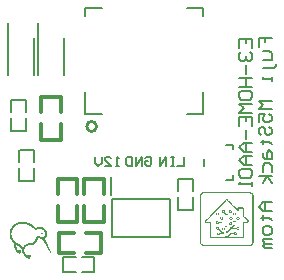
<source format=gbo>
G04*
G04 #@! TF.GenerationSoftware,Altium Limited,Altium Designer,25.8.1 (18)*
G04*
G04 Layer_Color=16776960*
%FSLAX44Y44*%
%MOMM*%
G71*
G04*
G04 #@! TF.SameCoordinates,25FCF4F7-ABCC-4757-B9A5-3A53D095655E*
G04*
G04*
G04 #@! TF.FilePolarity,Positive*
G04*
G01*
G75*
%ADD10C,0.2540*%
%ADD11C,0.2000*%
%ADD13C,0.3048*%
%ADD23C,0.1500*%
G36*
X21473Y54220D02*
X21497D01*
Y54196D01*
X21545D01*
Y54172D01*
X21834D01*
Y54148D01*
X21881D01*
Y54124D01*
X22098D01*
Y54100D01*
X22146D01*
Y54076D01*
X22194D01*
Y54052D01*
X22410D01*
Y54028D01*
X22458D01*
Y54004D01*
X22699D01*
Y53980D01*
X22722D01*
Y53956D01*
X22819D01*
Y53931D01*
X22891D01*
Y53907D01*
X22939D01*
Y53884D01*
X23107D01*
Y53859D01*
X23155D01*
Y53835D01*
X23251D01*
Y53811D01*
X23299D01*
Y53787D01*
X23347D01*
Y53763D01*
X23516D01*
Y53739D01*
X23563D01*
Y53715D01*
X23612D01*
Y53691D01*
X23660D01*
Y53667D01*
X23756D01*
Y53643D01*
X23804D01*
Y53619D01*
X23852D01*
Y53595D01*
X23972D01*
Y53571D01*
X24020D01*
Y53547D01*
X24116D01*
Y53523D01*
X24164D01*
Y53499D01*
X24212D01*
Y53475D01*
X24260D01*
Y53451D01*
X24308D01*
Y53427D01*
X24429D01*
Y53403D01*
X24453D01*
Y53379D01*
X24525D01*
Y53355D01*
X24573D01*
Y53331D01*
X24597D01*
Y53307D01*
X24717D01*
Y53283D01*
X24765D01*
Y53259D01*
X24813D01*
Y53235D01*
X24861D01*
Y53211D01*
X24909D01*
Y53187D01*
X24957D01*
Y53163D01*
X25005D01*
Y53139D01*
X25053D01*
Y53115D01*
X25101D01*
Y53091D01*
X25198D01*
Y53067D01*
X25246D01*
Y53042D01*
X25294D01*
Y53018D01*
X25342D01*
Y52994D01*
X25390D01*
Y52970D01*
X25462D01*
Y52946D01*
X25486D01*
Y52922D01*
X25534D01*
Y52898D01*
X25582D01*
Y52874D01*
X25630D01*
Y52850D01*
X25654D01*
Y52826D01*
X25678D01*
Y52802D01*
X25726D01*
Y52778D01*
X25774D01*
Y52754D01*
X25822D01*
Y52730D01*
X25870D01*
Y52706D01*
X25918D01*
Y52682D01*
X25966D01*
Y52658D01*
X26014D01*
Y52634D01*
X26063D01*
Y52610D01*
X26111D01*
Y52586D01*
X26159D01*
Y52562D01*
X26207D01*
Y52538D01*
X26255D01*
Y52514D01*
X26279D01*
Y52490D01*
X26303D01*
Y52466D01*
X26327D01*
Y52442D01*
X26399D01*
Y52418D01*
X26423D01*
Y52394D01*
X26495D01*
Y52370D01*
X26519D01*
Y52346D01*
X26567D01*
Y52322D01*
X26591D01*
Y52298D01*
X26615D01*
Y52274D01*
X26663D01*
Y52249D01*
X26711D01*
Y52225D01*
X26759D01*
Y52201D01*
X26807D01*
Y52177D01*
X26832D01*
Y52153D01*
X26855D01*
Y52129D01*
X26904D01*
Y52105D01*
X26952D01*
Y52081D01*
X27000D01*
Y52057D01*
X27024D01*
Y52033D01*
X27048D01*
Y52009D01*
X27072D01*
Y51985D01*
X27144D01*
Y51961D01*
X27168D01*
Y51937D01*
X27192D01*
Y51913D01*
X27216D01*
Y51889D01*
X27264D01*
Y51865D01*
X27312D01*
Y51841D01*
X27360D01*
Y51817D01*
X27384D01*
Y51793D01*
X27408D01*
Y51769D01*
X27456D01*
Y51745D01*
X27504D01*
Y51721D01*
X27528D01*
Y51697D01*
X27552D01*
Y51673D01*
X27576D01*
Y51649D01*
X27624D01*
Y51625D01*
X27673D01*
Y51601D01*
X27696D01*
Y51577D01*
X27720D01*
Y51553D01*
X27745D01*
Y51529D01*
X27769D01*
Y51505D01*
X27793D01*
Y51481D01*
X27841D01*
Y51456D01*
X27889D01*
Y51432D01*
X27937D01*
Y51409D01*
X27961D01*
Y51385D01*
X27985D01*
Y51360D01*
X28009D01*
Y51336D01*
X28033D01*
Y51312D01*
X28057D01*
Y51288D01*
X28129D01*
Y51264D01*
X28153D01*
Y51240D01*
X28177D01*
Y51216D01*
X28201D01*
Y51192D01*
X28225D01*
Y51168D01*
X28249D01*
Y51144D01*
X28297D01*
Y51120D01*
X28345D01*
Y51096D01*
X28369D01*
Y51072D01*
X28417D01*
Y51048D01*
X28441D01*
Y51024D01*
X28465D01*
Y51000D01*
X28489D01*
Y50976D01*
X28514D01*
Y50952D01*
X28562D01*
Y50928D01*
X28610D01*
Y50904D01*
X28634D01*
Y50880D01*
X28658D01*
Y50856D01*
X28682D01*
Y50832D01*
X28706D01*
Y50808D01*
X28730D01*
Y50784D01*
X28754D01*
Y50760D01*
X28778D01*
Y50736D01*
X28826D01*
Y50712D01*
X28874D01*
Y50688D01*
X28898D01*
Y50664D01*
X28922D01*
Y50640D01*
X28946D01*
Y50616D01*
X28970D01*
Y50592D01*
X28994D01*
Y50567D01*
X29018D01*
Y50543D01*
X29042D01*
Y50519D01*
X29090D01*
Y50495D01*
X29138D01*
Y50471D01*
X29186D01*
Y50447D01*
X29210D01*
Y50423D01*
X29234D01*
Y50399D01*
X29258D01*
Y50375D01*
X29282D01*
Y50351D01*
X29306D01*
Y50327D01*
X29330D01*
Y50303D01*
X29355D01*
Y50279D01*
X29379D01*
Y50255D01*
X29403D01*
Y50231D01*
X29427D01*
Y50207D01*
X29475D01*
Y50183D01*
X29523D01*
Y50159D01*
X29547D01*
Y50135D01*
X29571D01*
Y50111D01*
X29595D01*
Y50087D01*
X29619D01*
Y50063D01*
X29643D01*
Y50039D01*
X29667D01*
Y50015D01*
X29691D01*
Y49991D01*
X29715D01*
Y49967D01*
X29739D01*
Y49943D01*
X29763D01*
Y49919D01*
X29787D01*
Y49895D01*
X29811D01*
Y49871D01*
X29859D01*
Y49847D01*
X29907D01*
Y49823D01*
X29931D01*
Y49798D01*
X29979D01*
Y49774D01*
X30003D01*
Y49750D01*
X30027D01*
Y49726D01*
X30051D01*
Y49702D01*
X30075D01*
Y49678D01*
X30099D01*
Y49654D01*
X30124D01*
Y49630D01*
X30148D01*
Y49606D01*
X30171D01*
Y49582D01*
X30196D01*
Y49558D01*
X30244D01*
Y49534D01*
X30292D01*
Y49510D01*
X30316D01*
Y49486D01*
X30340D01*
Y49462D01*
X30364D01*
Y49438D01*
X30388D01*
Y49414D01*
X30412D01*
Y49390D01*
X30484D01*
Y49366D01*
X30508D01*
Y49342D01*
X30532D01*
Y49318D01*
X30556D01*
Y49294D01*
X30580D01*
Y49270D01*
X30604D01*
Y49246D01*
X30652D01*
Y49222D01*
X30700D01*
Y49198D01*
X30748D01*
Y49174D01*
X30796D01*
Y49150D01*
X30940D01*
Y49174D01*
X30989D01*
Y49198D01*
X31037D01*
Y49222D01*
X31205D01*
Y49246D01*
X31253D01*
Y49270D01*
X31349D01*
Y49294D01*
X31397D01*
Y49318D01*
X31469D01*
Y49342D01*
X31565D01*
Y49366D01*
X31613D01*
Y49390D01*
X31709D01*
Y49414D01*
X31757D01*
Y49438D01*
X31854D01*
Y49462D01*
X31926D01*
Y49486D01*
X31974D01*
Y49510D01*
X32070D01*
Y49534D01*
X32118D01*
Y49558D01*
X32286D01*
Y49582D01*
X32334D01*
Y49606D01*
X32382D01*
Y49630D01*
X32478D01*
Y49654D01*
X32526D01*
Y49678D01*
X32695D01*
Y49702D01*
X32743D01*
Y49726D01*
X33007D01*
Y49750D01*
X33079D01*
Y49774D01*
X33127D01*
Y49798D01*
X33391D01*
Y49823D01*
X33440D01*
Y49847D01*
X34064D01*
Y49871D01*
X34112D01*
Y49895D01*
X34160D01*
Y49919D01*
X34593D01*
Y49895D01*
X34665D01*
Y49871D01*
X34689D01*
Y49847D01*
X35266D01*
Y49823D01*
X35314D01*
Y49798D01*
X35530D01*
Y49774D01*
X35578D01*
Y49750D01*
X35650D01*
Y49726D01*
X35794D01*
Y49702D01*
X35842D01*
Y49678D01*
X36011D01*
Y49654D01*
X36059D01*
Y49630D01*
X36155D01*
Y49606D01*
X36203D01*
Y49582D01*
X36251D01*
Y49558D01*
X36299D01*
Y49534D01*
X36347D01*
Y49510D01*
X36467D01*
Y49486D01*
X36515D01*
Y49462D01*
X36563D01*
Y49438D01*
X36611D01*
Y49414D01*
X36659D01*
Y49390D01*
X36707D01*
Y49366D01*
X36755D01*
Y49342D01*
X36804D01*
Y49318D01*
X36852D01*
Y49294D01*
X36900D01*
Y49270D01*
X36948D01*
Y49246D01*
X36996D01*
Y49222D01*
X37044D01*
Y49198D01*
X37092D01*
Y49174D01*
X37140D01*
Y49150D01*
X37188D01*
Y49126D01*
X37236D01*
Y49102D01*
X37284D01*
Y49078D01*
X37308D01*
Y49054D01*
X37356D01*
Y49030D01*
X37380D01*
Y49006D01*
X37404D01*
Y48981D01*
X37452D01*
Y48958D01*
X37500D01*
Y48934D01*
X37524D01*
Y48910D01*
X37548D01*
Y48885D01*
X37573D01*
Y48861D01*
X37596D01*
Y48837D01*
X37620D01*
Y48813D01*
X37693D01*
Y48789D01*
X37717D01*
Y48765D01*
X37741D01*
Y48741D01*
X37765D01*
Y48717D01*
X37813D01*
Y48693D01*
X37861D01*
Y48669D01*
X37909D01*
Y48645D01*
X37933D01*
Y48621D01*
X37957D01*
Y48597D01*
X37981D01*
Y48573D01*
X38005D01*
Y48549D01*
X38029D01*
Y48525D01*
X38053D01*
Y48501D01*
X38077D01*
Y48477D01*
X38101D01*
Y48453D01*
X38125D01*
Y48429D01*
X38149D01*
Y48405D01*
X38221D01*
Y48381D01*
X38245D01*
Y48357D01*
X38269D01*
Y48333D01*
X38293D01*
Y48309D01*
X38317D01*
Y48285D01*
X38341D01*
Y48261D01*
X38365D01*
Y48237D01*
X38389D01*
Y48213D01*
X38414D01*
Y48189D01*
X38438D01*
Y48165D01*
X38461D01*
Y48141D01*
X38486D01*
Y48116D01*
X38510D01*
Y48092D01*
X38534D01*
Y48068D01*
X38558D01*
Y48044D01*
X38582D01*
Y48020D01*
X38606D01*
Y47996D01*
X38630D01*
Y47972D01*
X38654D01*
Y47948D01*
X38678D01*
Y47924D01*
X38702D01*
Y47900D01*
X38726D01*
Y47876D01*
X38750D01*
Y47852D01*
X38774D01*
Y47828D01*
X38798D01*
Y47804D01*
X38822D01*
Y47780D01*
X38846D01*
Y47732D01*
X38870D01*
Y47684D01*
X38894D01*
Y47660D01*
X38918D01*
Y47636D01*
X38942D01*
Y47612D01*
X38966D01*
Y47588D01*
X38990D01*
Y47564D01*
X39014D01*
Y47540D01*
X39038D01*
Y47516D01*
X39062D01*
Y47468D01*
X39086D01*
Y47444D01*
X39110D01*
Y47396D01*
X39134D01*
Y47348D01*
X39158D01*
Y47324D01*
X39182D01*
Y47299D01*
X39206D01*
Y47276D01*
X39230D01*
Y47251D01*
X39255D01*
Y47203D01*
X39279D01*
Y47155D01*
X39302D01*
Y47131D01*
X39327D01*
Y47107D01*
X39351D01*
Y47083D01*
X39375D01*
Y47059D01*
X39399D01*
Y47035D01*
X39423D01*
Y46987D01*
X39447D01*
Y46939D01*
X39471D01*
Y46915D01*
X39495D01*
Y46891D01*
X39519D01*
Y46843D01*
X39543D01*
Y46819D01*
X39567D01*
Y46747D01*
X39591D01*
Y46723D01*
X39615D01*
Y46651D01*
X39639D01*
Y46627D01*
X39663D01*
Y46603D01*
X39687D01*
Y46579D01*
X39711D01*
Y46531D01*
X39735D01*
Y46483D01*
X39759D01*
Y46434D01*
X39783D01*
Y46386D01*
X39807D01*
Y46338D01*
X39831D01*
Y46290D01*
X39855D01*
Y46242D01*
X39879D01*
Y46194D01*
X39903D01*
Y46146D01*
X39927D01*
Y46098D01*
X39951D01*
Y46050D01*
X39975D01*
Y46002D01*
X39999D01*
Y45954D01*
X40023D01*
Y45906D01*
X40047D01*
Y45858D01*
X40072D01*
Y45762D01*
X40096D01*
Y45690D01*
X40120D01*
Y45665D01*
X40144D01*
Y45594D01*
X40168D01*
Y45569D01*
X40192D01*
Y45449D01*
X40216D01*
Y45401D01*
X40240D01*
Y45353D01*
X40264D01*
Y45257D01*
X40288D01*
Y45209D01*
X40312D01*
Y45041D01*
X40336D01*
Y44993D01*
X40360D01*
Y44777D01*
X40384D01*
Y44728D01*
X40408D01*
Y44680D01*
X40432D01*
Y44392D01*
X40456D01*
Y44344D01*
X40480D01*
Y43335D01*
X40456D01*
Y43287D01*
X40432D01*
Y42998D01*
X40408D01*
Y42950D01*
X40384D01*
Y42902D01*
X40360D01*
Y42686D01*
X40336D01*
Y42638D01*
X40312D01*
Y42470D01*
X40288D01*
Y42422D01*
X40264D01*
Y42326D01*
X40240D01*
Y42277D01*
X40216D01*
Y42229D01*
X40192D01*
Y42181D01*
X40168D01*
Y42133D01*
X40144D01*
Y42013D01*
X40120D01*
Y41965D01*
X40096D01*
Y41917D01*
X40072D01*
Y41869D01*
X40047D01*
Y41845D01*
X40023D01*
Y41773D01*
X39999D01*
Y41725D01*
X39975D01*
Y41677D01*
X39951D01*
Y41629D01*
X39927D01*
Y41581D01*
X39903D01*
Y41533D01*
X39879D01*
Y41508D01*
X39855D01*
Y41436D01*
X39831D01*
Y41412D01*
X39807D01*
Y41364D01*
X39783D01*
Y41340D01*
X39759D01*
Y41316D01*
X39735D01*
Y41268D01*
X39711D01*
Y41220D01*
X39687D01*
Y41196D01*
X39663D01*
Y41172D01*
X39639D01*
Y41124D01*
X39615D01*
Y41076D01*
X39591D01*
Y41052D01*
X39567D01*
Y41028D01*
X39543D01*
Y41004D01*
X39519D01*
Y40980D01*
X39495D01*
Y40956D01*
X39471D01*
Y40908D01*
X39447D01*
Y40860D01*
X39423D01*
Y40812D01*
X39399D01*
Y40788D01*
X39375D01*
Y40764D01*
X39351D01*
Y40740D01*
X39327D01*
Y40716D01*
X39302D01*
Y40691D01*
X39279D01*
Y40668D01*
X39255D01*
Y40644D01*
X39230D01*
Y40620D01*
X39206D01*
Y40595D01*
X39182D01*
Y40571D01*
X39158D01*
Y40547D01*
X39134D01*
Y40523D01*
X39110D01*
Y40499D01*
X39086D01*
Y40475D01*
X39062D01*
Y40451D01*
X39038D01*
Y40427D01*
X39014D01*
Y40403D01*
X38990D01*
Y40379D01*
X38966D01*
Y40355D01*
X38942D01*
Y40331D01*
X38918D01*
Y40307D01*
X38894D01*
Y40283D01*
X38870D01*
Y40259D01*
X38846D01*
Y40235D01*
X38822D01*
Y40211D01*
X38798D01*
Y40187D01*
X38774D01*
Y40163D01*
X38750D01*
Y40139D01*
X38726D01*
Y40115D01*
X38702D01*
Y40091D01*
X38654D01*
Y40067D01*
X38630D01*
Y39947D01*
X38654D01*
Y39874D01*
X38678D01*
Y39827D01*
X38702D01*
Y39778D01*
X38726D01*
Y39730D01*
X38750D01*
Y39634D01*
X38774D01*
Y39586D01*
X38798D01*
Y39538D01*
X38822D01*
Y39490D01*
X38846D01*
Y39442D01*
X38870D01*
Y39322D01*
X38894D01*
Y39274D01*
X38918D01*
Y39226D01*
X38942D01*
Y39178D01*
X38966D01*
Y39130D01*
X38990D01*
Y39034D01*
X39014D01*
Y38986D01*
X39038D01*
Y38937D01*
X39062D01*
Y38889D01*
X39086D01*
Y38841D01*
X39110D01*
Y38721D01*
X39134D01*
Y38697D01*
X39158D01*
Y38625D01*
X39182D01*
Y38601D01*
X39206D01*
Y38505D01*
X39230D01*
Y38433D01*
X39255D01*
Y38385D01*
X39279D01*
Y38337D01*
X39302D01*
Y38289D01*
X39327D01*
Y38193D01*
X39351D01*
Y38144D01*
X39375D01*
Y38096D01*
X39399D01*
Y38048D01*
X39423D01*
Y38000D01*
X39447D01*
Y37952D01*
X39471D01*
Y37904D01*
X39495D01*
Y37808D01*
X39519D01*
Y37736D01*
X39543D01*
Y37712D01*
X39567D01*
Y37640D01*
X39591D01*
Y37616D01*
X39615D01*
Y37544D01*
X39639D01*
Y37496D01*
X39663D01*
Y37448D01*
X39687D01*
Y37352D01*
X39711D01*
Y37303D01*
X39735D01*
Y37255D01*
X39759D01*
Y37207D01*
X39783D01*
Y37111D01*
X39807D01*
Y37039D01*
X39831D01*
Y37015D01*
X39855D01*
Y36943D01*
X39879D01*
Y36919D01*
X39903D01*
Y36871D01*
X39927D01*
Y36823D01*
X39951D01*
Y36751D01*
X39975D01*
Y36655D01*
X39999D01*
Y36607D01*
X40023D01*
Y36559D01*
X40047D01*
Y36511D01*
X40072D01*
Y36462D01*
X40096D01*
Y36414D01*
X40120D01*
Y36366D01*
X40144D01*
Y36270D01*
X40168D01*
Y36222D01*
X40192D01*
Y36174D01*
X40216D01*
Y36126D01*
X40240D01*
Y36078D01*
X40264D01*
Y36030D01*
X40288D01*
Y35982D01*
X40312D01*
Y35934D01*
X40336D01*
Y35886D01*
X40360D01*
Y35790D01*
X40384D01*
Y35717D01*
X40408D01*
Y35694D01*
X40432D01*
Y35621D01*
X40456D01*
Y35597D01*
X40480D01*
Y35525D01*
X40504D01*
Y35477D01*
X40528D01*
Y35429D01*
X40552D01*
Y35333D01*
X40576D01*
Y35285D01*
X40600D01*
Y35237D01*
X40624D01*
Y35189D01*
X40648D01*
Y35141D01*
X40672D01*
Y35093D01*
X40696D01*
Y35045D01*
X40720D01*
Y34997D01*
X40744D01*
Y34949D01*
X40768D01*
Y34852D01*
X40792D01*
Y34804D01*
X40816D01*
Y34756D01*
X40840D01*
Y34684D01*
X40864D01*
Y34660D01*
X40888D01*
Y34588D01*
X40912D01*
Y34564D01*
X40936D01*
Y34516D01*
X40960D01*
Y34468D01*
X40985D01*
Y34420D01*
X41009D01*
Y34300D01*
X41033D01*
Y34252D01*
X41057D01*
Y34204D01*
X41081D01*
Y34156D01*
X41105D01*
Y34108D01*
X41129D01*
Y34060D01*
X41153D01*
Y34011D01*
X41177D01*
Y33915D01*
X41201D01*
Y33867D01*
X41225D01*
Y33819D01*
X41249D01*
Y33771D01*
X41273D01*
Y33723D01*
X41297D01*
Y33675D01*
X41321D01*
Y33627D01*
X41345D01*
Y33579D01*
X41369D01*
Y33531D01*
X41393D01*
Y33459D01*
X41417D01*
Y33363D01*
X41441D01*
Y33339D01*
X41465D01*
Y33267D01*
X41489D01*
Y33219D01*
X41513D01*
Y33170D01*
X41537D01*
Y33122D01*
X41561D01*
Y33074D01*
X41585D01*
Y32978D01*
X41609D01*
Y32930D01*
X41633D01*
Y32882D01*
X41657D01*
Y32834D01*
X41681D01*
Y32786D01*
X41705D01*
Y32738D01*
X41729D01*
Y32690D01*
X41754D01*
Y32570D01*
X41778D01*
Y32546D01*
X41802D01*
Y32498D01*
X41826D01*
Y32450D01*
X41850D01*
Y32401D01*
X41874D01*
Y32329D01*
X41898D01*
Y32305D01*
X41922D01*
Y32185D01*
X41946D01*
Y32137D01*
X41970D01*
Y32089D01*
X41994D01*
Y32041D01*
X42018D01*
Y31993D01*
X42042D01*
Y31945D01*
X42066D01*
Y31897D01*
X42090D01*
Y31801D01*
X42114D01*
Y31753D01*
X42138D01*
Y31705D01*
X42162D01*
Y31657D01*
X42186D01*
Y31609D01*
X42210D01*
Y31488D01*
X42234D01*
Y31440D01*
X42258D01*
Y31416D01*
X42282D01*
Y31344D01*
X42306D01*
Y31320D01*
X42330D01*
Y31248D01*
X42354D01*
Y31200D01*
X42378D01*
Y31104D01*
X42402D01*
Y31056D01*
X42426D01*
Y31008D01*
X42450D01*
Y30960D01*
X42474D01*
Y30912D01*
X42498D01*
Y30816D01*
X42522D01*
Y30768D01*
X42546D01*
Y30719D01*
X42571D01*
Y30671D01*
X42594D01*
Y30623D01*
X42619D01*
Y30503D01*
X42643D01*
Y30455D01*
X42667D01*
Y30407D01*
X42691D01*
Y30359D01*
X42715D01*
Y30311D01*
X42739D01*
Y30215D01*
X42763D01*
Y30167D01*
X42787D01*
Y30119D01*
X42811D01*
Y30071D01*
X42835D01*
Y29999D01*
X42859D01*
Y29903D01*
X42883D01*
Y29854D01*
X42907D01*
Y29758D01*
X42931D01*
Y29710D01*
X42955D01*
Y29614D01*
X42979D01*
Y29566D01*
X43003D01*
Y29494D01*
X43027D01*
Y29398D01*
X43051D01*
Y29350D01*
X43075D01*
Y29254D01*
X43099D01*
Y29206D01*
X43123D01*
Y29182D01*
X43147D01*
Y28196D01*
X43027D01*
Y28221D01*
X42979D01*
Y28245D01*
X42955D01*
Y28268D01*
X42931D01*
Y28293D01*
X42907D01*
Y28317D01*
X42883D01*
Y28341D01*
X42859D01*
Y28365D01*
X42835D01*
Y28389D01*
X42811D01*
Y28413D01*
X42787D01*
Y28437D01*
X42763D01*
Y28461D01*
X42739D01*
Y28485D01*
X42715D01*
Y28533D01*
X42691D01*
Y28581D01*
X42667D01*
Y28605D01*
X42643D01*
Y28629D01*
X42619D01*
Y28677D01*
X42594D01*
Y28701D01*
X42571D01*
Y28773D01*
X42546D01*
Y28797D01*
X42522D01*
Y28869D01*
X42498D01*
Y28893D01*
X42474D01*
Y28917D01*
X42450D01*
Y28941D01*
X42426D01*
Y28989D01*
X42402D01*
Y29037D01*
X42378D01*
Y29086D01*
X42354D01*
Y29134D01*
X42330D01*
Y29182D01*
X42306D01*
Y29206D01*
X42282D01*
Y29230D01*
X42258D01*
Y29278D01*
X42234D01*
Y29326D01*
X42210D01*
Y29374D01*
X42186D01*
Y29422D01*
X42162D01*
Y29470D01*
X42138D01*
Y29494D01*
X42114D01*
Y29518D01*
X42090D01*
Y29542D01*
X42066D01*
Y29614D01*
X42042D01*
Y29638D01*
X42018D01*
Y29686D01*
X41994D01*
Y29758D01*
X41970D01*
Y29782D01*
X41946D01*
Y29854D01*
X41922D01*
Y29878D01*
X41898D01*
Y29927D01*
X41874D01*
Y29975D01*
X41850D01*
Y29999D01*
X41826D01*
Y30023D01*
X41802D01*
Y30071D01*
X41778D01*
Y30119D01*
X41754D01*
Y30167D01*
X41729D01*
Y30215D01*
X41705D01*
Y30263D01*
X41681D01*
Y30311D01*
X41657D01*
Y30359D01*
X41633D01*
Y30407D01*
X41609D01*
Y30455D01*
X41585D01*
Y30503D01*
X41561D01*
Y30551D01*
X41537D01*
Y30599D01*
X41513D01*
Y30623D01*
X41489D01*
Y30647D01*
X41465D01*
Y30696D01*
X41441D01*
Y30719D01*
X41417D01*
Y30792D01*
X41393D01*
Y30816D01*
X41369D01*
Y30888D01*
X41345D01*
Y30936D01*
X41321D01*
Y30984D01*
X41297D01*
Y31032D01*
X41273D01*
Y31056D01*
X41249D01*
Y31128D01*
X41225D01*
Y31176D01*
X41201D01*
Y31224D01*
X41177D01*
Y31248D01*
X41153D01*
Y31272D01*
X41129D01*
Y31296D01*
X41105D01*
Y31344D01*
X41081D01*
Y31392D01*
X41057D01*
Y31440D01*
X41033D01*
Y31488D01*
X41009D01*
Y31537D01*
X40985D01*
Y31584D01*
X40960D01*
Y31633D01*
X40936D01*
Y31681D01*
X40912D01*
Y31729D01*
X40888D01*
Y31777D01*
X40864D01*
Y31825D01*
X40840D01*
Y31873D01*
X40816D01*
Y31921D01*
X40792D01*
Y31969D01*
X40768D01*
Y32017D01*
X40744D01*
Y32041D01*
X40720D01*
Y32065D01*
X40696D01*
Y32113D01*
X40672D01*
Y32161D01*
X40648D01*
Y32209D01*
X40624D01*
Y32257D01*
X40600D01*
Y32305D01*
X40576D01*
Y32353D01*
X40552D01*
Y32401D01*
X40528D01*
Y32450D01*
X40504D01*
Y32498D01*
X40480D01*
Y32522D01*
X40456D01*
Y32546D01*
X40432D01*
Y32594D01*
X40408D01*
Y32618D01*
X40384D01*
Y32690D01*
X40360D01*
Y32714D01*
X40336D01*
Y32786D01*
X40312D01*
Y32810D01*
X40288D01*
Y32858D01*
X40264D01*
Y32930D01*
X40240D01*
Y32954D01*
X40216D01*
Y33026D01*
X40192D01*
Y33050D01*
X40168D01*
Y33098D01*
X40144D01*
Y33146D01*
X40120D01*
Y33194D01*
X40096D01*
Y33242D01*
X40072D01*
Y33291D01*
X40047D01*
Y33315D01*
X40023D01*
Y33339D01*
X39999D01*
Y33387D01*
X39975D01*
Y33435D01*
X39951D01*
Y33483D01*
X39927D01*
Y33531D01*
X39903D01*
Y33579D01*
X39879D01*
Y33627D01*
X39855D01*
Y33675D01*
X39831D01*
Y33723D01*
X39807D01*
Y33771D01*
X39783D01*
Y33795D01*
X39759D01*
Y33819D01*
X39735D01*
Y33867D01*
X39711D01*
Y33915D01*
X39687D01*
Y33963D01*
X39663D01*
Y33987D01*
X39639D01*
Y34060D01*
X39615D01*
Y34108D01*
X39591D01*
Y34156D01*
X39567D01*
Y34180D01*
X39543D01*
Y34228D01*
X39519D01*
Y34252D01*
X39495D01*
Y34276D01*
X39471D01*
Y34324D01*
X39447D01*
Y34372D01*
X39423D01*
Y34420D01*
X39399D01*
Y34468D01*
X39375D01*
Y34516D01*
X39351D01*
Y34564D01*
X39327D01*
Y34612D01*
X39302D01*
Y34636D01*
X39279D01*
Y34660D01*
X39255D01*
Y34708D01*
X39230D01*
Y34756D01*
X39206D01*
Y34804D01*
X39182D01*
Y34852D01*
X39158D01*
Y34901D01*
X39134D01*
Y34949D01*
X39110D01*
Y34997D01*
X39086D01*
Y35021D01*
X39062D01*
Y35045D01*
X39038D01*
Y35069D01*
X39014D01*
Y35117D01*
X38990D01*
Y35165D01*
X38966D01*
Y35189D01*
X38942D01*
Y35213D01*
X38918D01*
Y35261D01*
X38894D01*
Y35309D01*
X38870D01*
Y35357D01*
X38846D01*
Y35381D01*
X38822D01*
Y35405D01*
X38798D01*
Y35429D01*
X38774D01*
Y35501D01*
X38750D01*
Y35549D01*
X38726D01*
Y35597D01*
X38702D01*
Y35621D01*
X38678D01*
Y35670D01*
X38654D01*
Y35694D01*
X38630D01*
Y35717D01*
X38606D01*
Y35766D01*
X38582D01*
Y35814D01*
X38558D01*
Y35838D01*
X38534D01*
Y35862D01*
X38510D01*
Y35910D01*
X38486D01*
Y35958D01*
X38461D01*
Y35982D01*
X38438D01*
Y36006D01*
X38414D01*
Y36054D01*
X38389D01*
Y36078D01*
X38365D01*
Y36126D01*
X38341D01*
Y36174D01*
X38317D01*
Y36198D01*
X38293D01*
Y36222D01*
X38269D01*
Y36270D01*
X38245D01*
Y36318D01*
X38221D01*
Y36342D01*
X38197D01*
Y36366D01*
X38173D01*
Y36414D01*
X38149D01*
Y36462D01*
X38125D01*
Y36486D01*
X38101D01*
Y36535D01*
X38077D01*
Y36559D01*
X38053D01*
Y36583D01*
X38029D01*
Y36631D01*
X38005D01*
Y36679D01*
X37981D01*
Y36703D01*
X37957D01*
Y36727D01*
X37933D01*
Y36751D01*
X37909D01*
Y36775D01*
X37885D01*
Y36799D01*
X37861D01*
Y36847D01*
X37837D01*
Y36895D01*
X37813D01*
Y36919D01*
X37789D01*
Y36943D01*
X37765D01*
Y36991D01*
X37741D01*
Y37039D01*
X37717D01*
Y37087D01*
X37693D01*
Y37111D01*
X37669D01*
Y37135D01*
X37645D01*
Y37159D01*
X37620D01*
Y37231D01*
X37596D01*
Y37255D01*
X37573D01*
Y37279D01*
X37548D01*
Y37303D01*
X37524D01*
Y37352D01*
X37500D01*
Y37400D01*
X37476D01*
Y37424D01*
X37452D01*
Y37472D01*
X37428D01*
Y37496D01*
X37404D01*
Y37544D01*
X37380D01*
Y37592D01*
X37356D01*
Y37616D01*
X37332D01*
Y37640D01*
X37308D01*
Y37664D01*
X37284D01*
Y37688D01*
X37260D01*
Y37712D01*
X37236D01*
Y37760D01*
X37212D01*
Y37808D01*
X37188D01*
Y37832D01*
X37164D01*
Y37856D01*
X37140D01*
Y37904D01*
X37116D01*
Y37952D01*
X37092D01*
Y38000D01*
X37068D01*
Y38024D01*
X37044D01*
Y38048D01*
X37020D01*
Y38072D01*
X36996D01*
Y38120D01*
X36972D01*
Y38168D01*
X36948D01*
Y38193D01*
X36924D01*
Y38217D01*
X36900D01*
Y38241D01*
X36876D01*
Y38265D01*
X36852D01*
Y38289D01*
X36827D01*
Y38337D01*
X36804D01*
Y38385D01*
X36779D01*
Y38433D01*
X36755D01*
Y38457D01*
X36731D01*
Y38481D01*
X36707D01*
Y38529D01*
X36683D01*
Y38577D01*
X36659D01*
Y38601D01*
X36635D01*
Y38625D01*
X36611D01*
Y38673D01*
X36587D01*
Y38721D01*
X36563D01*
Y38745D01*
X36539D01*
Y38769D01*
X36515D01*
Y38793D01*
X36491D01*
Y38817D01*
X36467D01*
Y38841D01*
X36443D01*
Y38889D01*
X36419D01*
Y38937D01*
X36395D01*
Y38986D01*
X36371D01*
Y39009D01*
X36347D01*
Y39034D01*
X36323D01*
Y39058D01*
X36299D01*
Y39082D01*
X36275D01*
Y39106D01*
X36251D01*
Y39154D01*
X36227D01*
Y39202D01*
X36203D01*
Y39226D01*
X36179D01*
Y39250D01*
X36155D01*
Y39274D01*
X36131D01*
Y39298D01*
X36107D01*
Y39322D01*
X36083D01*
Y39370D01*
X36035D01*
Y39394D01*
X35963D01*
Y39370D01*
X35914D01*
Y39394D01*
X35842D01*
Y39418D01*
X35794D01*
Y39442D01*
X35626D01*
Y39466D01*
X35602D01*
Y39490D01*
X35482D01*
Y39514D01*
X35434D01*
Y39538D01*
X35386D01*
Y39562D01*
X35218D01*
Y39586D01*
X35170D01*
Y39610D01*
X35073D01*
Y39634D01*
X35025D01*
Y39658D01*
X34977D01*
Y39682D01*
X34929D01*
Y39706D01*
X34881D01*
Y39730D01*
X34761D01*
Y39754D01*
X34713D01*
Y39778D01*
X34665D01*
Y39802D01*
X34617D01*
Y39827D01*
X34569D01*
Y39850D01*
X34521D01*
Y39874D01*
X34473D01*
Y39899D01*
X34425D01*
Y39923D01*
X34377D01*
Y39947D01*
X34328D01*
Y39971D01*
X34281D01*
Y39995D01*
X34256D01*
Y40019D01*
X34232D01*
Y40043D01*
X34208D01*
Y40067D01*
X34160D01*
Y40091D01*
X34112D01*
Y40115D01*
X34064D01*
Y40139D01*
X34016D01*
Y40163D01*
X33968D01*
Y40187D01*
X33920D01*
Y40211D01*
X33872D01*
Y40235D01*
X33824D01*
Y40259D01*
X33776D01*
Y40283D01*
X33752D01*
Y40307D01*
X33704D01*
Y40331D01*
X33680D01*
Y40355D01*
X33632D01*
Y40379D01*
X33584D01*
Y40403D01*
X33536D01*
Y40427D01*
X33488D01*
Y40451D01*
X33440D01*
Y40475D01*
X33391D01*
Y40499D01*
X33343D01*
Y40523D01*
X33295D01*
Y40547D01*
X33247D01*
Y40571D01*
X33199D01*
Y40595D01*
X33151D01*
Y40620D01*
X33103D01*
Y40644D01*
X33007D01*
Y40668D01*
X32959D01*
Y40691D01*
X32911D01*
Y40716D01*
X32839D01*
Y40691D01*
X32815D01*
Y40668D01*
X32791D01*
Y40644D01*
X32767D01*
Y40620D01*
X32743D01*
Y40595D01*
X32719D01*
Y40547D01*
X32695D01*
Y40499D01*
X32671D01*
Y40451D01*
X32647D01*
Y40403D01*
X32622D01*
Y40355D01*
X32598D01*
Y40307D01*
X32574D01*
Y40259D01*
X32550D01*
Y40211D01*
X32526D01*
Y40163D01*
X32502D01*
Y40115D01*
X32478D01*
Y40067D01*
X32454D01*
Y40019D01*
X32430D01*
Y39971D01*
X32406D01*
Y39874D01*
X32382D01*
Y39827D01*
X32358D01*
Y39754D01*
X32334D01*
Y39730D01*
X32310D01*
Y39658D01*
X32286D01*
Y39634D01*
X32262D01*
Y39586D01*
X32238D01*
Y39514D01*
X32214D01*
Y39490D01*
X32190D01*
Y39370D01*
X32166D01*
Y39322D01*
X32142D01*
Y39274D01*
X32118D01*
Y39226D01*
X32094D01*
Y39178D01*
X32070D01*
Y39082D01*
X32046D01*
Y39034D01*
X32022D01*
Y38986D01*
X31998D01*
Y38937D01*
X31974D01*
Y38889D01*
X31950D01*
Y38841D01*
X31926D01*
Y38793D01*
X31902D01*
Y38745D01*
X31878D01*
Y38697D01*
X31854D01*
Y38649D01*
X31830D01*
Y38601D01*
X31806D01*
Y38553D01*
X31781D01*
Y38505D01*
X31757D01*
Y38457D01*
X31733D01*
Y38385D01*
X31709D01*
Y38289D01*
X31685D01*
Y38265D01*
X31661D01*
Y38193D01*
X31637D01*
Y38168D01*
X31613D01*
Y38096D01*
X31589D01*
Y38048D01*
X31565D01*
Y38000D01*
X31541D01*
Y37952D01*
X31517D01*
Y37928D01*
X31493D01*
Y37856D01*
X31469D01*
Y37832D01*
X31445D01*
Y37760D01*
X31421D01*
Y37712D01*
X31397D01*
Y37688D01*
X31373D01*
Y37616D01*
X31349D01*
Y37592D01*
X31325D01*
Y37568D01*
X31301D01*
Y37544D01*
X31277D01*
Y37496D01*
X31253D01*
Y37448D01*
X31229D01*
Y37400D01*
X31205D01*
Y37352D01*
X31181D01*
Y37303D01*
X31157D01*
Y37255D01*
X31133D01*
Y37207D01*
X31109D01*
Y37183D01*
X31085D01*
Y37135D01*
X31061D01*
Y37111D01*
X31037D01*
Y37063D01*
X31012D01*
Y37015D01*
X30989D01*
Y36967D01*
X30965D01*
Y36919D01*
X30940D01*
Y36895D01*
X30916D01*
Y36871D01*
X30892D01*
Y36847D01*
X30868D01*
Y36823D01*
X30844D01*
Y36799D01*
X30820D01*
Y36751D01*
X30796D01*
Y36703D01*
X30772D01*
Y36655D01*
X30748D01*
Y36631D01*
X30724D01*
Y36607D01*
X30700D01*
Y36559D01*
X30676D01*
Y36511D01*
X30652D01*
Y36486D01*
X30628D01*
Y36462D01*
X30604D01*
Y36438D01*
X30580D01*
Y36414D01*
X30556D01*
Y36390D01*
X30532D01*
Y36366D01*
X30508D01*
Y36342D01*
X30484D01*
Y36318D01*
X30460D01*
Y36246D01*
X30436D01*
Y36222D01*
X30412D01*
Y36198D01*
X30388D01*
Y36150D01*
X30364D01*
Y36126D01*
X30316D01*
Y36078D01*
X30292D01*
Y36054D01*
X30244D01*
Y36006D01*
X30220D01*
Y35982D01*
X30196D01*
Y35958D01*
X30148D01*
Y35910D01*
X30124D01*
Y35886D01*
X30099D01*
Y35862D01*
X30075D01*
Y35838D01*
X30027D01*
Y35790D01*
X29979D01*
Y35766D01*
X29955D01*
Y35717D01*
X29931D01*
Y35694D01*
X29883D01*
Y35670D01*
X29859D01*
Y35645D01*
X29811D01*
Y35621D01*
X29763D01*
Y35597D01*
X29739D01*
Y35573D01*
X29715D01*
Y35549D01*
X29691D01*
Y35525D01*
X29667D01*
Y35501D01*
X29643D01*
Y35477D01*
X29595D01*
Y35453D01*
X29547D01*
Y35429D01*
X29523D01*
Y35405D01*
X29499D01*
Y35381D01*
X29451D01*
Y35357D01*
X29403D01*
Y35333D01*
X29355D01*
Y35309D01*
X29330D01*
Y35285D01*
X29306D01*
Y35261D01*
X29282D01*
Y35237D01*
X29234D01*
Y35213D01*
X29186D01*
Y35189D01*
X29138D01*
Y35165D01*
X29090D01*
Y35141D01*
X29042D01*
Y35117D01*
X28994D01*
Y35093D01*
X28946D01*
Y35069D01*
X28874D01*
Y35045D01*
X28778D01*
Y35021D01*
X28730D01*
Y34997D01*
X28634D01*
Y34973D01*
X28586D01*
Y34949D01*
X28369D01*
Y34925D01*
X28321D01*
Y34901D01*
X28273D01*
Y34876D01*
X27240D01*
Y34852D01*
X27192D01*
Y34829D01*
X26495D01*
Y34804D01*
X26471D01*
Y34780D01*
X26087D01*
Y34756D01*
X26014D01*
Y34732D01*
X25966D01*
Y34708D01*
X25678D01*
Y34684D01*
X25654D01*
Y34660D01*
X25438D01*
Y34636D01*
X25366D01*
Y34612D01*
X25318D01*
Y34588D01*
X25101D01*
Y34564D01*
X25053D01*
Y34540D01*
X24885D01*
Y34516D01*
X24837D01*
Y34492D01*
X24765D01*
Y34468D01*
X24693D01*
Y34444D01*
X24645D01*
Y34420D01*
X24525D01*
Y34396D01*
X24501D01*
Y34372D01*
X24381D01*
Y34348D01*
X24332D01*
Y34324D01*
X24284D01*
Y34300D01*
X24188D01*
Y34276D01*
X24140D01*
Y34252D01*
X24020D01*
Y34228D01*
X23972D01*
Y34204D01*
X23948D01*
Y34180D01*
X23876D01*
Y34156D01*
X23828D01*
Y34132D01*
X23732D01*
Y34108D01*
X23684D01*
Y34083D01*
X23636D01*
Y34060D01*
X23588D01*
Y34035D01*
X23540D01*
Y34011D01*
X23491D01*
Y33987D01*
X23443D01*
Y33963D01*
X23395D01*
Y33939D01*
X23347D01*
Y33915D01*
X23299D01*
Y33891D01*
X23251D01*
Y33867D01*
X23203D01*
Y33843D01*
X23155D01*
Y33819D01*
X23131D01*
Y33795D01*
X23107D01*
Y33771D01*
X23059D01*
Y33747D01*
X23035D01*
Y33723D01*
X22963D01*
Y33699D01*
X22939D01*
Y33675D01*
X22915D01*
Y33651D01*
X22891D01*
Y33627D01*
X22843D01*
Y33603D01*
X22795D01*
Y33579D01*
X22771D01*
Y33555D01*
X22747D01*
Y33531D01*
X22699D01*
Y33507D01*
X22650D01*
Y33483D01*
X22602D01*
Y33459D01*
X22578D01*
Y33435D01*
X22554D01*
Y33411D01*
X22530D01*
Y33387D01*
X22506D01*
Y33363D01*
X22482D01*
Y33339D01*
X22434D01*
Y33315D01*
X22386D01*
Y33291D01*
X22362D01*
Y33267D01*
X22338D01*
Y33242D01*
X22314D01*
Y33219D01*
X22290D01*
Y33194D01*
X22266D01*
Y33170D01*
X22242D01*
Y33146D01*
X22218D01*
Y33122D01*
X22194D01*
Y33098D01*
X22170D01*
Y33074D01*
X22146D01*
Y33050D01*
X22122D01*
Y33026D01*
X22098D01*
Y33002D01*
X22074D01*
Y32978D01*
X22050D01*
Y32954D01*
X22026D01*
Y32930D01*
X22002D01*
Y32906D01*
X21978D01*
Y32882D01*
X21954D01*
Y32858D01*
X21930D01*
Y32834D01*
X21906D01*
Y32810D01*
X21881D01*
Y32786D01*
X21858D01*
Y32762D01*
X21834D01*
Y32738D01*
X21809D01*
Y32714D01*
X21785D01*
Y32690D01*
X21761D01*
Y32666D01*
X21737D01*
Y32642D01*
X21713D01*
Y32618D01*
X21689D01*
Y32546D01*
X21665D01*
Y32522D01*
X21641D01*
Y32498D01*
X21617D01*
Y32474D01*
X21593D01*
Y32426D01*
X21569D01*
Y32378D01*
X21545D01*
Y32329D01*
X21521D01*
Y32305D01*
X21497D01*
Y32281D01*
X21473D01*
Y32233D01*
X21449D01*
Y32137D01*
X21425D01*
Y32089D01*
X21401D01*
Y31969D01*
X21377D01*
Y31945D01*
X21353D01*
Y31849D01*
X21329D01*
Y31777D01*
X21305D01*
Y31729D01*
X21281D01*
Y31633D01*
X21257D01*
Y31584D01*
X21233D01*
Y31464D01*
X21209D01*
Y31416D01*
X21185D01*
Y31368D01*
X21161D01*
Y31272D01*
X21137D01*
Y31224D01*
X21113D01*
Y31104D01*
X21089D01*
Y31080D01*
X21065D01*
Y31008D01*
X21040D01*
Y30984D01*
X21016D01*
Y30912D01*
X20992D01*
Y30816D01*
X20968D01*
Y30768D01*
X20944D01*
Y30671D01*
X20920D01*
Y30623D01*
X20896D01*
Y30551D01*
X20872D01*
Y30455D01*
X20848D01*
Y30407D01*
X20824D01*
Y30311D01*
X20800D01*
Y30263D01*
X20776D01*
Y30167D01*
X20752D01*
Y30095D01*
X20728D01*
Y30071D01*
X20704D01*
Y29951D01*
X20680D01*
Y29903D01*
X20656D01*
Y29806D01*
X20632D01*
Y29758D01*
X20608D01*
Y29686D01*
X20584D01*
Y29590D01*
X20560D01*
Y29494D01*
X20584D01*
Y29470D01*
X20608D01*
Y29446D01*
X20632D01*
Y29398D01*
X20656D01*
Y29350D01*
X20680D01*
Y29326D01*
X20704D01*
Y29302D01*
X20728D01*
Y29254D01*
X20752D01*
Y29206D01*
X20776D01*
Y29158D01*
X20800D01*
Y29110D01*
X20824D01*
Y29062D01*
X20848D01*
Y29037D01*
X20872D01*
Y29013D01*
X20896D01*
Y28989D01*
X20920D01*
Y28941D01*
X20944D01*
Y28893D01*
X20968D01*
Y28845D01*
X20992D01*
Y28797D01*
X21016D01*
Y28749D01*
X21040D01*
Y28725D01*
X21065D01*
Y28701D01*
X21089D01*
Y28653D01*
X21113D01*
Y28605D01*
X21137D01*
Y28557D01*
X21161D01*
Y28509D01*
X21185D01*
Y28461D01*
X21209D01*
Y28437D01*
X21233D01*
Y28413D01*
X21257D01*
Y28389D01*
X21281D01*
Y28317D01*
X21305D01*
Y28293D01*
X21329D01*
Y28268D01*
X21353D01*
Y28245D01*
X21377D01*
Y28196D01*
X21401D01*
Y28148D01*
X21425D01*
Y28100D01*
X21449D01*
Y28052D01*
X21473D01*
Y28004D01*
X21497D01*
Y27980D01*
X21521D01*
Y27956D01*
X21545D01*
Y27908D01*
X21569D01*
Y27860D01*
X21593D01*
Y27812D01*
X21617D01*
Y27764D01*
X21641D01*
Y27716D01*
X21665D01*
Y27692D01*
X21689D01*
Y27668D01*
X21713D01*
Y27644D01*
X21737D01*
Y27596D01*
X21761D01*
Y27548D01*
X21785D01*
Y27500D01*
X21809D01*
Y27452D01*
X21834D01*
Y27404D01*
X21858D01*
Y27380D01*
X21881D01*
Y27355D01*
X21906D01*
Y27307D01*
X21930D01*
Y27259D01*
X21954D01*
Y27235D01*
X21978D01*
Y27211D01*
X22002D01*
Y27187D01*
X22026D01*
Y27139D01*
X22050D01*
Y27067D01*
X22074D01*
Y27043D01*
X22098D01*
Y26971D01*
X22122D01*
Y26947D01*
X22146D01*
Y26923D01*
X22170D01*
Y26899D01*
X22194D01*
Y26851D01*
X22218D01*
Y26803D01*
X22242D01*
Y26755D01*
X22266D01*
Y26707D01*
X22290D01*
Y26659D01*
X22314D01*
Y26635D01*
X22338D01*
Y26611D01*
X22362D01*
Y26586D01*
X22386D01*
Y26514D01*
X22410D01*
Y26466D01*
X22434D01*
Y26418D01*
X22458D01*
Y26394D01*
X22482D01*
Y26370D01*
X22506D01*
Y26322D01*
X22530D01*
Y26298D01*
X22554D01*
Y26250D01*
X22578D01*
Y26202D01*
X22602D01*
Y26178D01*
X22626D01*
Y26154D01*
X26279D01*
Y26130D01*
X26303D01*
Y26106D01*
X26327D01*
Y26082D01*
X26351D01*
Y26058D01*
X26375D01*
Y26034D01*
X26399D01*
Y25986D01*
X26423D01*
Y24616D01*
X26399D01*
Y24568D01*
X26375D01*
Y24544D01*
X26351D01*
Y24520D01*
X26327D01*
Y24496D01*
X26303D01*
Y24472D01*
X26255D01*
Y24448D01*
X25798D01*
Y24472D01*
X25678D01*
Y24448D01*
X25606D01*
Y24472D01*
X25558D01*
Y24496D01*
X25029D01*
Y24472D01*
X25005D01*
Y24400D01*
X25029D01*
Y24376D01*
X25077D01*
Y24352D01*
X25101D01*
Y24328D01*
X25149D01*
Y24304D01*
X25198D01*
Y24280D01*
X25222D01*
Y24256D01*
X25294D01*
Y24232D01*
X25318D01*
Y24208D01*
X25342D01*
Y24184D01*
X25366D01*
Y24160D01*
X25414D01*
Y24135D01*
X25462D01*
Y24111D01*
X25510D01*
Y24088D01*
X25534D01*
Y24063D01*
X25558D01*
Y24039D01*
X25606D01*
Y24015D01*
X25654D01*
Y23991D01*
X25702D01*
Y23967D01*
X25750D01*
Y23943D01*
X25774D01*
Y23919D01*
X25822D01*
Y23895D01*
X25846D01*
Y23871D01*
X25870D01*
Y23847D01*
X25918D01*
Y23823D01*
X25966D01*
Y23799D01*
X25990D01*
Y23751D01*
X26014D01*
Y23631D01*
X25990D01*
Y23583D01*
X25966D01*
Y23535D01*
X25942D01*
Y23487D01*
X25918D01*
Y23439D01*
X25894D01*
Y23415D01*
X25870D01*
Y23391D01*
X25846D01*
Y23343D01*
X25822D01*
Y23294D01*
X25798D01*
Y23247D01*
X25774D01*
Y23198D01*
X25750D01*
Y23174D01*
X25726D01*
Y23150D01*
X25702D01*
Y23102D01*
X25678D01*
Y23054D01*
X25654D01*
Y23006D01*
X25630D01*
Y22982D01*
X25606D01*
Y22910D01*
X25582D01*
Y22886D01*
X25558D01*
Y22862D01*
X25534D01*
Y22838D01*
X25510D01*
Y22790D01*
X25486D01*
Y22742D01*
X25462D01*
Y22694D01*
X25438D01*
Y22670D01*
X25414D01*
Y22646D01*
X25390D01*
Y22598D01*
X25366D01*
Y22550D01*
X25342D01*
Y22526D01*
X25318D01*
Y22502D01*
X25294D01*
Y22478D01*
X24909D01*
Y22502D01*
X24885D01*
Y22526D01*
X24837D01*
Y22550D01*
X24789D01*
Y22574D01*
X24765D01*
Y22598D01*
X24741D01*
Y22622D01*
X24717D01*
Y22646D01*
X24669D01*
Y22670D01*
X24621D01*
Y22694D01*
X24573D01*
Y22718D01*
X24525D01*
Y22742D01*
X24477D01*
Y22766D01*
X24453D01*
Y22790D01*
X24429D01*
Y22814D01*
X24381D01*
Y22838D01*
X24332D01*
Y22862D01*
X24284D01*
Y22886D01*
X24236D01*
Y22910D01*
X24188D01*
Y22934D01*
X24164D01*
Y22958D01*
X24140D01*
Y22982D01*
X24116D01*
Y23006D01*
X24044D01*
Y23030D01*
X24020D01*
Y23054D01*
X23996D01*
Y23078D01*
X23972D01*
Y23102D01*
X23924D01*
Y23126D01*
X23876D01*
Y23150D01*
X23828D01*
Y23174D01*
X23780D01*
Y23198D01*
X23732D01*
Y23222D01*
X23708D01*
Y23247D01*
X23684D01*
Y23270D01*
X23636D01*
Y23294D01*
X23588D01*
Y23319D01*
X23563D01*
Y23343D01*
X23516D01*
Y23367D01*
X23491D01*
Y23391D01*
X23467D01*
Y23415D01*
X23419D01*
Y23439D01*
X23371D01*
Y23463D01*
X23323D01*
Y23487D01*
X23275D01*
Y23511D01*
X23251D01*
Y23535D01*
X23227D01*
Y23559D01*
X23179D01*
Y23583D01*
X23131D01*
Y23607D01*
X23083D01*
Y23631D01*
X23059D01*
Y23655D01*
X23035D01*
Y23679D01*
X23011D01*
Y23703D01*
X22939D01*
Y23727D01*
X22915D01*
Y23751D01*
X22843D01*
Y23775D01*
X22819D01*
Y23799D01*
X22771D01*
Y23823D01*
X22747D01*
Y23847D01*
X22722D01*
Y23871D01*
X22675D01*
Y23895D01*
X22626D01*
Y23919D01*
X22578D01*
Y23943D01*
X22530D01*
Y23967D01*
X22506D01*
Y23991D01*
X22482D01*
Y24015D01*
X22434D01*
Y24039D01*
X22386D01*
Y24063D01*
X22338D01*
Y24088D01*
X22314D01*
Y24111D01*
X22290D01*
Y24135D01*
X22266D01*
Y24160D01*
X22218D01*
Y24184D01*
X22170D01*
Y24208D01*
X22122D01*
Y24232D01*
X22074D01*
Y24256D01*
X22026D01*
Y24280D01*
X22002D01*
Y24304D01*
X21978D01*
Y24328D01*
X21930D01*
Y24352D01*
X21881D01*
Y24376D01*
X21834D01*
Y24400D01*
X21785D01*
Y24424D01*
X21761D01*
Y24448D01*
X21737D01*
Y24472D01*
X21713D01*
Y24496D01*
X21689D01*
Y24520D01*
X21665D01*
Y24544D01*
X21641D01*
Y24568D01*
X21617D01*
Y24592D01*
X21593D01*
Y24664D01*
X21569D01*
Y24688D01*
X21545D01*
Y24760D01*
X21521D01*
Y24784D01*
X21497D01*
Y24808D01*
X21473D01*
Y24856D01*
X21449D01*
Y24880D01*
X21425D01*
Y24929D01*
X21401D01*
Y24977D01*
X21377D01*
Y25001D01*
X21353D01*
Y25025D01*
X21329D01*
Y25073D01*
X21305D01*
Y25121D01*
X21281D01*
Y25169D01*
X21257D01*
Y25217D01*
X21233D01*
Y25265D01*
X21209D01*
Y25289D01*
X21185D01*
Y25313D01*
X21161D01*
Y25337D01*
X21137D01*
Y25385D01*
X21113D01*
Y25433D01*
X21089D01*
Y25481D01*
X21065D01*
Y25529D01*
X21040D01*
Y25553D01*
X21016D01*
Y25577D01*
X20992D01*
Y25625D01*
X20968D01*
Y25673D01*
X20944D01*
Y25721D01*
X20920D01*
Y25770D01*
X20896D01*
Y25818D01*
X20872D01*
Y25842D01*
X20848D01*
Y25866D01*
X20824D01*
Y25914D01*
X20800D01*
Y25938D01*
X20776D01*
Y26010D01*
X20752D01*
Y26034D01*
X20728D01*
Y26058D01*
X20704D01*
Y26082D01*
X20680D01*
Y26130D01*
X20656D01*
Y26178D01*
X20632D01*
Y26226D01*
X20608D01*
Y26274D01*
X20584D01*
Y26298D01*
X20560D01*
Y26322D01*
X20536D01*
Y26370D01*
X20512D01*
Y26418D01*
X20488D01*
Y26466D01*
X20464D01*
Y26514D01*
X20440D01*
Y26562D01*
X20416D01*
Y26586D01*
X20392D01*
Y26611D01*
X20368D01*
Y26635D01*
X20344D01*
Y26683D01*
X20320D01*
Y26731D01*
X20296D01*
Y26779D01*
X20272D01*
Y26803D01*
X20247D01*
Y26827D01*
X20224D01*
Y26875D01*
X20199D01*
Y26923D01*
X20175D01*
Y26971D01*
X20151D01*
Y27019D01*
X20127D01*
Y27043D01*
X20103D01*
Y27067D01*
X20079D01*
Y27115D01*
X20055D01*
Y27139D01*
X20031D01*
Y27211D01*
X20007D01*
Y27235D01*
X19983D01*
Y27307D01*
X19959D01*
Y27331D01*
X19935D01*
Y27355D01*
X19911D01*
Y27380D01*
X19887D01*
Y27427D01*
X19863D01*
Y27476D01*
X19839D01*
Y27524D01*
X19815D01*
Y27572D01*
X19791D01*
Y27620D01*
X19767D01*
Y27644D01*
X19743D01*
Y27668D01*
X19719D01*
Y27716D01*
X19695D01*
Y27764D01*
X19671D01*
Y27812D01*
X19647D01*
Y27860D01*
X19623D01*
Y27908D01*
X19599D01*
Y27932D01*
X19575D01*
Y27956D01*
X19551D01*
Y27980D01*
X19527D01*
Y28028D01*
X19503D01*
Y28076D01*
X19479D01*
Y28124D01*
X19455D01*
Y28172D01*
X19431D01*
Y28221D01*
X19406D01*
Y28245D01*
X19382D01*
Y28268D01*
X19359D01*
Y28317D01*
X19334D01*
Y28365D01*
X19310D01*
Y28389D01*
X19286D01*
Y28413D01*
X19262D01*
Y28437D01*
X19238D01*
Y28509D01*
X19214D01*
Y28557D01*
X19190D01*
Y28581D01*
X19166D01*
Y28653D01*
X19142D01*
Y28677D01*
X19118D01*
Y28701D01*
X19094D01*
Y28725D01*
X19070D01*
Y28773D01*
X19046D01*
Y28821D01*
X19022D01*
Y28869D01*
X18998D01*
Y28917D01*
X18974D01*
Y28965D01*
X18950D01*
Y28989D01*
X18926D01*
Y29013D01*
X18902D01*
Y29062D01*
X18878D01*
Y29110D01*
X18854D01*
Y29158D01*
X18830D01*
Y29206D01*
X18806D01*
Y29254D01*
X18782D01*
Y29590D01*
X18806D01*
Y29638D01*
X18830D01*
Y29758D01*
X18854D01*
Y29806D01*
X18878D01*
Y29903D01*
X18902D01*
Y29951D01*
X18926D01*
Y29999D01*
X18950D01*
Y30119D01*
X18974D01*
Y30167D01*
X18998D01*
Y30215D01*
X19022D01*
Y30263D01*
X19046D01*
Y30335D01*
X19070D01*
Y30407D01*
X19094D01*
Y30455D01*
X19118D01*
Y30575D01*
X19142D01*
Y30599D01*
X19166D01*
Y30719D01*
X19190D01*
Y30768D01*
X19214D01*
Y30816D01*
X19238D01*
Y30912D01*
X19262D01*
Y30960D01*
X19286D01*
Y31080D01*
X19310D01*
Y31128D01*
X19334D01*
Y31200D01*
X19359D01*
Y31272D01*
X19334D01*
Y31296D01*
X19286D01*
Y31320D01*
X19142D01*
Y31344D01*
X19094D01*
Y31368D01*
X18974D01*
Y31392D01*
X18926D01*
Y31416D01*
X18878D01*
Y31440D01*
X18830D01*
Y31464D01*
X18782D01*
Y31488D01*
X18686D01*
Y31512D01*
X18638D01*
Y31537D01*
X18590D01*
Y31560D01*
X18542D01*
Y31584D01*
X18517D01*
Y31609D01*
X18493D01*
Y31633D01*
X18445D01*
Y31657D01*
X18397D01*
Y31681D01*
X18349D01*
Y31705D01*
X18301D01*
Y31729D01*
X18253D01*
Y31753D01*
X18205D01*
Y31777D01*
X18157D01*
Y31801D01*
X18133D01*
Y31825D01*
X18109D01*
Y31849D01*
X18061D01*
Y31873D01*
X18013D01*
Y31897D01*
X17989D01*
Y31921D01*
X17941D01*
Y31945D01*
X17917D01*
Y31969D01*
X17893D01*
Y31993D01*
X17869D01*
Y32017D01*
X17845D01*
Y32041D01*
X17821D01*
Y32065D01*
X17797D01*
Y32089D01*
X17773D01*
Y32113D01*
X17724D01*
Y32137D01*
X17676D01*
Y32161D01*
X17652D01*
Y32185D01*
X17628D01*
Y32209D01*
X17604D01*
Y32233D01*
X17580D01*
Y32257D01*
X17556D01*
Y32281D01*
X17532D01*
Y32305D01*
X17508D01*
Y32329D01*
X17484D01*
Y32353D01*
X17460D01*
Y32378D01*
X17436D01*
Y32401D01*
X17412D01*
Y32426D01*
X17388D01*
Y32450D01*
X17364D01*
Y32474D01*
X17340D01*
Y32498D01*
X17316D01*
Y32522D01*
X17292D01*
Y32546D01*
X17268D01*
Y32570D01*
X17244D01*
Y32594D01*
X17220D01*
Y32618D01*
X17196D01*
Y32642D01*
X17172D01*
Y32666D01*
X17148D01*
Y32690D01*
X17124D01*
Y32714D01*
X17100D01*
Y32786D01*
X17076D01*
Y32810D01*
X17052D01*
Y32834D01*
X17028D01*
Y32858D01*
X17004D01*
Y32882D01*
X16980D01*
Y32906D01*
X16956D01*
Y32954D01*
X16932D01*
Y33002D01*
X16908D01*
Y33050D01*
X16883D01*
Y33074D01*
X16859D01*
Y33098D01*
X16835D01*
Y33122D01*
X16811D01*
Y33146D01*
X16787D01*
Y33170D01*
X16763D01*
Y33219D01*
X16739D01*
Y33267D01*
X16715D01*
Y33291D01*
X16691D01*
Y33315D01*
X16667D01*
Y33339D01*
X16643D01*
Y33411D01*
X16619D01*
Y33435D01*
X16595D01*
Y33459D01*
X16571D01*
Y33483D01*
X16523D01*
Y33507D01*
X16475D01*
Y33531D01*
X16451D01*
Y33555D01*
X16331D01*
Y33579D01*
X16283D01*
Y33603D01*
X16235D01*
Y33627D01*
X16187D01*
Y33651D01*
X16139D01*
Y33675D01*
X16091D01*
Y33699D01*
X16042D01*
Y33723D01*
X15994D01*
Y33747D01*
X15946D01*
Y33771D01*
X15898D01*
Y33795D01*
X15850D01*
Y33819D01*
X15802D01*
Y33843D01*
X15754D01*
Y33867D01*
X15706D01*
Y33891D01*
X15658D01*
Y33915D01*
X15610D01*
Y33939D01*
X15562D01*
Y33963D01*
X15514D01*
Y33987D01*
X15466D01*
Y34011D01*
X15418D01*
Y34035D01*
X15370D01*
Y34060D01*
X15322D01*
Y34083D01*
X15273D01*
Y34108D01*
X15225D01*
Y34132D01*
X15177D01*
Y34156D01*
X15129D01*
Y34180D01*
X15081D01*
Y34204D01*
X15033D01*
Y34228D01*
X15009D01*
Y34252D01*
X14985D01*
Y34276D01*
X14961D01*
Y34300D01*
X14889D01*
Y34324D01*
X14865D01*
Y34348D01*
X14793D01*
Y34372D01*
X14745D01*
Y34396D01*
X14721D01*
Y34420D01*
X14697D01*
Y34444D01*
X14673D01*
Y34468D01*
X14625D01*
Y34492D01*
X14577D01*
Y34516D01*
X14529D01*
Y34540D01*
X14481D01*
Y34564D01*
X14432D01*
Y34588D01*
X14409D01*
Y34612D01*
X14384D01*
Y34636D01*
X14336D01*
Y34660D01*
X14288D01*
Y34684D01*
X14240D01*
Y34708D01*
X14192D01*
Y34732D01*
X14168D01*
Y34756D01*
X14120D01*
Y34780D01*
X14096D01*
Y34804D01*
X14072D01*
Y34780D01*
X14048D01*
Y34756D01*
X14024D01*
Y34588D01*
X14000D01*
Y34540D01*
X13976D01*
Y34444D01*
X13952D01*
Y34372D01*
X13928D01*
Y34324D01*
X13904D01*
Y34156D01*
X13880D01*
Y34132D01*
X13856D01*
Y33891D01*
X13880D01*
Y33843D01*
X13904D01*
Y33747D01*
X13928D01*
Y33699D01*
X13952D01*
Y33651D01*
X13976D01*
Y33603D01*
X14000D01*
Y33555D01*
X14024D01*
Y33507D01*
X14048D01*
Y33459D01*
X14072D01*
Y33411D01*
X14096D01*
Y33363D01*
X14120D01*
Y33315D01*
X14144D01*
Y33267D01*
X14168D01*
Y33219D01*
X14192D01*
Y33098D01*
X14216D01*
Y33050D01*
X14240D01*
Y33026D01*
X14264D01*
Y32954D01*
X14288D01*
Y32906D01*
X14312D01*
Y32810D01*
X14336D01*
Y32762D01*
X14360D01*
Y32714D01*
X14384D01*
Y32666D01*
X14409D01*
Y32618D01*
X14432D01*
Y32570D01*
X14456D01*
Y32522D01*
X14481D01*
Y32474D01*
X14505D01*
Y32426D01*
X14529D01*
Y32353D01*
X14553D01*
Y32281D01*
X14577D01*
Y32233D01*
X14601D01*
Y32161D01*
X14625D01*
Y32137D01*
X14649D01*
Y32089D01*
X14673D01*
Y32041D01*
X14697D01*
Y31969D01*
X14721D01*
Y31873D01*
X14745D01*
Y31825D01*
X14769D01*
Y31777D01*
X14793D01*
Y31729D01*
X14817D01*
Y31681D01*
X14841D01*
Y31633D01*
X14865D01*
Y31584D01*
X14889D01*
Y31488D01*
X14913D01*
Y31440D01*
X14937D01*
Y31392D01*
X14961D01*
Y31344D01*
X14985D01*
Y31296D01*
X15009D01*
Y31248D01*
X15033D01*
Y31200D01*
X15057D01*
Y31080D01*
X15081D01*
Y31032D01*
X15105D01*
Y31008D01*
X15129D01*
Y30936D01*
X15153D01*
Y30912D01*
X15177D01*
Y30840D01*
X15201D01*
Y30816D01*
X15225D01*
Y30696D01*
X15250D01*
Y30647D01*
X15273D01*
Y30623D01*
X15298D01*
Y30599D01*
X18133D01*
Y30575D01*
X18181D01*
Y30551D01*
X18205D01*
Y30503D01*
X18229D01*
Y29037D01*
X18205D01*
Y28989D01*
X18181D01*
Y28965D01*
X18133D01*
Y28941D01*
X17004D01*
Y28893D01*
X17028D01*
Y28869D01*
X17052D01*
Y28845D01*
X17076D01*
Y28821D01*
X17124D01*
Y28797D01*
X17172D01*
Y28773D01*
X17220D01*
Y28749D01*
X17244D01*
Y28725D01*
X17268D01*
Y28701D01*
X17292D01*
Y28677D01*
X17316D01*
Y28653D01*
X17340D01*
Y28629D01*
X17364D01*
Y28605D01*
X17388D01*
Y28581D01*
X17436D01*
Y28557D01*
X17484D01*
Y28533D01*
X17508D01*
Y28509D01*
X17532D01*
Y28485D01*
X17556D01*
Y28461D01*
X17580D01*
Y28437D01*
X17604D01*
Y28413D01*
X17628D01*
Y28389D01*
X17652D01*
Y28365D01*
X17700D01*
Y28341D01*
X17749D01*
Y28317D01*
X17773D01*
Y28293D01*
X17797D01*
Y28268D01*
X17821D01*
Y28245D01*
X17845D01*
Y28221D01*
X17869D01*
Y28196D01*
X17893D01*
Y28172D01*
X17917D01*
Y28148D01*
X17941D01*
Y28052D01*
X17917D01*
Y28028D01*
X17893D01*
Y27980D01*
X17869D01*
Y27956D01*
X17845D01*
Y27932D01*
X17821D01*
Y27884D01*
X17797D01*
Y27836D01*
X17773D01*
Y27812D01*
X17749D01*
Y27788D01*
X17724D01*
Y27764D01*
X17700D01*
Y27740D01*
X17676D01*
Y27716D01*
X17652D01*
Y27692D01*
X17628D01*
Y27668D01*
X17604D01*
Y27620D01*
X17580D01*
Y27572D01*
X17556D01*
Y27548D01*
X17532D01*
Y27524D01*
X17508D01*
Y27500D01*
X17484D01*
Y27476D01*
X17460D01*
Y27452D01*
X17436D01*
Y27427D01*
X17412D01*
Y27404D01*
X17388D01*
Y27355D01*
X17364D01*
Y27307D01*
X17340D01*
Y27259D01*
X17316D01*
Y27235D01*
X17292D01*
Y27211D01*
X17268D01*
Y27187D01*
X17244D01*
Y27163D01*
X17220D01*
Y27139D01*
X17196D01*
Y27115D01*
X17172D01*
Y27091D01*
X17148D01*
Y27043D01*
X17124D01*
Y26995D01*
X17100D01*
Y26971D01*
X17076D01*
Y26947D01*
X17052D01*
Y26923D01*
X17028D01*
Y26899D01*
X17004D01*
Y26875D01*
X16883D01*
Y26899D01*
X16859D01*
Y26923D01*
X16835D01*
Y26947D01*
X16811D01*
Y26971D01*
X16763D01*
Y26995D01*
X16715D01*
Y27019D01*
X16691D01*
Y27043D01*
X16643D01*
Y27067D01*
X16619D01*
Y27091D01*
X16595D01*
Y27115D01*
X16571D01*
Y27139D01*
X16547D01*
Y27163D01*
X16499D01*
Y27187D01*
X16451D01*
Y27211D01*
X16427D01*
Y27235D01*
X16403D01*
Y27259D01*
X16379D01*
Y27283D01*
X16355D01*
Y27307D01*
X16331D01*
Y27331D01*
X16307D01*
Y27355D01*
X16283D01*
Y27380D01*
X16235D01*
Y27404D01*
X16187D01*
Y27427D01*
X16163D01*
Y27452D01*
X16139D01*
Y27476D01*
X16114D01*
Y27500D01*
X16091D01*
Y27524D01*
X16066D01*
Y27548D01*
X16042D01*
Y27572D01*
X16018D01*
Y27596D01*
X15970D01*
Y27620D01*
X15922D01*
Y27644D01*
X15874D01*
Y27668D01*
X15850D01*
Y27692D01*
X15826D01*
Y27716D01*
X15802D01*
Y27740D01*
X15778D01*
Y27764D01*
X15754D01*
Y27788D01*
X15706D01*
Y27812D01*
X15658D01*
Y27836D01*
X15634D01*
Y27860D01*
X15610D01*
Y27884D01*
X15586D01*
Y27908D01*
X15562D01*
Y27932D01*
X15538D01*
Y27956D01*
X15514D01*
Y27980D01*
X15490D01*
Y28004D01*
X15442D01*
Y28028D01*
X15394D01*
Y28052D01*
X15370D01*
Y28076D01*
X15322D01*
Y28100D01*
X15298D01*
Y28124D01*
X15273D01*
Y28148D01*
X15250D01*
Y28172D01*
X15225D01*
Y28196D01*
X15201D01*
Y28221D01*
X15177D01*
Y28245D01*
X15129D01*
Y28268D01*
X15081D01*
Y28293D01*
X15057D01*
Y28317D01*
X15033D01*
Y28341D01*
X15009D01*
Y28365D01*
X14985D01*
Y28389D01*
X14961D01*
Y28413D01*
X14937D01*
Y28437D01*
X14913D01*
Y28461D01*
X14889D01*
Y28485D01*
X14817D01*
Y28509D01*
X14793D01*
Y28533D01*
X14769D01*
Y28557D01*
X14745D01*
Y28581D01*
X14721D01*
Y28605D01*
X14697D01*
Y28629D01*
X14649D01*
Y28653D01*
X14601D01*
Y28677D01*
X14553D01*
Y28701D01*
X14529D01*
Y28725D01*
X14505D01*
Y28749D01*
X14481D01*
Y28773D01*
X14456D01*
Y28797D01*
X14432D01*
Y28821D01*
X14409D01*
Y28845D01*
X14384D01*
Y28869D01*
X14336D01*
Y28893D01*
X14288D01*
Y28917D01*
X14264D01*
Y28941D01*
X14240D01*
Y28965D01*
X14216D01*
Y28989D01*
X14192D01*
Y29013D01*
X14168D01*
Y29037D01*
X14144D01*
Y29062D01*
X14120D01*
Y29110D01*
X14096D01*
Y29158D01*
X14072D01*
Y29206D01*
X14048D01*
Y29302D01*
X14024D01*
Y29350D01*
X14000D01*
Y29398D01*
X13976D01*
Y29446D01*
X13952D01*
Y29494D01*
X13928D01*
Y29542D01*
X13904D01*
Y29590D01*
X13880D01*
Y29638D01*
X13856D01*
Y29686D01*
X13832D01*
Y29734D01*
X13808D01*
Y29854D01*
X13784D01*
Y29903D01*
X13760D01*
Y29999D01*
X13736D01*
Y30047D01*
X13712D01*
Y30095D01*
X13688D01*
Y30143D01*
X13664D01*
Y30191D01*
X13640D01*
Y30239D01*
X13615D01*
Y30287D01*
X13592D01*
Y30335D01*
X13568D01*
Y30383D01*
X13543D01*
Y30431D01*
X13519D01*
Y30479D01*
X13495D01*
Y30527D01*
X13471D01*
Y30647D01*
X13447D01*
Y30696D01*
X13423D01*
Y30719D01*
X13399D01*
Y30792D01*
X13375D01*
Y30816D01*
X13351D01*
Y30936D01*
X13327D01*
Y30984D01*
X13303D01*
Y31032D01*
X13279D01*
Y31080D01*
X13255D01*
Y31128D01*
X13231D01*
Y31176D01*
X13207D01*
Y31224D01*
X13183D01*
Y31272D01*
X13159D01*
Y31320D01*
X13135D01*
Y31368D01*
X13111D01*
Y31464D01*
X13087D01*
Y31512D01*
X13063D01*
Y31560D01*
X13039D01*
Y31609D01*
X13015D01*
Y31705D01*
X12991D01*
Y31777D01*
X12967D01*
Y31801D01*
X12943D01*
Y31873D01*
X12919D01*
Y31921D01*
X12895D01*
Y31969D01*
X12871D01*
Y32017D01*
X12847D01*
Y32065D01*
X12823D01*
Y32113D01*
X12799D01*
Y32161D01*
X12774D01*
Y32257D01*
X12751D01*
Y32305D01*
X12726D01*
Y32353D01*
X12702D01*
Y32401D01*
X12678D01*
Y32450D01*
X12654D01*
Y32570D01*
X12630D01*
Y32594D01*
X12606D01*
Y32666D01*
X12582D01*
Y32690D01*
X12558D01*
Y32738D01*
X12534D01*
Y32810D01*
X12510D01*
Y32834D01*
X12486D01*
Y32906D01*
X12462D01*
Y32930D01*
X12438D01*
Y33026D01*
X12414D01*
Y33098D01*
X12390D01*
Y33146D01*
X12366D01*
Y33194D01*
X12342D01*
Y33242D01*
X12318D01*
Y33291D01*
X12294D01*
Y33339D01*
X12270D01*
Y33387D01*
X12246D01*
Y33483D01*
X12222D01*
Y33531D01*
X12198D01*
Y33579D01*
X12174D01*
Y33627D01*
X12150D01*
Y33675D01*
X12126D01*
Y33723D01*
X12102D01*
Y33771D01*
X12078D01*
Y33939D01*
X12102D01*
Y33987D01*
X12126D01*
Y34060D01*
X12150D01*
Y34156D01*
X12174D01*
Y34204D01*
X12198D01*
Y34372D01*
X12222D01*
Y34396D01*
X12246D01*
Y34564D01*
X12270D01*
Y34612D01*
X12294D01*
Y34660D01*
X12318D01*
Y34829D01*
X12342D01*
Y34876D01*
X12366D01*
Y35045D01*
X12390D01*
Y35093D01*
X12414D01*
Y35141D01*
X12438D01*
Y35309D01*
X12462D01*
Y35357D01*
X12486D01*
Y35453D01*
X12510D01*
Y35501D01*
X12534D01*
Y35670D01*
X12558D01*
Y35717D01*
X12582D01*
Y35766D01*
X12606D01*
Y35886D01*
X12582D01*
Y35934D01*
X12558D01*
Y35958D01*
X12534D01*
Y35982D01*
X12510D01*
Y36006D01*
X12486D01*
Y36030D01*
X12462D01*
Y36054D01*
X12438D01*
Y36078D01*
X12390D01*
Y36102D01*
X12342D01*
Y36126D01*
X12294D01*
Y36150D01*
X12270D01*
Y36174D01*
X12246D01*
Y36198D01*
X12222D01*
Y36222D01*
X12198D01*
Y36246D01*
X12174D01*
Y36270D01*
X12150D01*
Y36294D01*
X12126D01*
Y36318D01*
X12102D01*
Y36342D01*
X12078D01*
Y36366D01*
X12054D01*
Y36390D01*
X12030D01*
Y36414D01*
X12006D01*
Y36438D01*
X11982D01*
Y36462D01*
X11957D01*
Y36486D01*
X11933D01*
Y36511D01*
X11910D01*
Y36535D01*
X11885D01*
Y36559D01*
X11861D01*
Y36583D01*
X11837D01*
Y36607D01*
X11813D01*
Y36631D01*
X11789D01*
Y36655D01*
X11765D01*
Y36679D01*
X11741D01*
Y36703D01*
X11717D01*
Y36727D01*
X11693D01*
Y36751D01*
X11669D01*
Y36775D01*
X11645D01*
Y36799D01*
X11621D01*
Y36823D01*
X11597D01*
Y36847D01*
X11573D01*
Y36871D01*
X11549D01*
Y36895D01*
X11525D01*
Y36919D01*
X11501D01*
Y36943D01*
X11477D01*
Y36967D01*
X11453D01*
Y36991D01*
X11429D01*
Y37015D01*
X11405D01*
Y37039D01*
X11381D01*
Y37063D01*
X11357D01*
Y37087D01*
X11333D01*
Y37111D01*
X11309D01*
Y37135D01*
X11285D01*
Y37159D01*
X11261D01*
Y37183D01*
X11237D01*
Y37207D01*
X11213D01*
Y37231D01*
X11189D01*
Y37255D01*
X11165D01*
Y37279D01*
X11141D01*
Y37303D01*
X11116D01*
Y37327D01*
X11092D01*
Y37352D01*
X11069D01*
Y37376D01*
X11044D01*
Y37400D01*
X11020D01*
Y37424D01*
X10996D01*
Y37448D01*
X10972D01*
Y37472D01*
X10948D01*
Y37520D01*
X10924D01*
Y37568D01*
X10900D01*
Y37616D01*
X10876D01*
Y37640D01*
X10852D01*
Y37664D01*
X10828D01*
Y37688D01*
X10804D01*
Y37712D01*
X10780D01*
Y37736D01*
X10756D01*
Y37760D01*
X10732D01*
Y37784D01*
X10708D01*
Y37808D01*
X10684D01*
Y37832D01*
X10660D01*
Y37856D01*
X10636D01*
Y37928D01*
X10612D01*
Y37952D01*
X10588D01*
Y37976D01*
X10564D01*
Y38000D01*
X10540D01*
Y38024D01*
X10516D01*
Y38048D01*
X10492D01*
Y38096D01*
X10468D01*
Y38144D01*
X10444D01*
Y38168D01*
X10420D01*
Y38193D01*
X10396D01*
Y38217D01*
X10372D01*
Y38241D01*
X10348D01*
Y38289D01*
X10324D01*
Y38313D01*
X10300D01*
Y38361D01*
X10275D01*
Y38409D01*
X10251D01*
Y38433D01*
X10227D01*
Y38457D01*
X10203D01*
Y38505D01*
X10179D01*
Y38553D01*
X10155D01*
Y38577D01*
X10131D01*
Y38601D01*
X10107D01*
Y38625D01*
X10083D01*
Y38649D01*
X10059D01*
Y38673D01*
X10035D01*
Y38721D01*
X10011D01*
Y38769D01*
X9987D01*
Y38817D01*
X9963D01*
Y38865D01*
X9939D01*
Y38913D01*
X9915D01*
Y38937D01*
X9891D01*
Y38961D01*
X9867D01*
Y38986D01*
X9843D01*
Y39034D01*
X9819D01*
Y39106D01*
X9795D01*
Y39130D01*
X9771D01*
Y39202D01*
X9747D01*
Y39226D01*
X9723D01*
Y39250D01*
X9699D01*
Y39274D01*
X9675D01*
Y39322D01*
X9651D01*
Y39370D01*
X9627D01*
Y39418D01*
X9603D01*
Y39466D01*
X9579D01*
Y39514D01*
X9555D01*
Y39562D01*
X9531D01*
Y39610D01*
X9507D01*
Y39658D01*
X9482D01*
Y39706D01*
X9459D01*
Y39754D01*
X9434D01*
Y39802D01*
X9410D01*
Y39850D01*
X9386D01*
Y39899D01*
X9362D01*
Y39947D01*
X9338D01*
Y39995D01*
X9314D01*
Y40043D01*
X9290D01*
Y40091D01*
X9266D01*
Y40139D01*
X9242D01*
Y40187D01*
X9218D01*
Y40235D01*
X9194D01*
Y40355D01*
X9170D01*
Y40379D01*
X9146D01*
Y40451D01*
X9122D01*
Y40475D01*
X9098D01*
Y40547D01*
X9074D01*
Y40644D01*
X9050D01*
Y40691D01*
X9026D01*
Y40740D01*
X9002D01*
Y40788D01*
X8978D01*
Y40884D01*
X8954D01*
Y40932D01*
X8930D01*
Y40980D01*
X8906D01*
Y41100D01*
X8882D01*
Y41148D01*
X8858D01*
Y41244D01*
X8834D01*
Y41292D01*
X8810D01*
Y41364D01*
X8786D01*
Y41412D01*
X8810D01*
Y41436D01*
X8786D01*
Y41508D01*
X8762D01*
Y41557D01*
X8738D01*
Y41725D01*
X8714D01*
Y41773D01*
X8690D01*
Y41917D01*
X8666D01*
Y41989D01*
X8641D01*
Y42013D01*
X8618D01*
Y42181D01*
X8594D01*
Y42229D01*
X8569D01*
Y42518D01*
X8545D01*
Y42566D01*
X8521D01*
Y42590D01*
X8497D01*
Y45449D01*
X8545D01*
Y45497D01*
X8569D01*
Y45738D01*
X8594D01*
Y45762D01*
X8618D01*
Y45930D01*
X8641D01*
Y45978D01*
X8666D01*
Y46050D01*
X8690D01*
Y46194D01*
X8714D01*
Y46242D01*
X8738D01*
Y46362D01*
X8762D01*
Y46386D01*
X8786D01*
Y46555D01*
X8810D01*
Y46603D01*
X8834D01*
Y46651D01*
X8858D01*
Y46771D01*
X8882D01*
Y46819D01*
X8906D01*
Y46915D01*
X8930D01*
Y46963D01*
X8954D01*
Y47011D01*
X8978D01*
Y47059D01*
X9002D01*
Y47107D01*
X9026D01*
Y47227D01*
X9050D01*
Y47251D01*
X9074D01*
Y47324D01*
X9098D01*
Y47372D01*
X9122D01*
Y47396D01*
X9146D01*
Y47516D01*
X9170D01*
Y47564D01*
X9194D01*
Y47612D01*
X9218D01*
Y47660D01*
X9242D01*
Y47708D01*
X9266D01*
Y47756D01*
X9290D01*
Y47804D01*
X9314D01*
Y47900D01*
X9338D01*
Y47948D01*
X9362D01*
Y47972D01*
X9386D01*
Y47996D01*
X9410D01*
Y48044D01*
X9434D01*
Y48141D01*
X9459D01*
Y48189D01*
X9482D01*
Y48261D01*
X9507D01*
Y48285D01*
X9531D01*
Y48333D01*
X9555D01*
Y48381D01*
X9579D01*
Y48429D01*
X9603D01*
Y48453D01*
X9627D01*
Y48477D01*
X9651D01*
Y48525D01*
X9675D01*
Y48573D01*
X9699D01*
Y48621D01*
X9723D01*
Y48669D01*
X9747D01*
Y48717D01*
X9771D01*
Y48741D01*
X9795D01*
Y48765D01*
X9819D01*
Y48813D01*
X9843D01*
Y48861D01*
X9867D01*
Y48885D01*
X9891D01*
Y48958D01*
X9915D01*
Y48981D01*
X9939D01*
Y49054D01*
X9963D01*
Y49102D01*
X9987D01*
Y49126D01*
X10011D01*
Y49150D01*
X10035D01*
Y49174D01*
X10059D01*
Y49222D01*
X10083D01*
Y49270D01*
X10107D01*
Y49294D01*
X10131D01*
Y49318D01*
X10155D01*
Y49366D01*
X10179D01*
Y49414D01*
X10203D01*
Y49462D01*
X10227D01*
Y49486D01*
X10251D01*
Y49510D01*
X10275D01*
Y49534D01*
X10300D01*
Y49606D01*
X10324D01*
Y49630D01*
X10348D01*
Y49654D01*
X10372D01*
Y49678D01*
X10396D01*
Y49702D01*
X10420D01*
Y49726D01*
X10444D01*
Y49774D01*
X10468D01*
Y49823D01*
X10492D01*
Y49847D01*
X10516D01*
Y49871D01*
X10540D01*
Y49895D01*
X10564D01*
Y49919D01*
X10588D01*
Y49943D01*
X10612D01*
Y49991D01*
X10636D01*
Y50039D01*
X10660D01*
Y50087D01*
X10684D01*
Y50111D01*
X10708D01*
Y50135D01*
X10732D01*
Y50159D01*
X10756D01*
Y50183D01*
X10780D01*
Y50207D01*
X10804D01*
Y50231D01*
X10828D01*
Y50255D01*
X10852D01*
Y50303D01*
X10876D01*
Y50351D01*
X10900D01*
Y50375D01*
X10924D01*
Y50399D01*
X10948D01*
Y50423D01*
X10972D01*
Y50447D01*
X10996D01*
Y50471D01*
X11020D01*
Y50495D01*
X11044D01*
Y50519D01*
X11069D01*
Y50543D01*
X11092D01*
Y50567D01*
X11116D01*
Y50592D01*
X11141D01*
Y50616D01*
X11165D01*
Y50640D01*
X11189D01*
Y50664D01*
X11213D01*
Y50688D01*
X11237D01*
Y50712D01*
X11261D01*
Y50736D01*
X11285D01*
Y50760D01*
X11309D01*
Y50808D01*
X11333D01*
Y50856D01*
X11357D01*
Y50904D01*
X11381D01*
Y50928D01*
X11405D01*
Y50952D01*
X11429D01*
Y50976D01*
X11453D01*
Y51000D01*
X11477D01*
Y51024D01*
X11501D01*
Y51048D01*
X11525D01*
Y51072D01*
X11549D01*
Y51096D01*
X11573D01*
Y51120D01*
X11597D01*
Y51144D01*
X11621D01*
Y51168D01*
X11645D01*
Y51192D01*
X11669D01*
Y51216D01*
X11693D01*
Y51240D01*
X11717D01*
Y51264D01*
X11741D01*
Y51288D01*
X11765D01*
Y51312D01*
X11789D01*
Y51336D01*
X11813D01*
Y51360D01*
X11837D01*
Y51385D01*
X11885D01*
Y51409D01*
X11933D01*
Y51432D01*
X11982D01*
Y51456D01*
X12006D01*
Y51481D01*
X12030D01*
Y51505D01*
X12054D01*
Y51529D01*
X12078D01*
Y51553D01*
X12102D01*
Y51577D01*
X12126D01*
Y51601D01*
X12150D01*
Y51625D01*
X12174D01*
Y51649D01*
X12198D01*
Y51673D01*
X12222D01*
Y51697D01*
X12246D01*
Y51721D01*
X12270D01*
Y51745D01*
X12294D01*
Y51769D01*
X12318D01*
Y51793D01*
X12366D01*
Y51817D01*
X12414D01*
Y51841D01*
X12438D01*
Y51865D01*
X12462D01*
Y51889D01*
X12486D01*
Y51913D01*
X12510D01*
Y51937D01*
X12534D01*
Y51961D01*
X12558D01*
Y51985D01*
X12582D01*
Y52009D01*
X12630D01*
Y52033D01*
X12678D01*
Y52057D01*
X12702D01*
Y52081D01*
X12751D01*
Y52105D01*
X12774D01*
Y52129D01*
X12799D01*
Y52153D01*
X12823D01*
Y52177D01*
X12847D01*
Y52201D01*
X12895D01*
Y52225D01*
X12943D01*
Y52249D01*
X12967D01*
Y52274D01*
X12991D01*
Y52298D01*
X13015D01*
Y52322D01*
X13039D01*
Y52346D01*
X13063D01*
Y52370D01*
X13111D01*
Y52394D01*
X13159D01*
Y52418D01*
X13183D01*
Y52442D01*
X13207D01*
Y52466D01*
X13255D01*
Y52490D01*
X13303D01*
Y52514D01*
X13351D01*
Y52538D01*
X13375D01*
Y52562D01*
X13399D01*
Y52586D01*
X13423D01*
Y52610D01*
X13471D01*
Y52634D01*
X13519D01*
Y52658D01*
X13543D01*
Y52682D01*
X13568D01*
Y52706D01*
X13615D01*
Y52730D01*
X13664D01*
Y52754D01*
X13712D01*
Y52778D01*
X13760D01*
Y52802D01*
X13808D01*
Y52826D01*
X13856D01*
Y52850D01*
X13904D01*
Y52874D01*
X13928D01*
Y52898D01*
X13952D01*
Y52922D01*
X14000D01*
Y52946D01*
X14024D01*
Y52970D01*
X14096D01*
Y52994D01*
X14120D01*
Y53018D01*
X14168D01*
Y53042D01*
X14216D01*
Y53067D01*
X14264D01*
Y53091D01*
X14336D01*
Y53115D01*
X14360D01*
Y53139D01*
X14432D01*
Y53163D01*
X14456D01*
Y53187D01*
X14505D01*
Y53211D01*
X14553D01*
Y53235D01*
X14601D01*
Y53259D01*
X14673D01*
Y53283D01*
X14697D01*
Y53307D01*
X14745D01*
Y53331D01*
X14793D01*
Y53355D01*
X14841D01*
Y53379D01*
X14889D01*
Y53403D01*
X14937D01*
Y53427D01*
X15057D01*
Y53451D01*
X15105D01*
Y53475D01*
X15153D01*
Y53499D01*
X15201D01*
Y53523D01*
X15250D01*
Y53547D01*
X15346D01*
Y53571D01*
X15394D01*
Y53595D01*
X15442D01*
Y53619D01*
X15490D01*
Y53643D01*
X15562D01*
Y53667D01*
X15658D01*
Y53691D01*
X15706D01*
Y53715D01*
X15802D01*
Y53739D01*
X15850D01*
Y53763D01*
X15946D01*
Y53787D01*
X15994D01*
Y53811D01*
X16066D01*
Y53835D01*
X16163D01*
Y53859D01*
X16211D01*
Y53884D01*
X16379D01*
Y53907D01*
X16427D01*
Y53931D01*
X16475D01*
Y53956D01*
X16643D01*
Y53980D01*
X16667D01*
Y54004D01*
X16787D01*
Y54028D01*
X16835D01*
Y54052D01*
X17052D01*
Y54076D01*
X17100D01*
Y54100D01*
X17148D01*
Y54124D01*
X17364D01*
Y54148D01*
X17412D01*
Y54172D01*
X17700D01*
Y54196D01*
X17749D01*
Y54220D01*
X17773D01*
Y54244D01*
X21473D01*
Y54220D01*
D02*
G37*
G36*
X212027Y79348D02*
X212207Y79338D01*
X212236Y79329D01*
X212345Y79315D01*
X212459Y79296D01*
X212497Y79286D01*
X212544Y79277D01*
X212696Y79239D01*
X212748Y79225D01*
X212980Y79144D01*
X213028Y79125D01*
X213104Y79096D01*
X213156Y79073D01*
X213488Y78902D01*
X213682Y78774D01*
X213739Y78736D01*
X213753Y78722D01*
X213772Y78712D01*
X213791Y78693D01*
X213810Y78684D01*
X213829Y78665D01*
X213848Y78655D01*
X213877Y78627D01*
X213896Y78618D01*
X213934Y78580D01*
X213953Y78570D01*
X214000Y78523D01*
X214019Y78513D01*
X214261Y78271D01*
X214270Y78252D01*
X214327Y78195D01*
X214337Y78176D01*
X214365Y78148D01*
X214375Y78129D01*
X214403Y78101D01*
X214413Y78082D01*
X214441Y78053D01*
X214450Y78034D01*
X214583Y77845D01*
X214593Y77825D01*
X214631Y77769D01*
X214640Y77750D01*
X214678Y77683D01*
X214849Y77332D01*
X214906Y77190D01*
X214953Y77038D01*
X214972Y76972D01*
X214982Y76934D01*
X215001Y76868D01*
X215015Y76806D01*
X215024Y76768D01*
X215043Y76673D01*
X215053Y76616D01*
X215077Y76422D01*
X215086Y76327D01*
X215096Y76175D01*
X215086Y36796D01*
X215077Y36768D01*
X215062Y36640D01*
X215043Y36516D01*
X215024Y36421D01*
X215015Y36384D01*
X215005Y36336D01*
X214986Y36260D01*
X214972Y36208D01*
X214953Y36142D01*
X214891Y35966D01*
X214835Y35824D01*
X214787Y35720D01*
X214768Y35672D01*
X214726Y35601D01*
X214640Y35440D01*
X214574Y35336D01*
X214564Y35317D01*
X214517Y35250D01*
X214507Y35231D01*
X214488Y35212D01*
X214479Y35193D01*
X214389Y35075D01*
X214375Y35061D01*
X214365Y35041D01*
X214327Y35003D01*
X214318Y34985D01*
X214270Y34937D01*
X214261Y34918D01*
X214000Y34657D01*
X213981Y34648D01*
X213934Y34601D01*
X213915Y34591D01*
X213877Y34553D01*
X213858Y34543D01*
X213829Y34515D01*
X213810Y34506D01*
X213782Y34477D01*
X213763Y34468D01*
X213630Y34373D01*
X213611Y34363D01*
X213507Y34297D01*
X213488Y34288D01*
X213412Y34240D01*
X213137Y34107D01*
X213071Y34079D01*
X212928Y34022D01*
X212777Y33974D01*
X212644Y33937D01*
X212568Y33918D01*
X212506Y33903D01*
X212411Y33884D01*
X212355Y33875D01*
X212226Y33861D01*
X212188Y33851D01*
X212037Y33842D01*
X211970Y33832D01*
X178870D01*
X172544Y33842D01*
X172515Y33851D01*
X172383Y33861D01*
X172354Y33870D01*
X172264Y33884D01*
X172207Y33894D01*
X172160Y33903D01*
X172084Y33922D01*
X172036Y33932D01*
X171984Y33946D01*
X171946Y33956D01*
X171880Y33974D01*
X171704Y34036D01*
X171562Y34093D01*
X171458Y34141D01*
X171244Y34249D01*
X171178Y34288D01*
X171074Y34354D01*
X171055Y34363D01*
X170803Y34548D01*
X170789Y34562D01*
X170770Y34572D01*
X170732Y34610D01*
X170713Y34619D01*
X170666Y34667D01*
X170647Y34676D01*
X170405Y34918D01*
X170396Y34937D01*
X170348Y34985D01*
X170339Y35003D01*
X170301Y35041D01*
X170291Y35061D01*
X170263Y35089D01*
X170253Y35108D01*
X170225Y35136D01*
X170215Y35155D01*
X170102Y35317D01*
X170092Y35336D01*
X170045Y35402D01*
X169978Y35525D01*
X169817Y35857D01*
X169798Y35905D01*
X169774Y35966D01*
X169703Y36189D01*
X169684Y36256D01*
X169646Y36407D01*
X169632Y36469D01*
X169613Y36583D01*
X169589Y36777D01*
X169580Y36872D01*
X169570Y37024D01*
X169580Y76384D01*
X169589Y76412D01*
X169604Y76550D01*
X169623Y76664D01*
X169651Y76806D01*
X169689Y76958D01*
X169703Y77010D01*
X169784Y77242D01*
X169841Y77385D01*
X169888Y77489D01*
X170016Y77731D01*
X170064Y77807D01*
X170073Y77825D01*
X170121Y77892D01*
X170130Y77911D01*
X170268Y78096D01*
X170291Y78129D01*
X170334Y78181D01*
X170358Y78205D01*
X170367Y78224D01*
X170424Y78281D01*
X170434Y78300D01*
X170637Y78504D01*
X170656Y78513D01*
X170713Y78570D01*
X170732Y78580D01*
X170780Y78627D01*
X170799Y78636D01*
X170818Y78655D01*
X170837Y78665D01*
X170865Y78693D01*
X170884Y78703D01*
X170903Y78722D01*
X170922Y78731D01*
X171055Y78826D01*
X171074Y78836D01*
X171131Y78874D01*
X171150Y78883D01*
X171225Y78930D01*
X171576Y79101D01*
X171719Y79158D01*
X171927Y79225D01*
X171994Y79243D01*
X172145Y79281D01*
X172307Y79310D01*
X172345Y79319D01*
X172454Y79334D01*
X172549Y79343D01*
X172672Y79352D01*
X211999Y79357D01*
X212027Y79348D01*
D02*
G37*
%LPC*%
G36*
X19983Y52706D02*
X19262D01*
Y52682D01*
X19214D01*
Y52658D01*
X19166D01*
Y52634D01*
X18421D01*
Y52610D01*
X18373D01*
Y52586D01*
X17965D01*
Y52562D01*
X17941D01*
Y52538D01*
X17869D01*
Y52514D01*
X17821D01*
Y52538D01*
X17724D01*
Y52514D01*
X17652D01*
Y52490D01*
X17604D01*
Y52466D01*
X17388D01*
Y52442D01*
X17340D01*
Y52418D01*
X17196D01*
Y52394D01*
X17124D01*
Y52370D01*
X17076D01*
Y52346D01*
X16908D01*
Y52322D01*
X16883D01*
Y52298D01*
X16715D01*
Y52274D01*
X16667D01*
Y52249D01*
X16595D01*
Y52225D01*
X16499D01*
Y52201D01*
X16451D01*
Y52177D01*
X16355D01*
Y52153D01*
X16307D01*
Y52129D01*
X16211D01*
Y52105D01*
X16139D01*
Y52081D01*
X16114D01*
Y52057D01*
X16042D01*
Y52033D01*
X16018D01*
Y52009D01*
X15898D01*
Y51985D01*
X15850D01*
Y51961D01*
X15778D01*
Y51937D01*
X15706D01*
Y51913D01*
X15658D01*
Y51889D01*
X15610D01*
Y51865D01*
X15562D01*
Y51841D01*
X15514D01*
Y51817D01*
X15466D01*
Y51793D01*
X15418D01*
Y51769D01*
X15370D01*
Y51745D01*
X15322D01*
Y51721D01*
X15273D01*
Y51697D01*
X15225D01*
Y51673D01*
X15177D01*
Y51649D01*
X15129D01*
Y51625D01*
X15081D01*
Y51601D01*
X15033D01*
Y51577D01*
X14985D01*
Y51553D01*
X14937D01*
Y51529D01*
X14889D01*
Y51505D01*
X14841D01*
Y51481D01*
X14793D01*
Y51456D01*
X14745D01*
Y51432D01*
X14697D01*
Y51409D01*
X14649D01*
Y51385D01*
X14625D01*
Y51360D01*
X14601D01*
Y51336D01*
X14553D01*
Y51312D01*
X14505D01*
Y51288D01*
X14456D01*
Y51264D01*
X14409D01*
Y51240D01*
X14360D01*
Y51216D01*
X14336D01*
Y51192D01*
X14312D01*
Y51168D01*
X14288D01*
Y51144D01*
X14216D01*
Y51120D01*
X14192D01*
Y51096D01*
X14168D01*
Y51072D01*
X14144D01*
Y51048D01*
X14096D01*
Y51024D01*
X14048D01*
Y51000D01*
X14000D01*
Y50952D01*
X13952D01*
Y50928D01*
X13928D01*
Y50904D01*
X13904D01*
Y50880D01*
X13880D01*
Y50856D01*
X13832D01*
Y50832D01*
X13784D01*
Y50808D01*
X13760D01*
Y50784D01*
X13736D01*
Y50760D01*
X13688D01*
Y50736D01*
X13640D01*
Y50712D01*
X13615D01*
Y50688D01*
X13592D01*
Y50664D01*
X13568D01*
Y50640D01*
X13543D01*
Y50616D01*
X13519D01*
Y50592D01*
X13495D01*
Y50567D01*
X13471D01*
Y50543D01*
X13447D01*
Y50519D01*
X13423D01*
Y50495D01*
X13399D01*
Y50471D01*
X13351D01*
Y50447D01*
X13303D01*
Y50423D01*
X13255D01*
Y50399D01*
X13231D01*
Y50375D01*
X13207D01*
Y50351D01*
X13183D01*
Y50327D01*
X13159D01*
Y50303D01*
X13135D01*
Y50279D01*
X13111D01*
Y50255D01*
X13087D01*
Y50231D01*
X13063D01*
Y50207D01*
X13039D01*
Y50183D01*
X13015D01*
Y50159D01*
X12991D01*
Y50135D01*
X12967D01*
Y50111D01*
X12943D01*
Y50087D01*
X12919D01*
Y50063D01*
X12895D01*
Y50039D01*
X12871D01*
Y50015D01*
X12847D01*
Y49991D01*
X12823D01*
Y49967D01*
X12799D01*
Y49943D01*
X12774D01*
Y49919D01*
X12751D01*
Y49895D01*
X12726D01*
Y49871D01*
X12702D01*
Y49847D01*
X12678D01*
Y49823D01*
X12654D01*
Y49798D01*
X12630D01*
Y49774D01*
X12606D01*
Y49750D01*
X12582D01*
Y49726D01*
X12558D01*
Y49702D01*
X12534D01*
Y49678D01*
X12510D01*
Y49654D01*
X12486D01*
Y49630D01*
X12462D01*
Y49606D01*
X12438D01*
Y49582D01*
X12414D01*
Y49558D01*
X12390D01*
Y49534D01*
X12366D01*
Y49510D01*
X12342D01*
Y49486D01*
X12318D01*
Y49438D01*
X12294D01*
Y49390D01*
X12270D01*
Y49342D01*
X12246D01*
Y49318D01*
X12222D01*
Y49294D01*
X12198D01*
Y49270D01*
X12174D01*
Y49246D01*
X12150D01*
Y49222D01*
X12126D01*
Y49198D01*
X12102D01*
Y49174D01*
X12078D01*
Y49126D01*
X12054D01*
Y49078D01*
X12030D01*
Y49054D01*
X12006D01*
Y49030D01*
X11982D01*
Y49006D01*
X11957D01*
Y48981D01*
X11933D01*
Y48958D01*
X11910D01*
Y48910D01*
X11885D01*
Y48861D01*
X11861D01*
Y48837D01*
X11837D01*
Y48813D01*
X11813D01*
Y48789D01*
X11789D01*
Y48765D01*
X11765D01*
Y48741D01*
X11741D01*
Y48693D01*
X11717D01*
Y48645D01*
X11693D01*
Y48597D01*
X11669D01*
Y48573D01*
X11645D01*
Y48549D01*
X11621D01*
Y48525D01*
X11597D01*
Y48453D01*
X11573D01*
Y48429D01*
X11549D01*
Y48405D01*
X11525D01*
Y48381D01*
X11501D01*
Y48333D01*
X11477D01*
Y48285D01*
X11453D01*
Y48237D01*
X11429D01*
Y48189D01*
X11405D01*
Y48141D01*
X11381D01*
Y48116D01*
X11357D01*
Y48092D01*
X11333D01*
Y48044D01*
X11309D01*
Y47996D01*
X11285D01*
Y47948D01*
X11261D01*
Y47900D01*
X11237D01*
Y47852D01*
X11213D01*
Y47828D01*
X11189D01*
Y47804D01*
X11165D01*
Y47780D01*
X11141D01*
Y47708D01*
X11116D01*
Y47684D01*
X11092D01*
Y47612D01*
X11069D01*
Y47588D01*
X11044D01*
Y47540D01*
X11020D01*
Y47468D01*
X10996D01*
Y47444D01*
X10972D01*
Y47372D01*
X10948D01*
Y47348D01*
X10924D01*
Y47299D01*
X10900D01*
Y47251D01*
X10876D01*
Y47203D01*
X10852D01*
Y47131D01*
X10828D01*
Y47107D01*
X10804D01*
Y47035D01*
X10780D01*
Y47011D01*
X10756D01*
Y46963D01*
X10732D01*
Y46843D01*
X10708D01*
Y46795D01*
X10684D01*
Y46699D01*
X10660D01*
Y46651D01*
X10636D01*
Y46603D01*
X10612D01*
Y46555D01*
X10588D01*
Y46507D01*
X10564D01*
Y46386D01*
X10540D01*
Y46362D01*
X10516D01*
Y46290D01*
X10492D01*
Y46242D01*
X10468D01*
Y46218D01*
X10444D01*
Y46098D01*
X10420D01*
Y46050D01*
X10396D01*
Y45882D01*
X10372D01*
Y45834D01*
X10348D01*
Y45786D01*
X10324D01*
Y45690D01*
X10300D01*
Y45641D01*
X10275D01*
Y45473D01*
X10251D01*
Y45425D01*
X10227D01*
Y45353D01*
X10203D01*
Y45281D01*
X10227D01*
Y45233D01*
X10203D01*
Y45161D01*
X10179D01*
Y45113D01*
X10155D01*
Y44825D01*
X10131D01*
Y44777D01*
X10107D01*
Y44224D01*
X10083D01*
Y44152D01*
X10107D01*
Y43287D01*
X10131D01*
Y43263D01*
X10155D01*
Y42902D01*
X10179D01*
Y42854D01*
X10203D01*
Y42782D01*
X10227D01*
Y42758D01*
X10203D01*
Y42614D01*
X10227D01*
Y42542D01*
X10251D01*
Y42494D01*
X10275D01*
Y42326D01*
X10300D01*
Y42277D01*
X10324D01*
Y42109D01*
X10348D01*
Y42061D01*
X10372D01*
Y42013D01*
X10396D01*
Y41845D01*
X10420D01*
Y41797D01*
X10444D01*
Y41701D01*
X10468D01*
Y41653D01*
X10492D01*
Y41605D01*
X10516D01*
Y41557D01*
X10540D01*
Y41508D01*
X10564D01*
Y41388D01*
X10588D01*
Y41364D01*
X10612D01*
Y41244D01*
X10636D01*
Y41196D01*
X10660D01*
Y41148D01*
X10684D01*
Y41100D01*
X10708D01*
Y41052D01*
X10732D01*
Y40956D01*
X10756D01*
Y40908D01*
X10780D01*
Y40860D01*
X10804D01*
Y40812D01*
X10828D01*
Y40764D01*
X10852D01*
Y40716D01*
X10876D01*
Y40668D01*
X10900D01*
Y40620D01*
X10924D01*
Y40571D01*
X10948D01*
Y40523D01*
X10972D01*
Y40475D01*
X10996D01*
Y40427D01*
X11020D01*
Y40379D01*
X11044D01*
Y40331D01*
X11069D01*
Y40283D01*
X11092D01*
Y40235D01*
X11116D01*
Y40187D01*
X11141D01*
Y40139D01*
X11165D01*
Y40091D01*
X11189D01*
Y40067D01*
X11213D01*
Y40043D01*
X11237D01*
Y39995D01*
X11261D01*
Y39947D01*
X11285D01*
Y39899D01*
X11309D01*
Y39850D01*
X11333D01*
Y39827D01*
X11357D01*
Y39802D01*
X11381D01*
Y39754D01*
X11405D01*
Y39730D01*
X11429D01*
Y39682D01*
X11453D01*
Y39634D01*
X11477D01*
Y39610D01*
X11501D01*
Y39586D01*
X11525D01*
Y39538D01*
X11549D01*
Y39490D01*
X11573D01*
Y39466D01*
X11597D01*
Y39442D01*
X11621D01*
Y39418D01*
X11645D01*
Y39394D01*
X11669D01*
Y39370D01*
X11693D01*
Y39322D01*
X11717D01*
Y39274D01*
X11741D01*
Y39226D01*
X11765D01*
Y39202D01*
X11789D01*
Y39178D01*
X11813D01*
Y39130D01*
X11837D01*
Y39082D01*
X11861D01*
Y39058D01*
X11885D01*
Y39034D01*
X11910D01*
Y39009D01*
X11933D01*
Y38986D01*
X11957D01*
Y38961D01*
X11982D01*
Y38937D01*
X12006D01*
Y38913D01*
X12030D01*
Y38865D01*
X12054D01*
Y38817D01*
X12078D01*
Y38793D01*
X12102D01*
Y38769D01*
X12126D01*
Y38745D01*
X12150D01*
Y38721D01*
X12174D01*
Y38697D01*
X12198D01*
Y38673D01*
X12222D01*
Y38649D01*
X12246D01*
Y38625D01*
X12270D01*
Y38601D01*
X12294D01*
Y38577D01*
X12318D01*
Y38553D01*
X12342D01*
Y38529D01*
X12366D01*
Y38481D01*
X12390D01*
Y38457D01*
X12414D01*
Y38385D01*
X12438D01*
Y38361D01*
X12462D01*
Y38337D01*
X12486D01*
Y38313D01*
X12510D01*
Y38289D01*
X12534D01*
Y38265D01*
X12558D01*
Y38241D01*
X12582D01*
Y38217D01*
X12606D01*
Y38193D01*
X12630D01*
Y38168D01*
X12654D01*
Y38144D01*
X12678D01*
Y38120D01*
X12702D01*
Y38096D01*
X12726D01*
Y38072D01*
X12751D01*
Y38048D01*
X12774D01*
Y38024D01*
X12799D01*
Y38000D01*
X12823D01*
Y37976D01*
X12847D01*
Y37952D01*
X12871D01*
Y37928D01*
X12895D01*
Y37904D01*
X12919D01*
Y37880D01*
X12943D01*
Y37856D01*
X12967D01*
Y37832D01*
X12991D01*
Y37808D01*
X13015D01*
Y37784D01*
X13039D01*
Y37760D01*
X13063D01*
Y37736D01*
X13087D01*
Y37712D01*
X13111D01*
Y37688D01*
X13135D01*
Y37664D01*
X13159D01*
Y37640D01*
X13183D01*
Y37616D01*
X13207D01*
Y37592D01*
X13255D01*
Y37568D01*
X13303D01*
Y37544D01*
X13327D01*
Y37520D01*
X13375D01*
Y37496D01*
X13399D01*
Y37472D01*
X13423D01*
Y37448D01*
X13447D01*
Y37424D01*
X13471D01*
Y37400D01*
X13495D01*
Y37376D01*
X13519D01*
Y37352D01*
X13543D01*
Y37327D01*
X13568D01*
Y37303D01*
X13592D01*
Y37279D01*
X13615D01*
Y37255D01*
X13640D01*
Y37231D01*
X13664D01*
Y37207D01*
X13688D01*
Y37183D01*
X13712D01*
Y37159D01*
X13784D01*
Y37135D01*
X13808D01*
Y37111D01*
X13832D01*
Y37087D01*
X13856D01*
Y37063D01*
X13880D01*
Y37039D01*
X13904D01*
Y37015D01*
X13928D01*
Y36991D01*
X13952D01*
Y36967D01*
X13976D01*
Y36943D01*
X14024D01*
Y36919D01*
X14072D01*
Y36895D01*
X14096D01*
Y36871D01*
X14120D01*
Y36847D01*
X14144D01*
Y36823D01*
X14168D01*
Y36799D01*
X14192D01*
Y36775D01*
X14264D01*
Y36751D01*
X14288D01*
Y36727D01*
X14336D01*
Y36703D01*
X14360D01*
Y36679D01*
X14384D01*
Y36655D01*
X14409D01*
Y36631D01*
X14432D01*
Y36607D01*
X14481D01*
Y36583D01*
X14529D01*
Y36559D01*
X14553D01*
Y36535D01*
X14577D01*
Y36511D01*
X14601D01*
Y36486D01*
X14649D01*
Y36462D01*
X14697D01*
Y36438D01*
X14721D01*
Y36414D01*
X14769D01*
Y36390D01*
X14793D01*
Y36366D01*
X14817D01*
Y36342D01*
X14841D01*
Y36318D01*
X14889D01*
Y36294D01*
X14937D01*
Y36270D01*
X14961D01*
Y36246D01*
X14985D01*
Y36222D01*
X15009D01*
Y36198D01*
X15057D01*
Y36174D01*
X15105D01*
Y36150D01*
X15153D01*
Y36126D01*
X15201D01*
Y36102D01*
X15250D01*
Y36078D01*
X15273D01*
Y36054D01*
X15298D01*
Y36030D01*
X15346D01*
Y36006D01*
X15394D01*
Y35982D01*
X15418D01*
Y35958D01*
X15442D01*
Y35934D01*
X15466D01*
Y35910D01*
X15514D01*
Y35886D01*
X15562D01*
Y35862D01*
X15610D01*
Y35838D01*
X15658D01*
Y35814D01*
X15706D01*
Y35790D01*
X15730D01*
Y35766D01*
X15754D01*
Y35742D01*
X15802D01*
Y35717D01*
X15850D01*
Y35694D01*
X15898D01*
Y35670D01*
X15946D01*
Y35645D01*
X15994D01*
Y35621D01*
X16042D01*
Y35597D01*
X16091D01*
Y35573D01*
X16114D01*
Y35549D01*
X16139D01*
Y35525D01*
X16163D01*
Y35501D01*
X16235D01*
Y35477D01*
X16259D01*
Y35453D01*
X16331D01*
Y35429D01*
X16379D01*
Y35405D01*
X16403D01*
Y35381D01*
X16475D01*
Y35357D01*
X16499D01*
Y35333D01*
X16571D01*
Y35309D01*
X16595D01*
Y35285D01*
X16643D01*
Y35261D01*
X16715D01*
Y35237D01*
X16739D01*
Y35213D01*
X16811D01*
Y35189D01*
X16835D01*
Y35165D01*
X16908D01*
Y35141D01*
X16956D01*
Y35117D01*
X16980D01*
Y35093D01*
X17100D01*
Y35069D01*
X17148D01*
Y35045D01*
X17196D01*
Y35021D01*
X17244D01*
Y34997D01*
X17292D01*
Y34973D01*
X17340D01*
Y34949D01*
X17388D01*
Y34925D01*
X17484D01*
Y34901D01*
X17532D01*
Y34876D01*
X17580D01*
Y34852D01*
X17628D01*
Y34829D01*
X17676D01*
Y34804D01*
X17700D01*
Y34780D01*
X17724D01*
Y34756D01*
X17749D01*
Y34708D01*
X17773D01*
Y34660D01*
X17797D01*
Y34612D01*
X17821D01*
Y34588D01*
X17845D01*
Y34564D01*
X17869D01*
Y34516D01*
X17893D01*
Y34468D01*
X17917D01*
Y34444D01*
X17941D01*
Y34420D01*
X17965D01*
Y34396D01*
X17989D01*
Y34348D01*
X18013D01*
Y34300D01*
X18037D01*
Y34276D01*
X18061D01*
Y34252D01*
X18085D01*
Y34228D01*
X18109D01*
Y34204D01*
X18133D01*
Y34180D01*
X18157D01*
Y34156D01*
X18181D01*
Y34108D01*
X18205D01*
Y34083D01*
X18229D01*
Y34035D01*
X18253D01*
Y33987D01*
X18277D01*
Y33963D01*
X18301D01*
Y33939D01*
X18325D01*
Y33915D01*
X18349D01*
Y33891D01*
X18373D01*
Y33867D01*
X18397D01*
Y33843D01*
X18421D01*
Y33819D01*
X18445D01*
Y33795D01*
X18469D01*
Y33771D01*
X18493D01*
Y33747D01*
X18517D01*
Y33723D01*
X18542D01*
Y33699D01*
X18565D01*
Y33675D01*
X18614D01*
Y33651D01*
X18662D01*
Y33627D01*
X18686D01*
Y33603D01*
X18734D01*
Y33579D01*
X18758D01*
Y33555D01*
X18782D01*
Y33531D01*
X18806D01*
Y33507D01*
X18830D01*
Y33483D01*
X18854D01*
Y33459D01*
X18878D01*
Y33435D01*
X18926D01*
Y33411D01*
X18974D01*
Y33387D01*
X18998D01*
Y33363D01*
X19022D01*
Y33339D01*
X19046D01*
Y33315D01*
X19094D01*
Y33291D01*
X19142D01*
Y33267D01*
X19166D01*
Y33242D01*
X19190D01*
Y33219D01*
X19238D01*
Y33194D01*
X19286D01*
Y33170D01*
X19334D01*
Y33146D01*
X19382D01*
Y33122D01*
X19431D01*
Y33098D01*
X19455D01*
Y33074D01*
X19575D01*
Y33050D01*
X19623D01*
Y33026D01*
X19671D01*
Y33002D01*
X19719D01*
Y32978D01*
X19767D01*
Y32954D01*
X19959D01*
Y32978D01*
X19983D01*
Y33002D01*
X20031D01*
Y33026D01*
X20079D01*
Y33050D01*
X20103D01*
Y33074D01*
X20127D01*
Y33098D01*
X20151D01*
Y33146D01*
X20175D01*
Y33194D01*
X20199D01*
Y33242D01*
X20224D01*
Y33291D01*
X20247D01*
Y33315D01*
X20272D01*
Y33339D01*
X20296D01*
Y33363D01*
X20320D01*
Y33387D01*
X20344D01*
Y33411D01*
X20368D01*
Y33459D01*
X20392D01*
Y33507D01*
X20416D01*
Y33555D01*
X20440D01*
Y33579D01*
X20464D01*
Y33603D01*
X20488D01*
Y33627D01*
X20512D01*
Y33651D01*
X20536D01*
Y33675D01*
X20560D01*
Y33699D01*
X20584D01*
Y33723D01*
X20608D01*
Y33771D01*
X20632D01*
Y33819D01*
X20656D01*
Y33843D01*
X20680D01*
Y33867D01*
X20704D01*
Y33891D01*
X20728D01*
Y33915D01*
X20752D01*
Y33939D01*
X20776D01*
Y33963D01*
X20800D01*
Y33987D01*
X20824D01*
Y34011D01*
X20848D01*
Y34035D01*
X20872D01*
Y34060D01*
X20896D01*
Y34083D01*
X20920D01*
Y34108D01*
X20944D01*
Y34132D01*
X20968D01*
Y34156D01*
X20992D01*
Y34180D01*
X21016D01*
Y34204D01*
X21040D01*
Y34228D01*
X21065D01*
Y34252D01*
X21089D01*
Y34276D01*
X21113D01*
Y34300D01*
X21137D01*
Y34324D01*
X21161D01*
Y34348D01*
X21185D01*
Y34372D01*
X21209D01*
Y34396D01*
X21233D01*
Y34420D01*
X21257D01*
Y34444D01*
X21281D01*
Y34468D01*
X21305D01*
Y34492D01*
X21353D01*
Y34516D01*
X21401D01*
Y34540D01*
X21425D01*
Y34564D01*
X21449D01*
Y34588D01*
X21473D01*
Y34612D01*
X21497D01*
Y34636D01*
X21521D01*
Y34660D01*
X21545D01*
Y34684D01*
X21569D01*
Y34708D01*
X21593D01*
Y34732D01*
X21641D01*
Y34756D01*
X21689D01*
Y34780D01*
X21737D01*
Y34804D01*
X21761D01*
Y34829D01*
X21785D01*
Y34852D01*
X21809D01*
Y34876D01*
X21834D01*
Y34901D01*
X21858D01*
Y34925D01*
X21930D01*
Y34949D01*
X21954D01*
Y34973D01*
X21978D01*
Y34997D01*
X22002D01*
Y35021D01*
X22050D01*
Y35045D01*
X22098D01*
Y35069D01*
X22122D01*
Y35093D01*
X22146D01*
Y35117D01*
X22194D01*
Y35141D01*
X22242D01*
Y35165D01*
X22290D01*
Y35189D01*
X22338D01*
Y35213D01*
X22386D01*
Y35237D01*
X22410D01*
Y35261D01*
X22434D01*
Y35285D01*
X22458D01*
Y35309D01*
X22506D01*
Y35333D01*
X22578D01*
Y35357D01*
X22602D01*
Y35381D01*
X22675D01*
Y35405D01*
X22699D01*
Y35429D01*
X22747D01*
Y35453D01*
X22819D01*
Y35477D01*
X22843D01*
Y35501D01*
X22915D01*
Y35525D01*
X22939D01*
Y35549D01*
X23011D01*
Y35573D01*
X23035D01*
Y35597D01*
X23083D01*
Y35621D01*
X23155D01*
Y35645D01*
X23179D01*
Y35670D01*
X23251D01*
Y35694D01*
X23275D01*
Y35717D01*
X23371D01*
Y35742D01*
X23443D01*
Y35766D01*
X23491D01*
Y35790D01*
X23540D01*
Y35814D01*
X23588D01*
Y35838D01*
X23684D01*
Y35862D01*
X23732D01*
Y35886D01*
X23804D01*
Y35910D01*
X23900D01*
Y35934D01*
X23948D01*
Y35958D01*
X24044D01*
Y35982D01*
X24092D01*
Y36006D01*
X24188D01*
Y36030D01*
X24260D01*
Y36054D01*
X24284D01*
Y36078D01*
X24453D01*
Y36102D01*
X24501D01*
Y36126D01*
X24621D01*
Y36150D01*
X24669D01*
Y36174D01*
X24717D01*
Y36198D01*
X24885D01*
Y36222D01*
X24909D01*
Y36246D01*
X25149D01*
Y36270D01*
X25198D01*
Y36294D01*
X25414D01*
Y36318D01*
X25462D01*
Y36342D01*
X25510D01*
Y36366D01*
X25798D01*
Y36390D01*
X25822D01*
Y36414D01*
X26183D01*
Y36438D01*
X26207D01*
Y36462D01*
X26279D01*
Y36486D01*
X26351D01*
Y36462D01*
X26375D01*
Y36486D01*
X27000D01*
Y36511D01*
X27048D01*
Y36535D01*
X28081D01*
Y36559D01*
X28129D01*
Y36583D01*
X28225D01*
Y36607D01*
X28297D01*
Y36631D01*
X28321D01*
Y36655D01*
X28393D01*
Y36679D01*
X28417D01*
Y36703D01*
X28489D01*
Y36727D01*
X28514D01*
Y36751D01*
X28537D01*
Y36775D01*
X28562D01*
Y36799D01*
X28610D01*
Y36823D01*
X28658D01*
Y36847D01*
X28706D01*
Y36871D01*
X28730D01*
Y36895D01*
X28754D01*
Y36919D01*
X28778D01*
Y36943D01*
X28802D01*
Y36967D01*
X28826D01*
Y36991D01*
X28850D01*
Y37015D01*
X28874D01*
Y37039D01*
X28898D01*
Y37063D01*
X28922D01*
Y37087D01*
X28946D01*
Y37111D01*
X28970D01*
Y37135D01*
X28994D01*
Y37159D01*
X29018D01*
Y37183D01*
X29042D01*
Y37207D01*
X29066D01*
Y37231D01*
X29090D01*
Y37255D01*
X29114D01*
Y37279D01*
X29138D01*
Y37303D01*
X29162D01*
Y37327D01*
X29186D01*
Y37352D01*
X29210D01*
Y37376D01*
X29234D01*
Y37424D01*
X29258D01*
Y37472D01*
X29282D01*
Y37520D01*
X29306D01*
Y37544D01*
X29330D01*
Y37568D01*
X29355D01*
Y37592D01*
X29379D01*
Y37616D01*
X29403D01*
Y37640D01*
X29427D01*
Y37688D01*
X29451D01*
Y37736D01*
X29475D01*
Y37760D01*
X29499D01*
Y37784D01*
X29523D01*
Y37808D01*
X29547D01*
Y37880D01*
X29571D01*
Y37928D01*
X29595D01*
Y37976D01*
X29619D01*
Y38024D01*
X29643D01*
Y38048D01*
X29667D01*
Y38072D01*
X29691D01*
Y38096D01*
X29715D01*
Y38144D01*
X29739D01*
Y38193D01*
X29763D01*
Y38241D01*
X29787D01*
Y38289D01*
X29811D01*
Y38337D01*
X29835D01*
Y38385D01*
X29859D01*
Y38433D01*
X29883D01*
Y38481D01*
X29907D01*
Y38529D01*
X29931D01*
Y38577D01*
X29955D01*
Y38625D01*
X29979D01*
Y38673D01*
X30003D01*
Y38697D01*
X30027D01*
Y38721D01*
X30051D01*
Y38769D01*
X30075D01*
Y38865D01*
X30099D01*
Y38913D01*
X30124D01*
Y38937D01*
X30148D01*
Y38961D01*
X30171D01*
Y39009D01*
X30196D01*
Y39106D01*
X30220D01*
Y39154D01*
X30244D01*
Y39202D01*
X30268D01*
Y39250D01*
X30292D01*
Y39298D01*
X30316D01*
Y39346D01*
X30340D01*
Y39394D01*
X30364D01*
Y39442D01*
X30388D01*
Y39490D01*
X30412D01*
Y39610D01*
X30436D01*
Y39658D01*
X30460D01*
Y39706D01*
X30484D01*
Y39754D01*
X30508D01*
Y39778D01*
X30532D01*
Y39850D01*
X30556D01*
Y39874D01*
X30580D01*
Y39947D01*
X30604D01*
Y39995D01*
X30628D01*
Y40043D01*
X30652D01*
Y40139D01*
X30676D01*
Y40187D01*
X30700D01*
Y40235D01*
X30724D01*
Y40283D01*
X30748D01*
Y40331D01*
X30772D01*
Y40379D01*
X30796D01*
Y40427D01*
X30820D01*
Y40523D01*
X30844D01*
Y40571D01*
X30868D01*
Y40644D01*
X30892D01*
Y40668D01*
X30916D01*
Y40716D01*
X30940D01*
Y40764D01*
X30965D01*
Y40812D01*
X30989D01*
Y40884D01*
X31012D01*
Y40908D01*
X31037D01*
Y40956D01*
X31061D01*
Y41004D01*
X31085D01*
Y41052D01*
X31109D01*
Y41124D01*
X31133D01*
Y41148D01*
X31157D01*
Y41220D01*
X31181D01*
Y41244D01*
X31205D01*
Y41292D01*
X31229D01*
Y41364D01*
X31253D01*
Y41388D01*
X31277D01*
Y41460D01*
X31301D01*
Y41484D01*
X31325D01*
Y41533D01*
X31349D01*
Y41581D01*
X31373D01*
Y41629D01*
X31397D01*
Y41653D01*
X31421D01*
Y41677D01*
X31445D01*
Y41725D01*
X31469D01*
Y41773D01*
X31493D01*
Y41797D01*
X31517D01*
Y41821D01*
X31541D01*
Y41845D01*
X31565D01*
Y41869D01*
X31589D01*
Y41893D01*
X31613D01*
Y41941D01*
X31637D01*
Y41989D01*
X31661D01*
Y42037D01*
X31685D01*
Y42061D01*
X31709D01*
Y42085D01*
X31757D01*
Y42109D01*
X31781D01*
Y42133D01*
X31854D01*
Y42157D01*
X31878D01*
Y42181D01*
X31902D01*
Y42205D01*
X31926D01*
Y42229D01*
X31950D01*
Y42253D01*
X31974D01*
Y42277D01*
X32022D01*
Y42302D01*
X32070D01*
Y42326D01*
X32118D01*
Y42350D01*
X32166D01*
Y42374D01*
X32214D01*
Y42398D01*
X32262D01*
Y42422D01*
X32358D01*
Y42446D01*
X32406D01*
Y42470D01*
X32911D01*
Y42446D01*
X32935D01*
Y42422D01*
X33223D01*
Y42398D01*
X33271D01*
Y42374D01*
X33319D01*
Y42350D01*
X33440D01*
Y42326D01*
X33463D01*
Y42302D01*
X33584D01*
Y42277D01*
X33632D01*
Y42253D01*
X33680D01*
Y42229D01*
X33728D01*
Y42205D01*
X33776D01*
Y42181D01*
X33872D01*
Y42157D01*
X33920D01*
Y42133D01*
X33968D01*
Y42109D01*
X34016D01*
Y42085D01*
X34040D01*
Y42061D01*
X34064D01*
Y42037D01*
X34112D01*
Y42013D01*
X34160D01*
Y41989D01*
X34208D01*
Y41965D01*
X34256D01*
Y41941D01*
X34304D01*
Y41917D01*
X34328D01*
Y41893D01*
X34353D01*
Y41869D01*
X34377D01*
Y41845D01*
X34449D01*
Y41821D01*
X34473D01*
Y41797D01*
X34545D01*
Y41773D01*
X34593D01*
Y41749D01*
X34617D01*
Y41725D01*
X34641D01*
Y41701D01*
X34665D01*
Y41677D01*
X34713D01*
Y41653D01*
X34761D01*
Y41629D01*
X34809D01*
Y41605D01*
X34857D01*
Y41581D01*
X34905D01*
Y41557D01*
X34953D01*
Y41533D01*
X35001D01*
Y41508D01*
X35049D01*
Y41484D01*
X35097D01*
Y41460D01*
X35145D01*
Y41436D01*
X35170D01*
Y41412D01*
X35194D01*
Y41388D01*
X35242D01*
Y41364D01*
X35290D01*
Y41340D01*
X35338D01*
Y41316D01*
X35386D01*
Y41292D01*
X35434D01*
Y41268D01*
X35530D01*
Y41244D01*
X35578D01*
Y41220D01*
X35626D01*
Y41196D01*
X35674D01*
Y41172D01*
X35722D01*
Y41148D01*
X35890D01*
Y41124D01*
X35938D01*
Y41100D01*
X36011D01*
Y41076D01*
X36083D01*
Y41052D01*
X36131D01*
Y41028D01*
X36371D01*
Y41004D01*
X36395D01*
Y40980D01*
X36852D01*
Y41004D01*
X36900D01*
Y41028D01*
X36948D01*
Y41052D01*
X36996D01*
Y41076D01*
X37044D01*
Y41100D01*
X37092D01*
Y41124D01*
X37140D01*
Y41148D01*
X37188D01*
Y41172D01*
X37236D01*
Y41196D01*
X37284D01*
Y41220D01*
X37332D01*
Y41244D01*
X37380D01*
Y41268D01*
X37428D01*
Y41292D01*
X37476D01*
Y41316D01*
X37500D01*
Y41340D01*
X37524D01*
Y41364D01*
X37573D01*
Y41388D01*
X37620D01*
Y41412D01*
X37645D01*
Y41436D01*
X37669D01*
Y41460D01*
X37693D01*
Y41484D01*
X37717D01*
Y41508D01*
X37741D01*
Y41533D01*
X37789D01*
Y41557D01*
X37837D01*
Y41581D01*
X37861D01*
Y41605D01*
X37885D01*
Y41629D01*
X37909D01*
Y41653D01*
X37933D01*
Y41677D01*
X37957D01*
Y41701D01*
X37981D01*
Y41725D01*
X38005D01*
Y41749D01*
X38029D01*
Y41797D01*
X38053D01*
Y41845D01*
X38077D01*
Y41869D01*
X38101D01*
Y41893D01*
X38125D01*
Y41917D01*
X38149D01*
Y41941D01*
X38173D01*
Y41965D01*
X38197D01*
Y42037D01*
X38221D01*
Y42061D01*
X38245D01*
Y42085D01*
X38269D01*
Y42109D01*
X38293D01*
Y42157D01*
X38317D01*
Y42205D01*
X38341D01*
Y42253D01*
X38365D01*
Y42277D01*
X38389D01*
Y42302D01*
X38414D01*
Y42350D01*
X38438D01*
Y42398D01*
X38461D01*
Y42446D01*
X38486D01*
Y42494D01*
X38510D01*
Y42542D01*
X38534D01*
Y42590D01*
X38558D01*
Y42638D01*
X38582D01*
Y42686D01*
X38606D01*
Y42782D01*
X38630D01*
Y42830D01*
X38654D01*
Y42878D01*
X38678D01*
Y42926D01*
X38702D01*
Y42974D01*
X38726D01*
Y43142D01*
X38750D01*
Y43190D01*
X38774D01*
Y43479D01*
X38798D01*
Y43503D01*
X38822D01*
Y43575D01*
X38846D01*
Y44032D01*
X38822D01*
Y44104D01*
X38798D01*
Y44152D01*
X38774D01*
Y44440D01*
X38750D01*
Y44464D01*
X38726D01*
Y44632D01*
X38702D01*
Y44680D01*
X38678D01*
Y44752D01*
X38654D01*
Y44849D01*
X38630D01*
Y44897D01*
X38606D01*
Y44945D01*
X38582D01*
Y44993D01*
X38558D01*
Y45065D01*
X38534D01*
Y45137D01*
X38510D01*
Y45185D01*
X38486D01*
Y45233D01*
X38461D01*
Y45281D01*
X38438D01*
Y45377D01*
X38414D01*
Y45425D01*
X38389D01*
Y45449D01*
X38365D01*
Y45473D01*
X38341D01*
Y45521D01*
X38317D01*
Y45569D01*
X38293D01*
Y45617D01*
X38269D01*
Y45665D01*
X38245D01*
Y45714D01*
X38221D01*
Y45762D01*
X38197D01*
Y45810D01*
X38173D01*
Y45858D01*
X38149D01*
Y45906D01*
X38125D01*
Y45954D01*
X38101D01*
Y45978D01*
X38077D01*
Y46002D01*
X38053D01*
Y46050D01*
X38029D01*
Y46098D01*
X38005D01*
Y46122D01*
X37981D01*
Y46146D01*
X37957D01*
Y46194D01*
X37933D01*
Y46218D01*
X37909D01*
Y46266D01*
X37885D01*
Y46314D01*
X37861D01*
Y46338D01*
X37837D01*
Y46362D01*
X37813D01*
Y46386D01*
X37789D01*
Y46410D01*
X37765D01*
Y46434D01*
X37741D01*
Y46507D01*
X37717D01*
Y46531D01*
X37693D01*
Y46555D01*
X37669D01*
Y46579D01*
X37645D01*
Y46603D01*
X37620D01*
Y46627D01*
X37596D01*
Y46651D01*
X37573D01*
Y46675D01*
X37548D01*
Y46699D01*
X37524D01*
Y46723D01*
X37500D01*
Y46747D01*
X37476D01*
Y46771D01*
X37452D01*
Y46795D01*
X37428D01*
Y46819D01*
X37404D01*
Y46843D01*
X37380D01*
Y46867D01*
X37356D01*
Y46891D01*
X37332D01*
Y46915D01*
X37308D01*
Y46939D01*
X37284D01*
Y46963D01*
X37260D01*
Y46987D01*
X37236D01*
Y47011D01*
X37212D01*
Y47035D01*
X37188D01*
Y47059D01*
X37164D01*
Y47083D01*
X37140D01*
Y47107D01*
X37116D01*
Y47131D01*
X37092D01*
Y47155D01*
X37068D01*
Y47179D01*
X37044D01*
Y47203D01*
X37020D01*
Y47227D01*
X36996D01*
Y47251D01*
X36972D01*
Y47276D01*
X36924D01*
Y47299D01*
X36876D01*
Y47324D01*
X36852D01*
Y47348D01*
X36827D01*
Y47372D01*
X36804D01*
Y47396D01*
X36779D01*
Y47420D01*
X36755D01*
Y47444D01*
X36683D01*
Y47468D01*
X36659D01*
Y47492D01*
X36611D01*
Y47516D01*
X36587D01*
Y47540D01*
X36563D01*
Y47564D01*
X36515D01*
Y47588D01*
X36467D01*
Y47612D01*
X36443D01*
Y47636D01*
X36419D01*
Y47660D01*
X36371D01*
Y47684D01*
X36323D01*
Y47708D01*
X36275D01*
Y47732D01*
X36227D01*
Y47756D01*
X36179D01*
Y47780D01*
X36131D01*
Y47804D01*
X36083D01*
Y47828D01*
X36035D01*
Y47852D01*
X35986D01*
Y47876D01*
X35938D01*
Y47900D01*
X35890D01*
Y47924D01*
X35842D01*
Y47948D01*
X35818D01*
Y47972D01*
X35698D01*
Y47996D01*
X35650D01*
Y48020D01*
X35554D01*
Y48044D01*
X35506D01*
Y48068D01*
X35434D01*
Y48092D01*
X35338D01*
Y48116D01*
X35290D01*
Y48141D01*
X35073D01*
Y48165D01*
X35025D01*
Y48189D01*
X34953D01*
Y48213D01*
X34473D01*
Y48237D01*
X34425D01*
Y48261D01*
X34353D01*
Y48237D01*
X34304D01*
Y48213D01*
X33704D01*
Y48189D01*
X33632D01*
Y48165D01*
X33584D01*
Y48141D01*
X33295D01*
Y48116D01*
X33247D01*
Y48092D01*
X33103D01*
Y48068D01*
X33031D01*
Y48044D01*
X32983D01*
Y48020D01*
X32815D01*
Y47996D01*
X32791D01*
Y47972D01*
X32671D01*
Y47948D01*
X32622D01*
Y47924D01*
X32550D01*
Y47900D01*
X32478D01*
Y47876D01*
X32430D01*
Y47852D01*
X32310D01*
Y47828D01*
X32286D01*
Y47804D01*
X32166D01*
Y47780D01*
X32118D01*
Y47756D01*
X32070D01*
Y47732D01*
X31974D01*
Y47708D01*
X31926D01*
Y47684D01*
X31806D01*
Y47660D01*
X31757D01*
Y47636D01*
X31613D01*
Y47612D01*
X31541D01*
Y47588D01*
X31517D01*
Y47564D01*
X31277D01*
Y47540D01*
X31229D01*
Y47516D01*
X30316D01*
Y47540D01*
X30292D01*
Y47564D01*
X30171D01*
Y47588D01*
X30124D01*
Y47612D01*
X30075D01*
Y47636D01*
X30027D01*
Y47660D01*
X29979D01*
Y47684D01*
X29931D01*
Y47708D01*
X29883D01*
Y47732D01*
X29859D01*
Y47756D01*
X29835D01*
Y47780D01*
X29787D01*
Y47804D01*
X29739D01*
Y47828D01*
X29715D01*
Y47852D01*
X29691D01*
Y47876D01*
X29667D01*
Y47900D01*
X29643D01*
Y47924D01*
X29619D01*
Y47948D01*
X29571D01*
Y47972D01*
X29523D01*
Y47996D01*
X29499D01*
Y48020D01*
X29451D01*
Y48044D01*
X29427D01*
Y48068D01*
X29403D01*
Y48092D01*
X29379D01*
Y48116D01*
X29355D01*
Y48141D01*
X29330D01*
Y48165D01*
X29306D01*
Y48189D01*
X29258D01*
Y48213D01*
X29210D01*
Y48237D01*
X29186D01*
Y48261D01*
X29162D01*
Y48285D01*
X29138D01*
Y48309D01*
X29114D01*
Y48333D01*
X29090D01*
Y48357D01*
X29066D01*
Y48381D01*
X29042D01*
Y48405D01*
X29018D01*
Y48429D01*
X28946D01*
Y48453D01*
X28922D01*
Y48477D01*
X28898D01*
Y48501D01*
X28874D01*
Y48525D01*
X28850D01*
Y48549D01*
X28826D01*
Y48573D01*
X28802D01*
Y48597D01*
X28778D01*
Y48621D01*
X28754D01*
Y48645D01*
X28730D01*
Y48669D01*
X28706D01*
Y48693D01*
X28658D01*
Y48717D01*
X28610D01*
Y48741D01*
X28562D01*
Y48765D01*
X28537D01*
Y48789D01*
X28514D01*
Y48813D01*
X28489D01*
Y48837D01*
X28465D01*
Y48861D01*
X28441D01*
Y48885D01*
X28417D01*
Y48910D01*
X28393D01*
Y48934D01*
X28369D01*
Y48958D01*
X28345D01*
Y48981D01*
X28321D01*
Y49006D01*
X28273D01*
Y49030D01*
X28225D01*
Y49054D01*
X28201D01*
Y49078D01*
X28177D01*
Y49102D01*
X28153D01*
Y49126D01*
X28129D01*
Y49150D01*
X28105D01*
Y49174D01*
X28081D01*
Y49198D01*
X28057D01*
Y49222D01*
X28033D01*
Y49246D01*
X28009D01*
Y49270D01*
X27961D01*
Y49294D01*
X27913D01*
Y49318D01*
X27889D01*
Y49342D01*
X27841D01*
Y49366D01*
X27817D01*
Y49390D01*
X27793D01*
Y49414D01*
X27769D01*
Y49438D01*
X27745D01*
Y49462D01*
X27720D01*
Y49486D01*
X27696D01*
Y49510D01*
X27673D01*
Y49534D01*
X27624D01*
Y49558D01*
X27576D01*
Y49582D01*
X27552D01*
Y49606D01*
X27528D01*
Y49630D01*
X27504D01*
Y49654D01*
X27480D01*
Y49678D01*
X27456D01*
Y49702D01*
X27432D01*
Y49726D01*
X27408D01*
Y49750D01*
X27360D01*
Y49774D01*
X27312D01*
Y49798D01*
X27288D01*
Y49823D01*
X27264D01*
Y49847D01*
X27240D01*
Y49871D01*
X27216D01*
Y49895D01*
X27192D01*
Y49919D01*
X27120D01*
Y49943D01*
X27096D01*
Y49967D01*
X27048D01*
Y49991D01*
X27024D01*
Y50015D01*
X27000D01*
Y50039D01*
X26976D01*
Y50063D01*
X26952D01*
Y50087D01*
X26904D01*
Y50111D01*
X26855D01*
Y50135D01*
X26832D01*
Y50159D01*
X26807D01*
Y50183D01*
X26783D01*
Y50207D01*
X26735D01*
Y50231D01*
X26687D01*
Y50255D01*
X26639D01*
Y50279D01*
X26615D01*
Y50303D01*
X26591D01*
Y50327D01*
X26543D01*
Y50351D01*
X26495D01*
Y50375D01*
X26471D01*
Y50399D01*
X26447D01*
Y50423D01*
X26423D01*
Y50447D01*
X26399D01*
Y50471D01*
X26375D01*
Y50495D01*
X26327D01*
Y50519D01*
X26279D01*
Y50543D01*
X26231D01*
Y50567D01*
X26183D01*
Y50592D01*
X26135D01*
Y50616D01*
X26111D01*
Y50640D01*
X26087D01*
Y50664D01*
X26038D01*
Y50688D01*
X25990D01*
Y50712D01*
X25966D01*
Y50736D01*
X25942D01*
Y50760D01*
X25918D01*
Y50784D01*
X25870D01*
Y50808D01*
X25822D01*
Y50832D01*
X25774D01*
Y50856D01*
X25750D01*
Y50880D01*
X25726D01*
Y50904D01*
X25678D01*
Y50928D01*
X25630D01*
Y50952D01*
X25582D01*
Y50976D01*
X25534D01*
Y51000D01*
X25486D01*
Y51024D01*
X25438D01*
Y51048D01*
X25390D01*
Y51072D01*
X25366D01*
Y51096D01*
X25342D01*
Y51120D01*
X25318D01*
Y51144D01*
X25246D01*
Y51168D01*
X25222D01*
Y51192D01*
X25149D01*
Y51216D01*
X25125D01*
Y51240D01*
X25077D01*
Y51264D01*
X25005D01*
Y51288D01*
X24981D01*
Y51312D01*
X24909D01*
Y51336D01*
X24885D01*
Y51360D01*
X24861D01*
Y51385D01*
X24837D01*
Y51409D01*
X24789D01*
Y51432D01*
X24741D01*
Y51456D01*
X24693D01*
Y51481D01*
X24645D01*
Y51505D01*
X24597D01*
Y51529D01*
X24549D01*
Y51553D01*
X24453D01*
Y51577D01*
X24404D01*
Y51601D01*
X24332D01*
Y51625D01*
X24308D01*
Y51649D01*
X24236D01*
Y51673D01*
X24212D01*
Y51697D01*
X24164D01*
Y51721D01*
X24092D01*
Y51745D01*
X24068D01*
Y51769D01*
X23948D01*
Y51793D01*
X23900D01*
Y51817D01*
X23852D01*
Y51841D01*
X23804D01*
Y51865D01*
X23756D01*
Y51889D01*
X23660D01*
Y51913D01*
X23612D01*
Y51937D01*
X23563D01*
Y51961D01*
X23516D01*
Y51985D01*
X23467D01*
Y52009D01*
X23347D01*
Y52033D01*
X23323D01*
Y52057D01*
X23203D01*
Y52081D01*
X23155D01*
Y52105D01*
X23107D01*
Y52129D01*
X23011D01*
Y52153D01*
X22963D01*
Y52177D01*
X22843D01*
Y52201D01*
X22795D01*
Y52225D01*
X22722D01*
Y52249D01*
X22578D01*
Y52274D01*
X22530D01*
Y52298D01*
X22362D01*
Y52322D01*
X22338D01*
Y52346D01*
X22218D01*
Y52370D01*
X22170D01*
Y52394D01*
X22122D01*
Y52418D01*
X21906D01*
Y52442D01*
X21858D01*
Y52466D01*
X21689D01*
Y52490D01*
X21641D01*
Y52514D01*
X21569D01*
Y52538D01*
X21425D01*
Y52514D01*
X21401D01*
Y52538D01*
X21329D01*
Y52562D01*
X21281D01*
Y52586D01*
X20872D01*
Y52610D01*
X20824D01*
Y52634D01*
X20079D01*
Y52658D01*
X20031D01*
Y52682D01*
X19983D01*
Y52706D01*
D02*
G37*
%LPD*%
G36*
X36042Y45150D02*
X36066D01*
Y45126D01*
X36258D01*
Y45102D01*
X36282D01*
Y45078D01*
X36306D01*
Y45054D01*
X36402D01*
Y45030D01*
X36426D01*
Y45006D01*
X36450D01*
Y44982D01*
X36474D01*
Y44958D01*
X36498D01*
Y44934D01*
X36523D01*
Y44910D01*
X36546D01*
Y44886D01*
X36570D01*
Y44862D01*
X36595D01*
Y44838D01*
X36619D01*
Y44814D01*
X36643D01*
Y44718D01*
X36667D01*
Y44694D01*
X36691D01*
Y44670D01*
X36715D01*
Y44598D01*
X36691D01*
Y44574D01*
X36715D01*
Y44526D01*
X36763D01*
Y44237D01*
X36739D01*
Y44213D01*
X36715D01*
Y44189D01*
X36691D01*
Y44141D01*
X36715D01*
Y44093D01*
X36691D01*
Y44045D01*
X36643D01*
Y43997D01*
X36595D01*
Y43973D01*
X36570D01*
Y43949D01*
X36546D01*
Y43925D01*
X36523D01*
Y43901D01*
X36498D01*
Y43877D01*
X36474D01*
Y43853D01*
X36450D01*
Y43829D01*
X36426D01*
Y43805D01*
X36402D01*
Y43757D01*
X36306D01*
Y43733D01*
X36282D01*
Y43709D01*
X36138D01*
Y43685D01*
X36114D01*
Y43661D01*
X36090D01*
Y43637D01*
X35898D01*
Y43661D01*
X35874D01*
Y43685D01*
X35850D01*
Y43709D01*
X35705D01*
Y43733D01*
X35682D01*
Y43757D01*
X35609D01*
Y43781D01*
X35585D01*
Y43805D01*
X35561D01*
Y43829D01*
X35537D01*
Y43853D01*
X35513D01*
Y43877D01*
X35489D01*
Y43901D01*
X35465D01*
Y43925D01*
X35441D01*
Y43949D01*
X35417D01*
Y43973D01*
X35393D01*
Y43997D01*
X35369D01*
Y44021D01*
X35345D01*
Y44093D01*
X35321D01*
Y44117D01*
X35297D01*
Y44646D01*
X35321D01*
Y44670D01*
X35345D01*
Y44742D01*
X35369D01*
Y44766D01*
X35393D01*
Y44838D01*
X35417D01*
Y44886D01*
X35465D01*
Y44934D01*
X35513D01*
Y44982D01*
X35537D01*
Y45006D01*
X35585D01*
Y45054D01*
X35682D01*
Y45078D01*
X35705D01*
Y45102D01*
X35729D01*
Y45126D01*
X35922D01*
Y45150D01*
X35946D01*
Y45174D01*
X36042D01*
Y45150D01*
D02*
G37*
%LPC*%
G36*
X175816Y78267D02*
X175806D01*
X172639Y78257D01*
X172610Y78248D01*
X172492Y78233D01*
X172435Y78224D01*
X172397Y78214D01*
X172349Y78205D01*
X172274Y78186D01*
X172221Y78172D01*
X172046Y78110D01*
X171998Y78091D01*
X171946Y78067D01*
X171709Y77944D01*
X171643Y77897D01*
X171624Y77887D01*
X171472Y77773D01*
X171420Y77731D01*
X171396Y77707D01*
X171377Y77698D01*
X171221Y77541D01*
X171211Y77522D01*
X171164Y77475D01*
X171154Y77456D01*
X171126Y77427D01*
X171116Y77408D01*
X171097Y77389D01*
X171088Y77370D01*
X171069Y77351D01*
X171059Y77332D01*
X171012Y77266D01*
X171003Y77247D01*
X170965Y77190D01*
X170822Y76896D01*
X170803Y76849D01*
X170756Y76697D01*
X170737Y76631D01*
X170718Y76555D01*
X170704Y76493D01*
X170694Y76436D01*
X170680Y76308D01*
X170671Y76270D01*
X170661Y75862D01*
X170671Y36900D01*
X170680Y36872D01*
X170694Y36753D01*
X170704Y36697D01*
X170713Y36649D01*
X170751Y36497D01*
X170818Y36308D01*
X170837Y36260D01*
X170884Y36156D01*
X170988Y35966D01*
X171102Y35796D01*
X171126Y35772D01*
X171135Y35753D01*
X171154Y35734D01*
X171164Y35715D01*
X171211Y35668D01*
X171221Y35649D01*
X171396Y35473D01*
X171415Y35464D01*
X171462Y35416D01*
X171481Y35407D01*
X171510Y35378D01*
X171529Y35369D01*
X171548Y35350D01*
X171567Y35340D01*
X171662Y35274D01*
X171681Y35264D01*
X171738Y35226D01*
X171757Y35217D01*
X172051Y35075D01*
X172098Y35056D01*
X172193Y35027D01*
X172326Y34989D01*
X172364Y34980D01*
X172525Y34951D01*
X172591Y34942D01*
X172686Y34932D01*
X172838Y34923D01*
X212046Y34932D01*
X212075Y34942D01*
X212184Y34956D01*
X212241Y34966D01*
X212279Y34975D01*
X212326Y34985D01*
X212402Y35003D01*
X212454Y35018D01*
X212601Y35070D01*
X212696Y35108D01*
X212829Y35174D01*
X212909Y35217D01*
X212976Y35255D01*
X213042Y35302D01*
X213061Y35312D01*
X213180Y35402D01*
X213194Y35416D01*
X213213Y35426D01*
X213251Y35464D01*
X213270Y35473D01*
X213464Y35668D01*
X213474Y35686D01*
X213512Y35724D01*
X213521Y35743D01*
X213549Y35772D01*
X213559Y35791D01*
X213578Y35810D01*
X213587Y35829D01*
X213606Y35848D01*
X213616Y35867D01*
X213663Y35933D01*
X213673Y35952D01*
X213711Y36018D01*
X213758Y36104D01*
X213834Y36265D01*
X213872Y36360D01*
X213910Y36483D01*
X213929Y36549D01*
X213948Y36625D01*
X213962Y36687D01*
X213981Y36801D01*
X213990Y36877D01*
X214000Y37000D01*
X214005Y76185D01*
X213995Y76213D01*
X213986Y76374D01*
X213976Y76403D01*
X213962Y76502D01*
X213953Y76540D01*
X213943Y76588D01*
X213924Y76664D01*
X213910Y76716D01*
X213858Y76863D01*
X213839Y76910D01*
X213791Y77015D01*
X213682Y77218D01*
X213644Y77275D01*
X213635Y77294D01*
X213521Y77446D01*
X213478Y77498D01*
X213455Y77522D01*
X213445Y77541D01*
X213270Y77716D01*
X213251Y77726D01*
X213203Y77773D01*
X213184Y77783D01*
X213165Y77802D01*
X213146Y77811D01*
X213118Y77840D01*
X213099Y77849D01*
X213033Y77897D01*
X213014Y77906D01*
X212947Y77954D01*
X212634Y78105D01*
X212587Y78124D01*
X212407Y78181D01*
X212255Y78219D01*
X212188Y78229D01*
X212151Y78238D01*
X212032Y78252D01*
X211871Y78262D01*
X175816Y78267D01*
D02*
G37*
%LPD*%
G36*
X192603Y73524D02*
X192632Y73515D01*
X192712Y73501D01*
X192826Y73472D01*
X192878Y73458D01*
X192926Y73439D01*
X193016Y73406D01*
X193068Y73382D01*
X193210Y73306D01*
X193329Y73226D01*
X193362Y73202D01*
X193414Y73159D01*
X193428Y73145D01*
X193447Y73135D01*
X194457Y72125D01*
X194467Y72106D01*
X195814Y70760D01*
X195823Y70741D01*
X197170Y69394D01*
X197179Y69375D01*
X198536Y68019D01*
X198545Y68000D01*
X199883Y66662D01*
X199892Y66643D01*
X201248Y65287D01*
X201258Y65268D01*
X201490Y65036D01*
X201500Y65368D01*
X201509Y65519D01*
X201528Y65633D01*
X201542Y65686D01*
X201552Y65723D01*
X201576Y65785D01*
X201604Y65861D01*
X201661Y65975D01*
X201703Y66046D01*
X201713Y66065D01*
X201732Y66084D01*
X201741Y66103D01*
X201760Y66122D01*
X201770Y66141D01*
X201789Y66160D01*
X201798Y66179D01*
X201936Y66316D01*
X201955Y66326D01*
X201983Y66354D01*
X202002Y66364D01*
X202021Y66383D01*
X202040Y66392D01*
X202059Y66411D01*
X202145Y66459D01*
X202287Y66525D01*
X202334Y66544D01*
X202467Y66582D01*
X202505Y66591D01*
X202638Y66610D01*
X202875Y66620D01*
X205872Y66610D01*
X205900Y66601D01*
X205990Y66586D01*
X206095Y66558D01*
X206171Y66530D01*
X206218Y66511D01*
X206313Y66463D01*
X206408Y66406D01*
X206465Y66368D01*
X206479Y66354D01*
X206498Y66345D01*
X206536Y66307D01*
X206555Y66297D01*
X206673Y66179D01*
X206683Y66160D01*
X206711Y66131D01*
X206721Y66112D01*
X206740Y66093D01*
X206749Y66074D01*
X206787Y66017D01*
X206797Y65999D01*
X206891Y65799D01*
X206910Y65752D01*
X206948Y65600D01*
X206967Y65467D01*
X206977Y59483D01*
X207328Y59132D01*
X207337Y59113D01*
X207802Y58648D01*
X207811Y58629D01*
X208267Y58174D01*
X208276Y58155D01*
X208750Y57681D01*
X208760Y57662D01*
X209215Y57207D01*
X209225Y57188D01*
X209689Y56723D01*
X209699Y56704D01*
X210164Y56239D01*
X210173Y56220D01*
X210609Y55784D01*
X210619Y55765D01*
X210685Y55698D01*
X210695Y55679D01*
X210723Y55651D01*
X210733Y55632D01*
X210752Y55613D01*
X210761Y55594D01*
X210799Y55537D01*
X210809Y55518D01*
X210856Y55442D01*
X210913Y55310D01*
X210960Y55158D01*
X210979Y55082D01*
X211008Y54883D01*
X210998Y54617D01*
X210989Y54589D01*
X210975Y54499D01*
X210960Y54447D01*
X210951Y54409D01*
X210918Y54318D01*
X210889Y54243D01*
X210818Y54105D01*
X210737Y53987D01*
X210714Y53953D01*
X210671Y53901D01*
X210638Y53868D01*
X210628Y53849D01*
X210548Y53768D01*
X210529Y53759D01*
X210481Y53712D01*
X210462Y53702D01*
X210443Y53683D01*
X210424Y53674D01*
X210358Y53626D01*
X210339Y53617D01*
X210273Y53579D01*
X210111Y53503D01*
X209988Y53465D01*
X209874Y53436D01*
X209741Y53418D01*
X209504Y53408D01*
X206967Y53403D01*
X206958Y41614D01*
X206948Y41586D01*
X206934Y41524D01*
X206915Y41448D01*
X206896Y41401D01*
X206868Y41325D01*
X206768Y41140D01*
X206678Y41021D01*
X206654Y40988D01*
X206536Y40870D01*
X206517Y40860D01*
X206488Y40832D01*
X206469Y40822D01*
X206450Y40803D01*
X206432Y40794D01*
X206365Y40746D01*
X206185Y40661D01*
X206138Y40642D01*
X206043Y40614D01*
X205967Y40595D01*
X205900Y40585D01*
X205862Y40576D01*
X205568Y40566D01*
X178879Y40576D01*
X178851Y40585D01*
X178775Y40595D01*
X178747Y40604D01*
X178671Y40623D01*
X178609Y40647D01*
X178533Y40675D01*
X178396Y40746D01*
X178305Y40808D01*
X178272Y40832D01*
X178220Y40874D01*
X178197Y40898D01*
X178178Y40908D01*
X178116Y40969D01*
X178106Y40988D01*
X178059Y41036D01*
X178050Y41055D01*
X178030Y41074D01*
X178021Y41093D01*
X178002Y41111D01*
X177993Y41130D01*
X177926Y41235D01*
X177879Y41339D01*
X177845Y41429D01*
X177831Y41481D01*
X177803Y41595D01*
X177789Y41714D01*
X177779Y53408D01*
X174981Y53418D01*
X174953Y53427D01*
X174863Y53441D01*
X174825Y53451D01*
X174773Y53465D01*
X174735Y53474D01*
X174687Y53493D01*
X174597Y53527D01*
X174460Y53598D01*
X174317Y53692D01*
X174265Y53735D01*
X174232Y53759D01*
X174085Y53906D01*
X174076Y53925D01*
X174047Y53953D01*
X174038Y53972D01*
X174019Y53991D01*
X174009Y54010D01*
X173971Y54067D01*
X173962Y54086D01*
X173924Y54143D01*
X173867Y54266D01*
X173843Y54328D01*
X173810Y54437D01*
X173782Y54551D01*
X173767Y54650D01*
X173762Y54655D01*
Y54665D01*
X173772Y55016D01*
X173782Y55044D01*
X173796Y55115D01*
X173824Y55229D01*
X173872Y55352D01*
X173929Y55466D01*
X173985Y55561D01*
X174023Y55618D01*
X174038Y55632D01*
X174047Y55651D01*
X174066Y55670D01*
X174076Y55689D01*
X174132Y55746D01*
X174142Y55765D01*
X174607Y56230D01*
X174616Y56249D01*
X175413Y57045D01*
X175422Y57064D01*
X176210Y57851D01*
X176219Y57870D01*
X177006Y58658D01*
X177016Y58677D01*
X177803Y59464D01*
X177812Y59483D01*
X178600Y60270D01*
X178609Y60289D01*
X179406Y61086D01*
X179415Y61105D01*
X180202Y61892D01*
X180212Y61911D01*
X180999Y62698D01*
X181009Y62717D01*
X181796Y63504D01*
X181805Y63523D01*
X182593Y64310D01*
X182602Y64329D01*
X183399Y65126D01*
X183408Y65145D01*
X184195Y65932D01*
X184205Y65951D01*
X184992Y66738D01*
X185002Y66757D01*
X185789Y67544D01*
X185798Y67563D01*
X186585Y68351D01*
X186595Y68370D01*
X187392Y69166D01*
X187401Y69185D01*
X188188Y69973D01*
X188198Y69991D01*
X188985Y70779D01*
X188994Y70798D01*
X189782Y71585D01*
X189791Y71604D01*
X190578Y72391D01*
X190588Y72410D01*
X191323Y73145D01*
X191342Y73155D01*
X191380Y73192D01*
X191399Y73202D01*
X191418Y73221D01*
X191437Y73230D01*
X191456Y73249D01*
X191475Y73259D01*
X191532Y73297D01*
X191551Y73306D01*
X191626Y73354D01*
X191712Y73392D01*
X191778Y73420D01*
X191826Y73439D01*
X191920Y73467D01*
X191987Y73486D01*
X192025Y73496D01*
X192139Y73515D01*
X192176Y73524D01*
X192357Y73534D01*
X192603Y73524D01*
D02*
G37*
%LPC*%
G36*
X195411Y63499D02*
X195193Y63490D01*
X195145Y63471D01*
X195022Y63404D01*
X194970Y63362D01*
X194894Y63286D01*
X194884Y63267D01*
X194846Y63210D01*
X194827Y63163D01*
X194799Y63068D01*
X194789Y62973D01*
X194799Y62831D01*
X194818Y62783D01*
X194841Y62722D01*
X194889Y62646D01*
X194936Y62589D01*
X195003Y62523D01*
X195022Y62513D01*
X195041Y62494D01*
X195145Y62447D01*
X195211Y62428D01*
X195278Y62418D01*
X195449Y62428D01*
X195458D01*
X195577Y62470D01*
X195657Y62523D01*
X195709Y62565D01*
X195766Y62622D01*
X195776Y62641D01*
X195814Y62698D01*
X195842Y62764D01*
X195861Y62831D01*
X195871Y62869D01*
X195880Y62992D01*
X195871Y63030D01*
X195861Y63106D01*
X195842Y63153D01*
X195776Y63277D01*
X195733Y63329D01*
X195676Y63386D01*
X195657Y63395D01*
X195638Y63414D01*
X195515Y63471D01*
X195449Y63490D01*
X195411Y63499D01*
D02*
G37*
G36*
X189559D02*
X189369Y63490D01*
X189322Y63471D01*
X189179Y63395D01*
X189132Y63348D01*
X189118Y63343D01*
X189108Y63324D01*
X189061Y63277D01*
X189051Y63257D01*
X188985Y63115D01*
X188966Y63001D01*
X188976Y62831D01*
X188985Y62802D01*
X189004Y62755D01*
X189070Y62632D01*
X189118Y62584D01*
X189123Y62570D01*
X189142Y62560D01*
X189189Y62513D01*
X189208Y62503D01*
X189350Y62437D01*
X189388Y62428D01*
X189454Y62418D01*
X189644Y62428D01*
X189692Y62447D01*
X189753Y62470D01*
X189834Y62523D01*
X189886Y62565D01*
X189933Y62613D01*
X189943Y62632D01*
X189962Y62650D01*
X190028Y62793D01*
X190038Y62831D01*
X190047Y62897D01*
X190057Y62983D01*
X190047Y63011D01*
Y63049D01*
Y63058D01*
X190038Y63087D01*
X190023Y63139D01*
X190005Y63186D01*
X189948Y63281D01*
X189933Y63295D01*
X189924Y63314D01*
X189853Y63386D01*
X189834Y63395D01*
X189815Y63414D01*
X189692Y63471D01*
X189625Y63490D01*
X189559Y63499D01*
D02*
G37*
G36*
X184769Y61413D02*
X184660Y61399D01*
X184622Y61389D01*
X184546Y61361D01*
X184451Y61304D01*
X184437Y61290D01*
X184418Y61280D01*
X184357Y61218D01*
X184347Y61199D01*
X184328Y61180D01*
X184319Y61161D01*
X184252Y61019D01*
X184233Y60905D01*
X184243Y60735D01*
X184262Y60687D01*
X184285Y60626D01*
X184352Y60521D01*
X184437Y60436D01*
X184456Y60426D01*
X184475Y60407D01*
X184598Y60351D01*
X184665Y60332D01*
X184760Y60322D01*
X184902Y60332D01*
X184930Y60341D01*
X184992Y60365D01*
X185073Y60407D01*
X185111Y60436D01*
X185115Y60441D01*
X185139Y60464D01*
X185158Y60474D01*
X185182Y60498D01*
X185191Y60517D01*
X185220Y60545D01*
X185229Y60564D01*
X185267Y60621D01*
X185277Y60659D01*
X185296Y60706D01*
X185315Y60782D01*
X185324Y60886D01*
X185315Y60915D01*
X185305Y61010D01*
X185286Y61057D01*
X185220Y61180D01*
X185177Y61233D01*
X185111Y61299D01*
X185092Y61308D01*
X185073Y61327D01*
X184968Y61375D01*
X184902Y61394D01*
X184864Y61403D01*
X184769Y61413D01*
D02*
G37*
G36*
X199024Y61318D02*
X198853Y61308D01*
X198825Y61299D01*
X198735Y61266D01*
X198659Y61218D01*
X198626Y61195D01*
X198536Y61105D01*
X198526Y61086D01*
X198488Y61029D01*
X198450Y60934D01*
X198431Y60820D01*
X198441Y60640D01*
X198460Y60592D01*
X198488Y60526D01*
X198498Y60507D01*
X198545Y60441D01*
X198555Y60422D01*
X198626Y60351D01*
X198645Y60341D01*
X198664Y60322D01*
X198806Y60256D01*
X198882Y60237D01*
X198977Y60227D01*
X199086Y60241D01*
X199124Y60251D01*
X199200Y60279D01*
X199294Y60336D01*
X199328Y60360D01*
X199337Y60370D01*
X199342Y60374D01*
X199408Y60441D01*
X199418Y60460D01*
X199456Y60517D01*
X199484Y60583D01*
X199503Y60649D01*
X199513Y60716D01*
X199517Y60796D01*
X199508Y60882D01*
X199498Y60920D01*
X199470Y60995D01*
X199427Y61076D01*
X199385Y61128D01*
X199361Y61152D01*
X199356Y61166D01*
X199337Y61176D01*
X199299Y61214D01*
X199280Y61223D01*
X199223Y61261D01*
X199128Y61299D01*
X199062Y61308D01*
X199024Y61318D01*
D02*
G37*
G36*
X188231Y58046D02*
X188136Y58036D01*
X188098Y58027D01*
X188008Y57994D01*
X187913Y57937D01*
X187880Y57913D01*
X187809Y57842D01*
X187799Y57823D01*
X187780Y57804D01*
X187771Y57785D01*
X187714Y57662D01*
X187705Y57624D01*
X187686Y57491D01*
X187695Y57425D01*
X187709Y57354D01*
X187719Y57316D01*
X187761Y57225D01*
X187852Y57107D01*
X187871Y57088D01*
X187889Y57078D01*
X187918Y57050D01*
X187937Y57041D01*
X188079Y56974D01*
X188193Y56955D01*
X188364Y56965D01*
X188411Y56984D01*
X188454Y56998D01*
X188459Y57003D01*
X188544Y57050D01*
X188596Y57093D01*
X188672Y57168D01*
X188681Y57188D01*
X188719Y57244D01*
X188757Y57339D01*
X188776Y57453D01*
X188767Y57633D01*
X188748Y57681D01*
X188672Y57823D01*
X188653Y57842D01*
X188643Y57861D01*
X188582Y57923D01*
X188563Y57932D01*
X188544Y57951D01*
X188402Y58017D01*
X188364Y58027D01*
X188231Y58046D01*
D02*
G37*
G36*
X201974Y57771D02*
X201860Y57761D01*
X201831Y57752D01*
X201770Y57728D01*
X201713Y57700D01*
X201637Y57652D01*
X201542Y57557D01*
X201533Y57538D01*
X201514Y57519D01*
X201466Y57415D01*
X201447Y57349D01*
X201438Y57311D01*
X201429Y57188D01*
X201438Y57159D01*
X201447Y57083D01*
X201457Y57055D01*
X201485Y56988D01*
X201495Y56969D01*
X201556Y56879D01*
X201590Y56846D01*
X201594Y56832D01*
X201613Y56822D01*
X201651Y56784D01*
X201670Y56775D01*
X201727Y56737D01*
X201775Y56718D01*
X201841Y56699D01*
X201879Y56690D01*
X201945Y56680D01*
X202097Y56690D01*
X202126Y56699D01*
X202187Y56723D01*
X202268Y56765D01*
X202353Y56832D01*
X202405Y56884D01*
X202415Y56903D01*
X202434Y56922D01*
X202462Y56979D01*
X202467Y56984D01*
X202491Y57045D01*
X202510Y57112D01*
X202519Y57178D01*
X202510Y57349D01*
X202500Y57377D01*
X202477Y57439D01*
X202458Y57486D01*
X202443Y57501D01*
X202415Y57548D01*
X202372Y57600D01*
X202325Y57648D01*
X202306Y57657D01*
X202287Y57676D01*
X202268Y57685D01*
X202145Y57742D01*
X202069Y57761D01*
X201974Y57771D01*
D02*
G37*
G36*
X195970D02*
X195913D01*
X195885Y57761D01*
X195814Y57747D01*
X195738Y57719D01*
X195643Y57662D01*
X195619Y57638D01*
X195600Y57628D01*
X195567Y57595D01*
X195558Y57576D01*
X195520Y57538D01*
X195453Y57396D01*
X195434Y57320D01*
X195425Y57225D01*
X195434Y57112D01*
X195444Y57083D01*
X195477Y56993D01*
X195534Y56898D01*
X195548Y56884D01*
X195558Y56865D01*
X195619Y56803D01*
X195638Y56794D01*
X195657Y56775D01*
X195676Y56765D01*
X195819Y56699D01*
X195885Y56690D01*
X195923Y56680D01*
X196094Y56690D01*
X196122Y56699D01*
X196169Y56718D01*
X196293Y56784D01*
X196312Y56803D01*
X196331Y56813D01*
X196383Y56865D01*
X196392Y56884D01*
X196421Y56912D01*
X196487Y57055D01*
X196506Y57131D01*
X196516Y57225D01*
X196506Y57339D01*
X196497Y57368D01*
X196463Y57458D01*
X196406Y57553D01*
X196373Y57586D01*
X196364Y57605D01*
X196331Y57638D01*
X196312Y57648D01*
X196283Y57676D01*
X196141Y57742D01*
X196065Y57761D01*
X195970Y57771D01*
D02*
G37*
G36*
X192347Y72443D02*
X192281Y72434D01*
X192243Y72424D01*
X192181Y72400D01*
X192134Y72382D01*
X192120Y72367D01*
X192072Y72339D01*
X192020Y72296D01*
X191460Y71737D01*
X191451Y71718D01*
X190664Y70930D01*
X190654Y70911D01*
X189867Y70124D01*
X189858Y70105D01*
X189070Y69318D01*
X189061Y69299D01*
X188274Y68512D01*
X188264Y68493D01*
X187477Y67706D01*
X187467Y67687D01*
X186680Y66899D01*
X186671Y66880D01*
X185884Y66093D01*
X185874Y66074D01*
X185096Y65297D01*
X185087Y65278D01*
X184300Y64490D01*
X184290Y64472D01*
X183503Y63684D01*
X183493Y63665D01*
X182697Y62869D01*
X182687Y62850D01*
X181900Y62063D01*
X181891Y62043D01*
X181113Y61266D01*
X181103Y61247D01*
X180316Y60460D01*
X180307Y60441D01*
X179520Y59653D01*
X179510Y59634D01*
X178723Y58847D01*
X178713Y58828D01*
X177926Y58041D01*
X177917Y58022D01*
X177129Y57235D01*
X177120Y57216D01*
X176333Y56429D01*
X176323Y56410D01*
X175536Y55623D01*
X175527Y55604D01*
X174929Y55006D01*
X174920Y54987D01*
X174901Y54968D01*
X174872Y54902D01*
X174853Y54826D01*
X174863Y54722D01*
X174920Y54617D01*
X174972Y54565D01*
X174991Y54556D01*
X175076Y54518D01*
X175114Y54508D01*
X178875Y54503D01*
X178884Y41766D01*
X178936Y41695D01*
X179003Y41666D01*
X191223Y41671D01*
X189236Y43658D01*
X189198Y43667D01*
X186704Y43658D01*
X186690Y43644D01*
X186680Y43606D01*
X186566Y43388D01*
X186519Y43321D01*
X186509Y43302D01*
X186481Y43274D01*
X186472Y43255D01*
X186443Y43226D01*
X186434Y43208D01*
X186334Y43108D01*
X186315Y43099D01*
X186268Y43051D01*
X186249Y43042D01*
X186220Y43013D01*
X186201Y43004D01*
X186135Y42956D01*
X185898Y42842D01*
X185850Y42823D01*
X185812Y42814D01*
X185746Y42795D01*
X185708Y42786D01*
X185594Y42766D01*
X185528Y42757D01*
X185205Y42766D01*
X185177Y42776D01*
X185101Y42786D01*
X185054Y42804D01*
X184992Y42819D01*
X184945Y42838D01*
X184869Y42866D01*
X184684Y42966D01*
X184594Y43027D01*
X184580Y43042D01*
X184561Y43051D01*
X184522Y43089D01*
X184504Y43099D01*
X184376Y43226D01*
X184366Y43246D01*
X184338Y43274D01*
X184328Y43293D01*
X184309Y43312D01*
X184300Y43331D01*
X184281Y43350D01*
X184271Y43369D01*
X184224Y43445D01*
X184214Y43464D01*
X184148Y43606D01*
X184129Y43653D01*
X184100Y43748D01*
X184072Y43862D01*
X184053Y43995D01*
X184044Y44166D01*
X184053Y44194D01*
X184062Y44336D01*
X184072Y44365D01*
X184086Y44436D01*
X184105Y44512D01*
X184143Y44616D01*
X184162Y44663D01*
X184210Y44768D01*
X184247Y44825D01*
X184295Y44900D01*
X184309Y44915D01*
X184319Y44934D01*
X184338Y44953D01*
X184347Y44972D01*
X184366Y44991D01*
X184376Y45010D01*
X184532Y45166D01*
X184551Y45176D01*
X184570Y45195D01*
X184589Y45204D01*
X184608Y45223D01*
X184627Y45232D01*
X184646Y45251D01*
X184665Y45261D01*
X184741Y45308D01*
X184760Y45318D01*
X184902Y45384D01*
X184949Y45403D01*
X185044Y45432D01*
X185158Y45460D01*
X185248Y45474D01*
X185381Y45484D01*
X185424Y45489D01*
X185452Y45479D01*
X185642Y45470D01*
X185670Y45460D01*
X185770Y45436D01*
X185808Y45427D01*
X185912Y45389D01*
X185959Y45370D01*
X186012Y45346D01*
X186116Y45289D01*
X186234Y45209D01*
X186249Y45195D01*
X186268Y45185D01*
X186306Y45147D01*
X186325Y45138D01*
X186453Y45010D01*
X186462Y44991D01*
X186491Y44962D01*
X186500Y44943D01*
X186519Y44924D01*
X186528Y44905D01*
X186576Y44839D01*
X186585Y44820D01*
X186690Y44602D01*
X186699Y44583D01*
X188307Y44578D01*
X188312Y44583D01*
X185281Y47613D01*
X185234Y47604D01*
X185149Y47566D01*
X185016Y47528D01*
X184940Y47509D01*
X184874Y47499D01*
X184779Y47490D01*
X184475Y47499D01*
X184447Y47509D01*
X184376Y47523D01*
X184262Y47551D01*
X184138Y47599D01*
X184001Y47670D01*
X183882Y47751D01*
X183849Y47774D01*
X183797Y47817D01*
X183773Y47841D01*
X183754Y47850D01*
X183674Y47931D01*
X183664Y47950D01*
X183617Y47997D01*
X183607Y48016D01*
X183588Y48035D01*
X183579Y48054D01*
X183560Y48073D01*
X183550Y48092D01*
X183512Y48149D01*
X183503Y48168D01*
X183408Y48367D01*
X183370Y48490D01*
X183342Y48604D01*
X183323Y48765D01*
X183332Y49059D01*
X183342Y49088D01*
X183356Y49159D01*
X183375Y49235D01*
X183422Y49368D01*
X183441Y49415D01*
X183531Y49581D01*
X183645Y49733D01*
X183688Y49785D01*
X183783Y49880D01*
X183802Y49889D01*
X183840Y49927D01*
X183859Y49937D01*
X183878Y49956D01*
X183897Y49965D01*
X183916Y49984D01*
X183934Y49994D01*
X184010Y50041D01*
X184029Y50051D01*
X184172Y50117D01*
X184219Y50136D01*
X184314Y50164D01*
X184428Y50193D01*
X184518Y50207D01*
X184632Y50216D01*
X184731Y50221D01*
X184760Y50212D01*
X184902Y50202D01*
X184930Y50193D01*
X185002Y50179D01*
X185077Y50160D01*
X185210Y50112D01*
X185262Y50088D01*
X185386Y50022D01*
X185476Y49960D01*
X185533Y49922D01*
X185556Y49899D01*
X185575Y49889D01*
X185732Y49733D01*
X185741Y49714D01*
X185760Y49695D01*
X185770Y49676D01*
X185789Y49657D01*
X185798Y49638D01*
X185817Y49619D01*
X185827Y49600D01*
X185893Y49496D01*
X185921Y49429D01*
X185959Y49344D01*
X185997Y49221D01*
X186026Y49107D01*
X186040Y49017D01*
X186049Y48903D01*
X186054Y48813D01*
X186045Y48784D01*
X186035Y48614D01*
X186026Y48585D01*
X186012Y48524D01*
X186002Y48486D01*
X185955Y48353D01*
X185936Y48305D01*
X185921Y48263D01*
X188961Y45223D01*
X188966Y46916D01*
X188952Y46930D01*
X188904Y46949D01*
X188667Y47072D01*
X188648Y47091D01*
X188629Y47101D01*
X188544Y47167D01*
X188492Y47210D01*
X188387Y47314D01*
X188378Y47333D01*
X188340Y47371D01*
X188330Y47390D01*
X188312Y47409D01*
X188302Y47428D01*
X188255Y47495D01*
X188245Y47513D01*
X188207Y47580D01*
X188150Y47703D01*
X188127Y47765D01*
X188112Y47817D01*
X188093Y47883D01*
X188084Y47921D01*
X188065Y48035D01*
X188055Y48102D01*
X188065Y48424D01*
X188074Y48452D01*
X188084Y48528D01*
X188103Y48576D01*
X188117Y48637D01*
X188141Y48699D01*
X188160Y48746D01*
X188264Y48946D01*
X188378Y49097D01*
X188397Y49116D01*
X188406Y49135D01*
X188506Y49235D01*
X188525Y49244D01*
X188563Y49282D01*
X188582Y49292D01*
X188601Y49311D01*
X188620Y49320D01*
X188639Y49339D01*
X188658Y49349D01*
X188715Y49387D01*
X188734Y49396D01*
X188933Y49491D01*
X188994Y49515D01*
X189070Y49534D01*
X189123Y49548D01*
X189160Y49557D01*
X189260Y49572D01*
X189568Y49576D01*
X189597Y49567D01*
X189734Y49543D01*
X189772Y49534D01*
X189824Y49519D01*
X189872Y49500D01*
X189962Y49467D01*
X190147Y49368D01*
X190237Y49306D01*
X190251Y49292D01*
X190270Y49282D01*
X190308Y49244D01*
X190327Y49235D01*
X190445Y49116D01*
X190455Y49097D01*
X190493Y49059D01*
X190502Y49040D01*
X190521Y49022D01*
X190531Y49002D01*
X190550Y48983D01*
X190588Y48917D01*
X190692Y48699D01*
X190711Y48652D01*
X190730Y48585D01*
X190758Y48471D01*
X190773Y48381D01*
X190782Y48201D01*
X190773Y48049D01*
X190754Y47936D01*
X190744Y47888D01*
X190730Y47836D01*
X190687Y47717D01*
X190668Y47670D01*
X190621Y47566D01*
X190607Y47551D01*
X190559Y47466D01*
X190469Y47347D01*
X190445Y47314D01*
X190308Y47177D01*
X190289Y47167D01*
X190251Y47129D01*
X190232Y47120D01*
X190109Y47035D01*
X189929Y46949D01*
X189876Y46925D01*
X189886Y44298D01*
X191958Y42226D01*
X191963Y49031D01*
X188051Y52943D01*
X185514Y52938D01*
X185490Y52877D01*
X185471Y52829D01*
X185428Y52749D01*
X185390Y52682D01*
X185343Y52616D01*
X185333Y52597D01*
X185315Y52578D01*
X185305Y52559D01*
X185277Y52531D01*
X185267Y52512D01*
X185111Y52355D01*
X185092Y52346D01*
X185063Y52317D01*
X185044Y52308D01*
X185025Y52289D01*
X185006Y52279D01*
X184940Y52232D01*
X184722Y52128D01*
X184660Y52104D01*
X184622Y52094D01*
X184570Y52080D01*
X184532Y52071D01*
X184418Y52052D01*
X184352Y52042D01*
X184176Y52038D01*
X184062Y52047D01*
X183949Y52066D01*
X183835Y52094D01*
X183731Y52132D01*
X183683Y52151D01*
X183569Y52208D01*
X183475Y52265D01*
X183441Y52289D01*
X183356Y52355D01*
X183337Y52374D01*
X183318Y52384D01*
X183200Y52502D01*
X183190Y52521D01*
X183152Y52559D01*
X183143Y52578D01*
X183124Y52597D01*
X183114Y52616D01*
X183095Y52635D01*
X183048Y52720D01*
X182953Y52920D01*
X182929Y52981D01*
X182901Y53095D01*
X182887Y53147D01*
X182872Y53247D01*
X182868Y53545D01*
X182877Y53574D01*
X182891Y53674D01*
X182920Y53787D01*
X182958Y53892D01*
X182986Y53968D01*
X183076Y54134D01*
X183190Y54285D01*
X183218Y54314D01*
X183228Y54333D01*
X183309Y54413D01*
X183328Y54423D01*
X183375Y54470D01*
X183394Y54480D01*
X183413Y54499D01*
X183432Y54508D01*
X183451Y54527D01*
X183470Y54537D01*
X183527Y54575D01*
X183546Y54584D01*
X183726Y54669D01*
X183773Y54688D01*
X183868Y54717D01*
X183982Y54745D01*
X184143Y54764D01*
X184447Y54755D01*
X184475Y54745D01*
X184584Y54722D01*
X184636Y54707D01*
X184698Y54684D01*
X184774Y54655D01*
X184959Y54556D01*
X185025Y54508D01*
X185044Y54499D01*
X185063Y54480D01*
X185082Y54470D01*
X185111Y54442D01*
X185130Y54432D01*
X185267Y54295D01*
X185277Y54276D01*
X185305Y54247D01*
X185315Y54228D01*
X185333Y54209D01*
X185343Y54190D01*
X185362Y54172D01*
X185371Y54152D01*
X185419Y54077D01*
X185428Y54058D01*
X185495Y53915D01*
X185528Y53854D01*
X187126Y53858D01*
X187117Y53878D01*
X184319Y56675D01*
X184314Y59582D01*
X184252Y59606D01*
X184205Y59625D01*
X184039Y59715D01*
X183920Y59805D01*
X183863Y59853D01*
X183830Y59886D01*
X183811Y59895D01*
X183787Y59919D01*
X183778Y59938D01*
X183721Y59995D01*
X183712Y60014D01*
X183683Y60042D01*
X183674Y60061D01*
X183655Y60080D01*
X183645Y60099D01*
X183607Y60156D01*
X183598Y60175D01*
X183493Y60393D01*
X183465Y60488D01*
X183446Y60554D01*
X183427Y60668D01*
X183418Y60706D01*
X183408Y60943D01*
X183418Y60981D01*
X183427Y61095D01*
X183437Y61123D01*
X183451Y61195D01*
X183460Y61233D01*
X183475Y61285D01*
X183493Y61332D01*
X183517Y61394D01*
X183565Y61498D01*
X183659Y61650D01*
X183674Y61664D01*
X183683Y61683D01*
X183702Y61702D01*
X183712Y61721D01*
X183731Y61740D01*
X183740Y61759D01*
X183887Y61906D01*
X183906Y61915D01*
X183934Y61944D01*
X183953Y61953D01*
X183972Y61972D01*
X183991Y61982D01*
X184010Y62001D01*
X184029Y62010D01*
X184096Y62048D01*
X184295Y62143D01*
X184357Y62167D01*
X184508Y62205D01*
X184565Y62214D01*
X184693Y62228D01*
X184978Y62219D01*
X185006Y62210D01*
X185082Y62200D01*
X185111Y62190D01*
X185177Y62172D01*
X185239Y62148D01*
X185315Y62119D01*
X185367Y62096D01*
X185490Y62029D01*
X185556Y61982D01*
X185575Y61972D01*
X185594Y61953D01*
X185613Y61944D01*
X185632Y61925D01*
X185651Y61915D01*
X185718Y61849D01*
X185737Y61840D01*
X185760Y61816D01*
X185770Y61797D01*
X185836Y61730D01*
X185846Y61712D01*
X185865Y61693D01*
X185874Y61674D01*
X185893Y61655D01*
X185903Y61636D01*
X185950Y61569D01*
X186045Y61370D01*
X186068Y61308D01*
X186083Y61256D01*
X186121Y61105D01*
X186130Y61010D01*
X186140Y60972D01*
X186130Y60659D01*
X186121Y60630D01*
X186097Y60521D01*
X186087Y60483D01*
X186040Y60351D01*
X186021Y60303D01*
X185931Y60137D01*
X185884Y60071D01*
X185874Y60052D01*
X185846Y60023D01*
X185836Y60004D01*
X185798Y59966D01*
X185789Y59948D01*
X185680Y59838D01*
X185661Y59829D01*
X185623Y59791D01*
X185604Y59781D01*
X185585Y59763D01*
X185566Y59753D01*
X185499Y59706D01*
X185480Y59696D01*
X185405Y59649D01*
X185343Y59625D01*
X185291Y59601D01*
X185243Y59582D01*
X185229Y59578D01*
X185239Y57045D01*
X187776Y54508D01*
X187780Y56211D01*
X187733Y56230D01*
X187657Y56258D01*
X187577Y56301D01*
X187501Y56348D01*
X187482Y56358D01*
X187463Y56377D01*
X187444Y56386D01*
X187358Y56452D01*
X187306Y56495D01*
X187202Y56599D01*
X187192Y56618D01*
X187164Y56647D01*
X187155Y56666D01*
X187126Y56694D01*
X187117Y56713D01*
X187069Y56780D01*
X186955Y57017D01*
X186917Y57140D01*
X186898Y57216D01*
X186879Y57330D01*
X186870Y57425D01*
X186879Y57690D01*
X186889Y57719D01*
X186898Y57794D01*
X186908Y57823D01*
X186927Y57899D01*
X186951Y57961D01*
X186979Y58036D01*
X187036Y58150D01*
X187093Y58245D01*
X187131Y58302D01*
X187145Y58316D01*
X187155Y58335D01*
X187173Y58354D01*
X187183Y58373D01*
X187259Y58449D01*
X187268Y58468D01*
X187302Y58492D01*
X187368Y58558D01*
X187387Y58568D01*
X187406Y58586D01*
X187425Y58596D01*
X187444Y58615D01*
X187463Y58624D01*
X187520Y58662D01*
X187539Y58672D01*
X187605Y58710D01*
X187728Y58767D01*
X187818Y58800D01*
X187970Y58838D01*
X188027Y58847D01*
X188155Y58861D01*
X188430Y58852D01*
X188459Y58843D01*
X188534Y58833D01*
X188563Y58824D01*
X188601Y58814D01*
X188748Y58762D01*
X188795Y58743D01*
X188961Y58653D01*
X189051Y58591D01*
X189066Y58577D01*
X189084Y58568D01*
X189113Y58539D01*
X189132Y58530D01*
X189270Y58392D01*
X189279Y58373D01*
X189307Y58345D01*
X189317Y58326D01*
X189336Y58307D01*
X189345Y58288D01*
X189364Y58269D01*
X189374Y58250D01*
X189440Y58145D01*
X189469Y58079D01*
X189507Y57994D01*
X189554Y57842D01*
X189573Y57766D01*
X189592Y57633D01*
X189601Y57481D01*
X189587Y57316D01*
X189568Y57211D01*
X189559Y57164D01*
X189545Y57112D01*
X189502Y56993D01*
X189483Y56946D01*
X189383Y56761D01*
X189270Y56609D01*
X189231Y56571D01*
X189222Y56552D01*
X189170Y56500D01*
X189151Y56490D01*
X189104Y56443D01*
X189084Y56434D01*
X189056Y56405D01*
X189037Y56396D01*
X189018Y56377D01*
X188999Y56367D01*
X188942Y56329D01*
X188923Y56320D01*
X188705Y56215D01*
X188691Y56211D01*
X188700Y53583D01*
X191958Y50326D01*
X191963Y59862D01*
X190099Y61726D01*
X190033Y61697D01*
X189986Y61678D01*
X189862Y61640D01*
X189786Y61621D01*
X189720Y61612D01*
X189682Y61603D01*
X189502Y61593D01*
X189322Y61603D01*
X189293Y61612D01*
X189213Y61626D01*
X189099Y61655D01*
X189051Y61674D01*
X188976Y61702D01*
X188923Y61726D01*
X188800Y61792D01*
X188710Y61854D01*
X188677Y61877D01*
X188624Y61920D01*
X188601Y61944D01*
X188582Y61953D01*
X188492Y62043D01*
X188482Y62063D01*
X188435Y62110D01*
X188425Y62129D01*
X188406Y62148D01*
X188397Y62167D01*
X188378Y62186D01*
X188368Y62205D01*
X188321Y62281D01*
X188312Y62300D01*
X188245Y62442D01*
X188226Y62489D01*
X188198Y62584D01*
X188188Y62622D01*
X188169Y62688D01*
X188155Y62779D01*
X188146Y62873D01*
X188141Y63039D01*
X188150Y63068D01*
X188160Y63191D01*
X188169Y63220D01*
X188179Y63277D01*
X188188Y63305D01*
X188198Y63343D01*
X188240Y63461D01*
X188259Y63509D01*
X188316Y63623D01*
X188373Y63717D01*
X188397Y63751D01*
X188463Y63836D01*
X188492Y63864D01*
X188501Y63884D01*
X188591Y63974D01*
X188610Y63983D01*
X188658Y64030D01*
X188677Y64040D01*
X188696Y64059D01*
X188715Y64068D01*
X188734Y64087D01*
X188753Y64097D01*
X188829Y64144D01*
X188847Y64154D01*
X189009Y64230D01*
X189070Y64253D01*
X189123Y64268D01*
X189236Y64296D01*
X189303Y64306D01*
X189341Y64315D01*
X189521Y64324D01*
X189692Y64315D01*
X189720Y64306D01*
X189796Y64296D01*
X189824Y64287D01*
X189900Y64268D01*
X189990Y64234D01*
X190066Y64206D01*
X190232Y64116D01*
X190322Y64054D01*
X190336Y64040D01*
X190355Y64030D01*
X190374Y64012D01*
X190393Y64002D01*
X190550Y63846D01*
X190559Y63827D01*
X190588Y63798D01*
X190597Y63779D01*
X190616Y63760D01*
X190626Y63741D01*
X190645Y63722D01*
X190654Y63703D01*
X190692Y63637D01*
X190787Y63438D01*
X190825Y63314D01*
X190853Y63201D01*
X190868Y63092D01*
X190872Y62831D01*
X190863Y62802D01*
X190849Y62693D01*
X190839Y62646D01*
X190825Y62594D01*
X190806Y62527D01*
X190787Y62480D01*
X190763Y62418D01*
X190739Y62375D01*
X190777Y62337D01*
X190782Y62333D01*
X192423Y60692D01*
X194097Y62366D01*
X194088Y62404D01*
X194050Y62489D01*
X194012Y62613D01*
X194002Y62650D01*
X193983Y62764D01*
X193974Y62831D01*
X193964Y63030D01*
X193974Y63058D01*
X193983Y63182D01*
X193993Y63210D01*
X194007Y63281D01*
X194026Y63357D01*
X194045Y63404D01*
X194083Y63509D01*
X194154Y63646D01*
X194235Y63765D01*
X194258Y63798D01*
X194301Y63850D01*
X194325Y63874D01*
X194334Y63893D01*
X194405Y63964D01*
X194424Y63974D01*
X194472Y64021D01*
X194491Y64030D01*
X194510Y64050D01*
X194529Y64059D01*
X194548Y64078D01*
X194566Y64087D01*
X194585Y64106D01*
X194671Y64154D01*
X194832Y64230D01*
X194922Y64263D01*
X195036Y64291D01*
X195083Y64301D01*
X195278Y64324D01*
X195515Y64315D01*
X195543Y64306D01*
X195634Y64291D01*
X195686Y64277D01*
X195724Y64268D01*
X195842Y64225D01*
X195890Y64206D01*
X196079Y64102D01*
X196112Y64078D01*
X196231Y63988D01*
X196383Y63836D01*
X196392Y63817D01*
X196421Y63789D01*
X196430Y63770D01*
X196449Y63751D01*
X196459Y63732D01*
X196497Y63675D01*
X196506Y63656D01*
X196544Y63590D01*
X196601Y63466D01*
X196634Y63376D01*
X196663Y63262D01*
X196677Y63210D01*
X196691Y63101D01*
X196696Y62821D01*
X196686Y62793D01*
X196672Y62684D01*
X196658Y62632D01*
X196639Y62556D01*
X196620Y62508D01*
X196587Y62418D01*
X196530Y62304D01*
X196473Y62210D01*
X196435Y62153D01*
X196421Y62138D01*
X196411Y62119D01*
X196383Y62091D01*
X196373Y62072D01*
X196207Y61906D01*
X196188Y61897D01*
X196169Y61877D01*
X196150Y61868D01*
X196131Y61849D01*
X196112Y61840D01*
X196094Y61821D01*
X196075Y61811D01*
X196008Y61773D01*
X195809Y61678D01*
X195714Y61650D01*
X195676Y61640D01*
X195610Y61621D01*
X195477Y61603D01*
X195382Y61593D01*
X195136Y61603D01*
X195107Y61612D01*
X195026Y61626D01*
X194974Y61640D01*
X194936Y61650D01*
X194875Y61674D01*
X194799Y61702D01*
X194751Y61721D01*
X194747Y61726D01*
X192874Y59853D01*
X192878Y46494D01*
X195150Y48765D01*
X195145Y51483D01*
X195107Y51492D01*
X194870Y51615D01*
X194804Y51663D01*
X194785Y51672D01*
X194756Y51701D01*
X194737Y51710D01*
X194690Y51758D01*
X194671Y51767D01*
X194600Y51838D01*
X194590Y51857D01*
X194543Y51905D01*
X194533Y51924D01*
X194505Y51952D01*
X194495Y51971D01*
X194448Y52038D01*
X194438Y52056D01*
X194401Y52123D01*
X194334Y52265D01*
X194310Y52327D01*
X194301Y52365D01*
X194287Y52417D01*
X194268Y52493D01*
X194258Y52559D01*
X194249Y52597D01*
X194239Y52749D01*
X194249Y52948D01*
X194258Y52976D01*
X194272Y53057D01*
X194301Y53171D01*
X194358Y53323D01*
X194448Y53489D01*
X194495Y53555D01*
X194505Y53574D01*
X194524Y53593D01*
X194533Y53612D01*
X194562Y53640D01*
X194571Y53659D01*
X194718Y53806D01*
X194737Y53816D01*
X194766Y53844D01*
X194785Y53854D01*
X194804Y53873D01*
X194823Y53882D01*
X194841Y53901D01*
X194908Y53939D01*
X195126Y54043D01*
X195188Y54067D01*
X195340Y54105D01*
X195463Y54124D01*
X195743Y54129D01*
X195771Y54119D01*
X195871Y54105D01*
X196022Y54067D01*
X196146Y54020D01*
X196350Y53911D01*
X196501Y53797D01*
X196568Y53730D01*
X196582Y53726D01*
X196591Y53707D01*
X196658Y53640D01*
X196667Y53621D01*
X196686Y53602D01*
X196696Y53583D01*
X196715Y53565D01*
X196724Y53545D01*
X196743Y53527D01*
X196781Y53460D01*
X196885Y53242D01*
X196914Y53147D01*
X196933Y53081D01*
X196942Y53043D01*
X196971Y52844D01*
X196961Y52569D01*
X196952Y52540D01*
X196938Y52460D01*
X196928Y52422D01*
X196914Y52369D01*
X196881Y52279D01*
X196843Y52185D01*
X196800Y52104D01*
X196762Y52038D01*
X196648Y51886D01*
X196629Y51867D01*
X196620Y51848D01*
X196511Y51739D01*
X196492Y51729D01*
X196454Y51691D01*
X196435Y51682D01*
X196416Y51663D01*
X196397Y51653D01*
X196331Y51606D01*
X196312Y51596D01*
X196245Y51558D01*
X196122Y51502D01*
X196075Y51483D01*
X196060Y51478D01*
X196065Y49681D01*
X198517Y52132D01*
X198507Y54039D01*
X196558Y55988D01*
X196435Y55940D01*
X196340Y55912D01*
X196274Y55893D01*
X196160Y55874D01*
X196094Y55864D01*
X195947Y55860D01*
X195814Y55869D01*
X195690Y55888D01*
X195577Y55917D01*
X195425Y55974D01*
X195311Y56030D01*
X195216Y56087D01*
X195183Y56111D01*
X195098Y56177D01*
X195046Y56220D01*
X194932Y56334D01*
X194922Y56353D01*
X194894Y56381D01*
X194884Y56400D01*
X194865Y56419D01*
X194856Y56438D01*
X194837Y56457D01*
X194827Y56476D01*
X194780Y56552D01*
X194704Y56713D01*
X194680Y56775D01*
X194666Y56827D01*
X194647Y56894D01*
X194628Y56969D01*
X194609Y57131D01*
X194604Y57230D01*
X194614Y57382D01*
X194623Y57439D01*
X194642Y57543D01*
X194657Y57595D01*
X194666Y57633D01*
X194690Y57695D01*
X194718Y57771D01*
X194818Y57956D01*
X194879Y58046D01*
X194894Y58060D01*
X194903Y58079D01*
X194951Y58127D01*
X194960Y58145D01*
X195060Y58245D01*
X195079Y58254D01*
X195126Y58302D01*
X195145Y58311D01*
X195164Y58330D01*
X195183Y58340D01*
X195202Y58359D01*
X195287Y58406D01*
X195487Y58501D01*
X195548Y58525D01*
X195662Y58553D01*
X195714Y58568D01*
X195814Y58582D01*
X196122Y58586D01*
X196150Y58577D01*
X196274Y58558D01*
X196302Y58548D01*
X196378Y58530D01*
X196425Y58511D01*
X196516Y58477D01*
X196653Y58406D01*
X196729Y58359D01*
X196748Y58349D01*
X196767Y58330D01*
X196786Y58321D01*
X196805Y58302D01*
X196824Y58292D01*
X196871Y58245D01*
X196890Y58236D01*
X196999Y58127D01*
X197009Y58108D01*
X197047Y58070D01*
X197056Y58051D01*
X197075Y58032D01*
X197085Y58013D01*
X197104Y57994D01*
X197151Y57908D01*
X197246Y57709D01*
X197265Y57662D01*
X197284Y57586D01*
X197303Y57519D01*
X197312Y57481D01*
X197327Y57382D01*
X197331Y57064D01*
X197322Y57036D01*
X197307Y56946D01*
X197279Y56832D01*
X197241Y56727D01*
X197222Y56680D01*
X197208Y56637D01*
X197217Y56618D01*
X198512Y55324D01*
X198517Y59483D01*
X198503Y59497D01*
X198450Y59511D01*
X198228Y59630D01*
X198109Y59720D01*
X198095Y59734D01*
X198076Y59743D01*
X197929Y59891D01*
X197919Y59910D01*
X197891Y59938D01*
X197881Y59957D01*
X197862Y59976D01*
X197853Y59995D01*
X197805Y60061D01*
X197701Y60279D01*
X197682Y60327D01*
X197644Y60460D01*
X197625Y60573D01*
X197616Y60611D01*
X197606Y60820D01*
X197621Y60958D01*
X197630Y61014D01*
X197640Y61062D01*
X197668Y61176D01*
X197706Y61280D01*
X197725Y61327D01*
X197796Y61465D01*
X197876Y61583D01*
X197900Y61617D01*
X197943Y61669D01*
X197986Y61712D01*
X197995Y61730D01*
X198028Y61764D01*
X198047Y61773D01*
X198114Y61840D01*
X198133Y61849D01*
X198152Y61868D01*
X198171Y61877D01*
X198190Y61897D01*
X198209Y61906D01*
X198313Y61972D01*
X198455Y62039D01*
X198545Y62072D01*
X198597Y62086D01*
X198711Y62115D01*
X198801Y62129D01*
X198896Y62138D01*
X199043Y62143D01*
X199072Y62134D01*
X199195Y62124D01*
X199223Y62115D01*
X199294Y62100D01*
X199370Y62081D01*
X199522Y62024D01*
X199660Y61953D01*
X199778Y61873D01*
X199811Y61849D01*
X199863Y61806D01*
X199887Y61783D01*
X199906Y61773D01*
X199987Y61693D01*
X199996Y61674D01*
X200044Y61626D01*
X200053Y61607D01*
X200072Y61588D01*
X200082Y61569D01*
X200101Y61550D01*
X200110Y61531D01*
X200158Y61455D01*
X200167Y61437D01*
X200243Y61275D01*
X200267Y61214D01*
X200281Y61161D01*
X200319Y61010D01*
X200333Y60901D01*
X200338Y60649D01*
X200328Y60621D01*
X200314Y60512D01*
X200305Y60464D01*
X200290Y60412D01*
X200271Y60346D01*
X200252Y60298D01*
X200229Y60237D01*
X200205Y60185D01*
X200139Y60061D01*
X200091Y59995D01*
X200082Y59976D01*
X200063Y59957D01*
X200053Y59938D01*
X200034Y59919D01*
X200025Y59900D01*
X199958Y59834D01*
X199949Y59815D01*
X199935Y59801D01*
X199916Y59791D01*
X199840Y59715D01*
X199821Y59706D01*
X199792Y59677D01*
X199773Y59668D01*
X199707Y59620D01*
X199688Y59611D01*
X199612Y59563D01*
X199527Y59525D01*
X199479Y59506D01*
X199427Y59483D01*
X199432Y55324D01*
X200746Y56637D01*
X200698Y56742D01*
X200660Y56865D01*
X200641Y56941D01*
X200622Y57055D01*
X200613Y57178D01*
X200622Y57415D01*
X200632Y57444D01*
X200641Y57519D01*
X200651Y57548D01*
X200670Y57624D01*
X200693Y57685D01*
X200722Y57761D01*
X200746Y57814D01*
X200812Y57937D01*
X200874Y58027D01*
X200888Y58041D01*
X200897Y58060D01*
X200916Y58079D01*
X200926Y58098D01*
X200973Y58145D01*
X200983Y58164D01*
X201044Y58226D01*
X201063Y58236D01*
X201120Y58292D01*
X201139Y58302D01*
X201158Y58321D01*
X201177Y58330D01*
X201196Y58349D01*
X201215Y58359D01*
X201291Y58406D01*
X201310Y58416D01*
X201471Y58492D01*
X201518Y58511D01*
X201613Y58539D01*
X201727Y58568D01*
X201888Y58586D01*
X202183Y58577D01*
X202211Y58568D01*
X202287Y58558D01*
X202315Y58548D01*
X202353Y58539D01*
X202443Y58506D01*
X202519Y58477D01*
X202633Y58421D01*
X202728Y58364D01*
X202761Y58340D01*
X202880Y58250D01*
X203031Y58098D01*
X203041Y58079D01*
X203060Y58060D01*
X203069Y58041D01*
X203088Y58022D01*
X203098Y58003D01*
X203117Y57984D01*
X203164Y57899D01*
X203249Y57719D01*
X203273Y57657D01*
X203287Y57605D01*
X203316Y57491D01*
X203335Y57358D01*
X203344Y57235D01*
X203335Y57055D01*
X203325Y57026D01*
X203311Y56936D01*
X203283Y56822D01*
X203264Y56775D01*
X203226Y56671D01*
X203136Y56505D01*
X203074Y56414D01*
X203060Y56400D01*
X203050Y56381D01*
X203031Y56362D01*
X203022Y56343D01*
X202846Y56168D01*
X202827Y56158D01*
X202808Y56139D01*
X202789Y56130D01*
X202771Y56111D01*
X202752Y56101D01*
X202733Y56083D01*
X202647Y56035D01*
X202467Y55950D01*
X202344Y55912D01*
X202230Y55883D01*
X202140Y55869D01*
X201960Y55860D01*
X201808Y55869D01*
X201694Y55888D01*
X201580Y55917D01*
X201429Y55974D01*
X201386Y55988D01*
X199427Y54029D01*
X199418Y51743D01*
X196715Y49040D01*
X200504Y49036D01*
X200527Y49088D01*
X200565Y49173D01*
X200622Y49278D01*
X200703Y49396D01*
X200727Y49429D01*
X200755Y49458D01*
X200765Y49477D01*
X200912Y49624D01*
X200931Y49633D01*
X200959Y49662D01*
X200978Y49671D01*
X200997Y49690D01*
X201016Y49700D01*
X201082Y49747D01*
X201300Y49851D01*
X201348Y49870D01*
X201386Y49880D01*
X201452Y49899D01*
X201528Y49918D01*
X201661Y49937D01*
X201813Y49946D01*
X201969Y49932D01*
X202083Y49913D01*
X202197Y49885D01*
X202348Y49828D01*
X202538Y49723D01*
X202571Y49700D01*
X202690Y49609D01*
X202742Y49557D01*
X202761Y49548D01*
X202785Y49515D01*
X202851Y49448D01*
X202861Y49429D01*
X202880Y49410D01*
X202889Y49391D01*
X202908Y49372D01*
X202917Y49353D01*
X202936Y49334D01*
X202984Y49249D01*
X203069Y49069D01*
X203107Y48946D01*
X203117Y48908D01*
X203136Y48841D01*
X203155Y48680D01*
X203164Y48528D01*
X203155Y48500D01*
X203145Y48358D01*
X203136Y48329D01*
X203121Y48258D01*
X203102Y48182D01*
X203046Y48030D01*
X202974Y47893D01*
X202894Y47774D01*
X202870Y47741D01*
X202827Y47689D01*
X202804Y47665D01*
X202794Y47646D01*
X202723Y47575D01*
X202704Y47566D01*
X202647Y47509D01*
X202628Y47499D01*
X202609Y47480D01*
X202590Y47471D01*
X202571Y47452D01*
X202552Y47442D01*
X202448Y47376D01*
X202344Y47329D01*
X202296Y47309D01*
X202235Y47286D01*
X202183Y47272D01*
X202145Y47262D01*
X202078Y47243D01*
X202012Y47234D01*
X201974Y47224D01*
X201850Y47215D01*
X201585Y47224D01*
X201556Y47234D01*
X201447Y47257D01*
X201395Y47272D01*
X201305Y47305D01*
X201258Y47324D01*
X201153Y47371D01*
X201139Y47385D01*
X201054Y47433D01*
X200987Y47480D01*
X200968Y47490D01*
X200940Y47518D01*
X200921Y47528D01*
X200864Y47585D01*
X200845Y47594D01*
X200802Y47637D01*
X200793Y47656D01*
X200736Y47713D01*
X200727Y47732D01*
X200698Y47760D01*
X200689Y47779D01*
X200622Y47874D01*
X200518Y48092D01*
X200504Y48125D01*
X195790Y48116D01*
X192874Y45199D01*
X192878Y42216D01*
X195325Y44663D01*
X198142Y44673D01*
X198175Y44753D01*
X198270Y44934D01*
X198318Y45000D01*
X198327Y45019D01*
X198346Y45038D01*
X198356Y45057D01*
X198393Y45095D01*
X198403Y45114D01*
X198550Y45261D01*
X198569Y45270D01*
X198588Y45289D01*
X198607Y45299D01*
X198626Y45318D01*
X198645Y45327D01*
X198711Y45375D01*
X198730Y45384D01*
X198948Y45489D01*
X199072Y45526D01*
X199185Y45555D01*
X199280Y45564D01*
X199318Y45574D01*
X199622Y45564D01*
X199650Y45555D01*
X199726Y45545D01*
X199755Y45536D01*
X199830Y45517D01*
X199878Y45498D01*
X199939Y45474D01*
X199987Y45455D01*
X200124Y45384D01*
X200215Y45322D01*
X200248Y45299D01*
X200333Y45232D01*
X200480Y45086D01*
X200490Y45066D01*
X200508Y45047D01*
X200518Y45029D01*
X200537Y45010D01*
X200546Y44991D01*
X200565Y44972D01*
X200575Y44953D01*
X200622Y44877D01*
X200689Y44735D01*
X200708Y44687D01*
X200746Y44564D01*
X200774Y44450D01*
X200788Y44331D01*
X200793Y44090D01*
X200784Y44061D01*
X200769Y43952D01*
X200760Y43905D01*
X200746Y43853D01*
X200736Y43815D01*
X200703Y43724D01*
X200674Y43649D01*
X200594Y43502D01*
X200532Y43411D01*
X200508Y43378D01*
X200466Y43326D01*
X200452Y43312D01*
X200442Y43293D01*
X200333Y43184D01*
X200314Y43174D01*
X200276Y43136D01*
X200257Y43127D01*
X200238Y43108D01*
X200219Y43099D01*
X200200Y43080D01*
X200181Y43070D01*
X200105Y43023D01*
X200086Y43013D01*
X199925Y42937D01*
X199802Y42899D01*
X199736Y42880D01*
X199698Y42871D01*
X199607Y42857D01*
X199522Y42847D01*
X199347Y42842D01*
X199318Y42852D01*
X199185Y42861D01*
X199157Y42871D01*
X199095Y42885D01*
X199043Y42899D01*
X198925Y42942D01*
X198877Y42961D01*
X198825Y42985D01*
X198721Y43042D01*
X198654Y43089D01*
X198635Y43099D01*
X198583Y43141D01*
X198550Y43165D01*
X198512Y43203D01*
X198493Y43212D01*
X198412Y43293D01*
X198403Y43312D01*
X198365Y43350D01*
X198356Y43369D01*
X198327Y43397D01*
X198318Y43416D01*
X198270Y43483D01*
X198261Y43502D01*
X198213Y43577D01*
X198190Y43639D01*
X198166Y43691D01*
X198147Y43739D01*
X198142Y43753D01*
X195695Y43743D01*
X193623Y41671D01*
X205758Y41666D01*
X205825Y41704D01*
X205848Y41728D01*
X205858Y41747D01*
X205877Y41794D01*
X205881Y54508D01*
X209704Y54518D01*
X209789Y54565D01*
X209808Y54584D01*
X209827Y54594D01*
X209841Y54608D01*
X209851Y54627D01*
X209870Y54646D01*
X209898Y54712D01*
X209907Y54750D01*
X209912Y54821D01*
X209903Y54878D01*
X209893Y54916D01*
X209846Y54992D01*
X209803Y55035D01*
X209794Y55054D01*
X209329Y55518D01*
X209319Y55537D01*
X208855Y56002D01*
X208845Y56021D01*
X208390Y56476D01*
X208381Y56495D01*
X207916Y56960D01*
X207906Y56979D01*
X207442Y57444D01*
X207432Y57463D01*
X206967Y57927D01*
X206958Y57946D01*
X206493Y58411D01*
X206484Y58430D01*
X206028Y58885D01*
X206019Y58904D01*
X205877Y59046D01*
X205867Y65420D01*
X205820Y65486D01*
X205805Y65501D01*
X205739Y65519D01*
X202685Y65510D01*
X202633Y65467D01*
X202605Y65420D01*
X202595Y65382D01*
X202590Y62380D01*
X201580Y63390D01*
X201571Y63409D01*
X200215Y64766D01*
X200205Y64784D01*
X198858Y66131D01*
X198849Y66150D01*
X197502Y67497D01*
X197492Y67516D01*
X196146Y68863D01*
X196136Y68882D01*
X194789Y70229D01*
X194780Y70248D01*
X193424Y71604D01*
X193414Y71623D01*
X192708Y72329D01*
X192689Y72339D01*
X192670Y72358D01*
X192546Y72415D01*
X192470Y72434D01*
X192347Y72443D01*
D02*
G37*
G36*
X184228Y53949D02*
X184115Y53939D01*
X184086Y53930D01*
X184025Y53906D01*
X183977Y53887D01*
X183920Y53849D01*
X183887Y53825D01*
X183859Y53797D01*
X183840Y53787D01*
X183816Y53754D01*
X183787Y53726D01*
X183778Y53707D01*
X183740Y53650D01*
X183716Y53588D01*
X183702Y53536D01*
Y53527D01*
X183693Y53498D01*
X183683Y53375D01*
X183693Y53308D01*
X183707Y53247D01*
X183735Y53171D01*
X183792Y53076D01*
X183816Y53052D01*
X183825Y53033D01*
X183868Y52991D01*
X183887Y52981D01*
X183916Y52953D01*
X183934Y52943D01*
X184058Y52886D01*
X184124Y52867D01*
X184219Y52858D01*
X184352Y52867D01*
X184380Y52877D01*
X184442Y52901D01*
X184522Y52943D01*
X184608Y53010D01*
X184660Y53062D01*
X184670Y53081D01*
X184708Y53138D01*
X184736Y53204D01*
X184755Y53252D01*
X184764Y53318D01*
X184774Y53356D01*
X184764Y53527D01*
X184745Y53574D01*
X184722Y53636D01*
X184665Y53730D01*
X184651Y53745D01*
X184641Y53764D01*
X184589Y53816D01*
X184570Y53825D01*
X184541Y53854D01*
X184399Y53920D01*
X184323Y53939D01*
X184228Y53949D01*
D02*
G37*
G36*
X195572Y53313D02*
X195543Y53304D01*
X195453Y53289D01*
X195359Y53252D01*
X195278Y53199D01*
X195226Y53157D01*
X195178Y53109D01*
X195169Y53090D01*
X195121Y53024D01*
X195098Y52962D01*
X195074Y52882D01*
X195064Y52815D01*
X195074Y52635D01*
X195083Y52607D01*
X195102Y52559D01*
X195159Y52455D01*
X195202Y52403D01*
X195278Y52327D01*
X195297Y52317D01*
X195354Y52279D01*
X195449Y52241D01*
X195562Y52222D01*
X195733Y52232D01*
X195762Y52241D01*
X195809Y52260D01*
X195932Y52327D01*
X195961Y52355D01*
X195980Y52365D01*
X196013Y52398D01*
X196022Y52417D01*
X196051Y52445D01*
X196060Y52464D01*
X196127Y52607D01*
X196136Y52635D01*
Y52645D01*
X196146Y52682D01*
X196150Y52782D01*
X196141Y52867D01*
X196131Y52915D01*
X196094Y53010D01*
X196046Y53085D01*
X196032Y53100D01*
X196022Y53119D01*
X195951Y53190D01*
X195932Y53199D01*
X195913Y53218D01*
X195894Y53228D01*
X195771Y53285D01*
X195695Y53304D01*
X195572Y53313D01*
D02*
G37*
G36*
X184731Y49396D02*
X184561Y49387D01*
X184513Y49368D01*
X184451Y49344D01*
X184357Y49287D01*
X184333Y49263D01*
X184314Y49254D01*
X184309Y49249D01*
X184304Y49244D01*
X184271Y49211D01*
X184262Y49192D01*
X184243Y49173D01*
X184233Y49154D01*
X184195Y49097D01*
X184176Y49050D01*
X184157Y48983D01*
X184148Y48946D01*
X184138Y48822D01*
X184153Y48732D01*
X184162Y48694D01*
X184200Y48599D01*
X184214Y48585D01*
X184252Y48519D01*
X184290Y48481D01*
X184300Y48462D01*
X184333Y48438D01*
X184361Y48410D01*
X184380Y48400D01*
X184437Y48362D01*
X184499Y48339D01*
X184551Y48324D01*
X184589Y48315D01*
X184684Y48305D01*
X184798Y48315D01*
X184826Y48324D01*
X184916Y48358D01*
X185011Y48415D01*
X185035Y48438D01*
X185054Y48448D01*
X185106Y48500D01*
X185115Y48519D01*
X185134Y48538D01*
X185144Y48557D01*
X185210Y48699D01*
X185220Y48765D01*
X185229Y48803D01*
X185220Y48974D01*
X185210Y49002D01*
X185191Y49050D01*
X185125Y49173D01*
X185106Y49192D01*
X185096Y49211D01*
X185035Y49273D01*
X185016Y49282D01*
X184997Y49301D01*
X184978Y49311D01*
X184835Y49377D01*
X184769Y49387D01*
X184731Y49396D01*
D02*
G37*
G36*
X201841Y49121D02*
X201670Y49112D01*
X201642Y49102D01*
X201580Y49078D01*
X201471Y49017D01*
X201419Y48974D01*
X201372Y48927D01*
X201362Y48908D01*
X201343Y48889D01*
X201334Y48870D01*
X201277Y48746D01*
X201258Y48671D01*
X201248Y48576D01*
X201258Y48462D01*
X201267Y48433D01*
X201291Y48372D01*
X201319Y48315D01*
X201353Y48263D01*
X201395Y48211D01*
X201462Y48144D01*
X201481Y48135D01*
X201500Y48116D01*
X201604Y48068D01*
X201670Y48049D01*
X201708Y48040D01*
X201827Y48035D01*
X201903Y48045D01*
X201941Y48054D01*
X202017Y48082D01*
X202097Y48125D01*
X202149Y48168D01*
X202164Y48182D01*
X202183Y48192D01*
X202230Y48249D01*
X202268Y48305D01*
X202311Y48405D01*
X202330Y48481D01*
X202339Y48547D01*
Y48623D01*
Y48633D01*
X202315Y48742D01*
X202296Y48789D01*
X202268Y48846D01*
X202235Y48898D01*
X202192Y48950D01*
X202135Y49007D01*
X202116Y49017D01*
X202097Y49036D01*
X201974Y49093D01*
X201907Y49112D01*
X201841Y49121D01*
D02*
G37*
G36*
X189417Y48761D02*
X189303Y48751D01*
X189274Y48742D01*
X189213Y48718D01*
X189165Y48699D01*
X189108Y48661D01*
X189075Y48637D01*
X189056Y48618D01*
X189037Y48609D01*
X189013Y48585D01*
X189004Y48566D01*
X188976Y48538D01*
X188966Y48519D01*
X188957Y48509D01*
Y48500D01*
X188937Y48481D01*
X188900Y48386D01*
X188881Y48310D01*
X188871Y48215D01*
X188881Y48102D01*
X188890Y48073D01*
X188923Y47983D01*
X188980Y47888D01*
X189004Y47864D01*
X189013Y47845D01*
X189066Y47793D01*
X189084Y47784D01*
X189104Y47765D01*
X189123Y47755D01*
X189265Y47689D01*
X189331Y47679D01*
X189369Y47670D01*
X189540Y47679D01*
X189568Y47689D01*
X189616Y47708D01*
X189739Y47774D01*
X189758Y47793D01*
X189777Y47803D01*
X189839Y47864D01*
X189848Y47883D01*
X189867Y47902D01*
X189876Y47921D01*
X189943Y48064D01*
X189952Y48130D01*
X189962Y48168D01*
X189952Y48329D01*
X189943Y48358D01*
X189910Y48448D01*
X189853Y48542D01*
X189829Y48566D01*
X189820Y48585D01*
X189777Y48628D01*
X189758Y48637D01*
X189729Y48666D01*
X189587Y48732D01*
X189511Y48751D01*
X189417Y48761D01*
D02*
G37*
G36*
X199399Y44753D02*
X199323Y44744D01*
X199247Y44725D01*
X199157Y44682D01*
X199067Y44621D01*
X199010Y44564D01*
X199000Y44545D01*
X198981Y44526D01*
X198977Y44512D01*
X198972Y44507D01*
X198906Y44365D01*
X198896Y44327D01*
X198887Y44260D01*
X198896Y44080D01*
X198906Y44052D01*
X198925Y44004D01*
X198981Y43900D01*
X199024Y43848D01*
X199100Y43772D01*
X199119Y43762D01*
X199176Y43724D01*
X199271Y43686D01*
X199385Y43667D01*
X199555Y43677D01*
X199584Y43686D01*
X199645Y43710D01*
X199726Y43753D01*
X199778Y43796D01*
X199811Y43819D01*
X199835Y43843D01*
X199845Y43862D01*
X199873Y43890D01*
X199883Y43909D01*
X199921Y43966D01*
X199930Y44004D01*
X199949Y44052D01*
X199968Y44127D01*
X199973Y44227D01*
X199963Y44313D01*
X199944Y44388D01*
X199902Y44478D01*
X199840Y44569D01*
X199773Y44635D01*
X199755Y44644D01*
X199736Y44663D01*
X199716Y44673D01*
X199593Y44730D01*
X199517Y44749D01*
X199399Y44753D01*
D02*
G37*
G36*
X185424Y44663D02*
X185291Y44654D01*
X185262Y44644D01*
X185201Y44621D01*
X185120Y44578D01*
X185035Y44512D01*
X184992Y44469D01*
X184982Y44450D01*
X184964Y44431D01*
X184954Y44412D01*
X184935Y44384D01*
Y44374D01*
X184888Y44270D01*
X184878Y44203D01*
X184869Y44166D01*
X184878Y43995D01*
X184888Y43966D01*
X184907Y43919D01*
X184973Y43796D01*
X184992Y43777D01*
X185002Y43758D01*
X185054Y43706D01*
X185073Y43696D01*
X185101Y43667D01*
X185120Y43658D01*
X185243Y43601D01*
X185319Y43582D01*
X185414Y43573D01*
X185528Y43582D01*
X185556Y43592D01*
X185618Y43615D01*
X185665Y43634D01*
X185722Y43672D01*
X185756Y43696D01*
X185784Y43724D01*
X185803Y43734D01*
X185827Y43767D01*
X185855Y43796D01*
X185865Y43815D01*
X185912Y43890D01*
X185921Y43928D01*
X185940Y43976D01*
X185950Y44042D01*
X185959Y44080D01*
X185950Y44232D01*
X185940Y44260D01*
X185907Y44350D01*
X185860Y44426D01*
X185836Y44460D01*
X185817Y44478D01*
X185808Y44497D01*
X185774Y44531D01*
X185756Y44540D01*
X185727Y44569D01*
X185708Y44578D01*
X185585Y44635D01*
X185518Y44654D01*
X185424Y44663D01*
D02*
G37*
%LPD*%
D10*
X82243Y135000D02*
G03*
X82243Y135000I-4243J0D01*
G01*
D11*
X54047Y11649D02*
X64461D01*
X54047Y11903D02*
Y24349D01*
X69541D02*
X79955D01*
X69541Y11649D02*
X79955D01*
Y24349D01*
X54047D02*
X64461D01*
X95500Y41500D02*
Y73500D01*
Y41500D02*
X144500D01*
Y73500D01*
X95500D02*
X144500D01*
X94200Y77000D02*
Y92000D01*
X7115Y178298D02*
Y222298D01*
X28865Y201298D02*
Y210298D01*
Y178298D02*
Y210298D01*
X173000Y101500D02*
Y107500D01*
X198000Y89500D02*
Y93500D01*
Y115500D02*
Y119500D01*
X192000D02*
X198000D01*
X192000Y89500D02*
X198000D01*
X72530Y145480D02*
X86530D01*
X72530D02*
Y164480D01*
X158530Y145480D02*
X172530D01*
Y164480D01*
X72530Y228480D02*
Y235480D01*
X86530D01*
X172530Y228480D02*
Y235480D01*
X158530D02*
X172530D01*
X151150Y80040D02*
Y90454D01*
X151404D02*
X163850D01*
Y64546D02*
Y74960D01*
X151150Y64546D02*
Y74960D01*
Y64546D02*
X163850D01*
Y80040D02*
Y90454D01*
X16650Y104540D02*
Y114954D01*
X16904D02*
X29350D01*
Y89046D02*
Y99460D01*
X16650Y89046D02*
Y99460D01*
Y89046D02*
X29350D01*
Y104540D02*
Y114954D01*
X32615Y178298D02*
Y222298D01*
X54366Y201298D02*
Y210298D01*
Y178298D02*
Y210298D01*
X22216Y146837D02*
Y157251D01*
X9516Y131343D02*
X22216D01*
X9516D02*
Y141757D01*
X22216Y131343D02*
Y141757D01*
X9770Y157251D02*
X22216D01*
X9516Y146837D02*
Y157251D01*
X203004Y201669D02*
Y209000D01*
X214000D01*
Y201669D01*
X208502Y209000D02*
Y205335D01*
X204836Y198004D02*
X203004Y196171D01*
Y192505D01*
X204836Y190673D01*
X206669D01*
X208502Y192505D01*
Y194338D01*
Y192505D01*
X210334Y190673D01*
X212167D01*
X214000Y192505D01*
Y196171D01*
X212167Y198004D01*
X208502Y187007D02*
Y179676D01*
X203004Y176011D02*
X214000D01*
X208502D01*
Y168680D01*
X203004D01*
X214000D01*
X203004Y159516D02*
Y163181D01*
X204836Y165014D01*
X212167D01*
X214000Y163181D01*
Y159516D01*
X212167Y157683D01*
X204836D01*
X203004Y159516D01*
X214000Y154018D02*
X203004D01*
X206669Y150352D01*
X203004Y146687D01*
X214000D01*
X203004Y135690D02*
Y143021D01*
X214000D01*
Y135690D01*
X208502Y143021D02*
Y139356D01*
Y132025D02*
Y124694D01*
X214000Y121028D02*
X206669D01*
X203004Y117363D01*
X206669Y113698D01*
X214000D01*
X208502D01*
Y121028D01*
X214000Y110032D02*
X206669D01*
X203004Y106367D01*
X206669Y102701D01*
X214000D01*
X208502D01*
Y110032D01*
X204836Y99036D02*
X203004Y97203D01*
Y93537D01*
X204836Y91705D01*
X212167D01*
X214000Y93537D01*
Y97203D01*
X212167Y99036D01*
X204836D01*
X214000Y88039D02*
Y84374D01*
Y86206D01*
X203004D01*
X204836Y88039D01*
X219338Y202669D02*
Y210000D01*
X224836D01*
Y206335D01*
Y210000D01*
X230334D01*
X223004Y199004D02*
X228502D01*
X230334Y197171D01*
Y191673D01*
X223004D01*
X234000Y188007D02*
Y186174D01*
X232167Y184342D01*
X223004D01*
X230334Y177011D02*
Y173345D01*
Y175178D01*
X223004D01*
Y177011D01*
X230334Y156851D02*
X219338D01*
X223004Y153185D01*
X219338Y149520D01*
X230334D01*
X219338Y138523D02*
Y145854D01*
X224836D01*
X223004Y142189D01*
Y140356D01*
X224836Y138523D01*
X228502D01*
X230334Y140356D01*
Y144021D01*
X228502Y145854D01*
X221171Y127527D02*
X219338Y129359D01*
Y133025D01*
X221171Y134858D01*
X223004D01*
X224836Y133025D01*
Y129359D01*
X226669Y127527D01*
X228502D01*
X230334Y129359D01*
Y133025D01*
X228502Y134858D01*
X221171Y122029D02*
X223004D01*
Y123861D01*
Y120196D01*
Y122029D01*
X228502D01*
X230334Y120196D01*
X223004Y112865D02*
Y109199D01*
X224836Y107367D01*
X230334D01*
Y112865D01*
X228502Y114698D01*
X226669Y112865D01*
Y107367D01*
X223004Y96370D02*
Y101868D01*
X224836Y103701D01*
X228502D01*
X230334Y101868D01*
Y96370D01*
Y92705D02*
X219338D01*
X226669D02*
X223004Y87206D01*
X226669Y92705D02*
X230334Y87206D01*
Y70712D02*
X223004D01*
X219338Y67046D01*
X223004Y63381D01*
X230334D01*
X224836D01*
Y70712D01*
X221171Y57882D02*
X223004D01*
Y59715D01*
Y56050D01*
Y57882D01*
X228502D01*
X230334Y56050D01*
Y48719D02*
Y45053D01*
X228502Y43221D01*
X224836D01*
X223004Y45053D01*
Y48719D01*
X224836Y50552D01*
X228502D01*
X230334Y48719D01*
Y39555D02*
X223004D01*
Y37722D01*
X224836Y35890D01*
X230334D01*
X224836D01*
X223004Y34057D01*
X224836Y32224D01*
X230334D01*
D13*
X34983Y146878D02*
Y159832D01*
X51747Y146878D02*
Y159832D01*
Y123764D02*
Y136718D01*
X34983Y123764D02*
Y136718D01*
Y159832D02*
X51747D01*
X34983Y123764D02*
X51747D01*
X73080Y44382D02*
X86034D01*
X73080Y27618D02*
X86034D01*
X49966D02*
X62920D01*
X49966Y44382D02*
X62920D01*
X86034Y27618D02*
Y44382D01*
X49966Y27618D02*
Y44382D01*
X71618Y77580D02*
Y90534D01*
X88382Y77580D02*
Y90534D01*
Y54466D02*
Y67420D01*
X71618Y54466D02*
Y67420D01*
Y90534D02*
X88382D01*
X71618Y54466D02*
X88382D01*
X49118Y77580D02*
Y90534D01*
X65882Y77580D02*
Y90534D01*
Y54466D02*
Y67420D01*
X49118Y54466D02*
Y67420D01*
Y90534D02*
X65882D01*
X49118Y54466D02*
X65882D01*
D23*
X101000Y101500D02*
X98334D01*
X99667D01*
Y109497D01*
X101000Y108165D01*
X89004Y101500D02*
X94335D01*
X89004Y106832D01*
Y108165D01*
X90337Y109497D01*
X93003D01*
X94335Y108165D01*
X86338Y109497D02*
Y104166D01*
X83672Y101500D01*
X81006Y104166D01*
Y109497D01*
X123168Y108165D02*
X124501Y109497D01*
X127167D01*
X128500Y108165D01*
Y102833D01*
X127167Y101500D01*
X124501D01*
X123168Y102833D01*
Y105499D01*
X125834D01*
X120503Y101500D02*
Y109497D01*
X115171Y101500D01*
Y109497D01*
X112505D02*
Y101500D01*
X108506D01*
X107174Y102833D01*
Y108165D01*
X108506Y109497D01*
X112505D01*
X156000D02*
Y101500D01*
X150668D01*
X148003Y109497D02*
X145337D01*
X146670D01*
Y101500D01*
X148003D01*
X145337D01*
X141338D02*
Y109497D01*
X136006Y101500D01*
Y109497D01*
M02*

</source>
